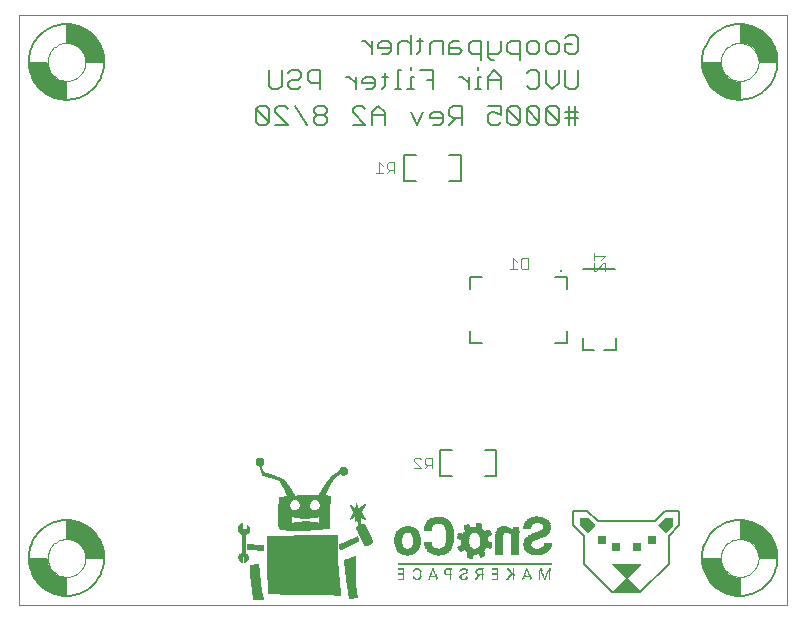
<source format=gbo>
G75*
G70*
%OFA0B0*%
%FSLAX24Y24*%
%IPPOS*%
%LPD*%
%AMOC8*
5,1,8,0,0,1.08239X$1,22.5*
%
%ADD10C,0.0000*%
%ADD11C,0.0060*%
%ADD12C,0.0050*%
%ADD13C,0.0030*%
%ADD14C,0.0118*%
%ADD15C,0.0002*%
%ADD16C,0.0001*%
%ADD17R,0.0020X0.0010*%
%ADD18R,0.0030X0.0010*%
%ADD19R,0.0220X0.0010*%
%ADD20R,0.0110X0.0010*%
%ADD21R,0.0100X0.0010*%
%ADD22R,0.0230X0.0010*%
%ADD23R,0.0040X0.0010*%
%ADD24R,0.0160X0.0010*%
%ADD25R,0.0140X0.0010*%
%ADD26R,0.0070X0.0010*%
%ADD27R,0.0080X0.0010*%
%ADD28R,0.0060X0.0010*%
%ADD29R,0.0050X0.0010*%
%ADD30R,0.0180X0.0010*%
%ADD31R,0.0190X0.0010*%
%ADD32R,0.0200X0.0010*%
%ADD33R,0.0210X0.0010*%
%ADD34R,0.0090X0.0010*%
%ADD35R,0.0170X0.0010*%
%ADD36R,0.5140X0.0010*%
%ADD37R,0.0120X0.0010*%
%ADD38R,0.0130X0.0010*%
%ADD39R,0.0150X0.0010*%
%ADD40R,0.0250X0.0010*%
%ADD41R,0.0330X0.0010*%
%ADD42R,0.0300X0.0010*%
%ADD43R,0.0390X0.0010*%
%ADD44R,0.0240X0.0010*%
%ADD45R,0.0350X0.0010*%
%ADD46R,0.0450X0.0010*%
%ADD47R,0.0590X0.0010*%
%ADD48R,0.0400X0.0010*%
%ADD49R,0.0500X0.0010*%
%ADD50R,0.0570X0.0010*%
%ADD51R,0.0490X0.0010*%
%ADD52R,0.0440X0.0010*%
%ADD53R,0.0550X0.0010*%
%ADD54R,0.0530X0.0010*%
%ADD55R,0.0470X0.0010*%
%ADD56R,0.0580X0.0010*%
%ADD57R,0.0560X0.0010*%
%ADD58R,0.0620X0.0010*%
%ADD59R,0.0650X0.0010*%
%ADD60R,0.0630X0.0010*%
%ADD61R,0.0680X0.0010*%
%ADD62R,0.0700X0.0010*%
%ADD63R,0.0670X0.0010*%
%ADD64R,0.0600X0.0010*%
%ADD65R,0.0730X0.0010*%
%ADD66R,0.0690X0.0010*%
%ADD67R,0.0750X0.0010*%
%ADD68R,0.0720X0.0010*%
%ADD69R,0.0640X0.0010*%
%ADD70R,0.0770X0.0010*%
%ADD71R,0.0660X0.0010*%
%ADD72R,0.0790X0.0010*%
%ADD73R,0.0800X0.0010*%
%ADD74R,0.0820X0.0010*%
%ADD75R,0.0860X0.0010*%
%ADD76R,0.0830X0.0010*%
%ADD77R,0.0870X0.0010*%
%ADD78R,0.0810X0.0010*%
%ADD79R,0.0840X0.0010*%
%ADD80R,0.0890X0.0010*%
%ADD81R,0.0340X0.0010*%
%ADD82R,0.0520X0.0010*%
%ADD83R,0.0360X0.0010*%
%ADD84R,0.0380X0.0010*%
%ADD85R,0.0310X0.0010*%
%ADD86R,0.0290X0.0010*%
%ADD87R,0.0320X0.0010*%
%ADD88R,0.0280X0.0010*%
%ADD89R,0.0270X0.0010*%
%ADD90R,0.0430X0.0010*%
%ADD91R,0.0260X0.0010*%
%ADD92R,0.0420X0.0010*%
%ADD93R,0.0410X0.0010*%
%ADD94R,0.0370X0.0010*%
%ADD95R,0.0510X0.0010*%
%ADD96R,0.0540X0.0010*%
%ADD97R,0.0480X0.0010*%
%ADD98R,0.0460X0.0010*%
%ADD99R,0.0900X0.0010*%
%ADD100R,0.0740X0.0010*%
%ADD101R,0.0880X0.0010*%
%ADD102R,0.0710X0.0010*%
%ADD103R,0.0760X0.0010*%
%ADD104R,0.0850X0.0010*%
%ADD105R,0.0610X0.0010*%
%ADD106R,0.0780X0.0010*%
D10*
X022547Y022547D02*
X022547Y042232D01*
X048138Y042232D01*
X048138Y022547D01*
X022547Y022547D01*
X023170Y023297D02*
X023297Y023170D01*
X023441Y023062D01*
X023599Y022976D01*
X023767Y022913D01*
X023943Y022875D01*
X024122Y022862D01*
X024122Y023453D01*
X024017Y023461D01*
X023915Y023486D01*
X023818Y023526D01*
X023729Y023581D01*
X023649Y023649D01*
X023581Y023729D01*
X023526Y023818D01*
X023486Y023915D01*
X023461Y024017D01*
X023453Y024122D01*
X022862Y024122D01*
X022875Y023943D01*
X022913Y023767D01*
X022976Y023599D01*
X023062Y023441D01*
X023170Y023297D01*
X023492Y024122D02*
X023494Y024172D01*
X023500Y024222D01*
X023510Y024271D01*
X023524Y024319D01*
X023541Y024366D01*
X023562Y024411D01*
X023587Y024455D01*
X023615Y024496D01*
X023647Y024535D01*
X023681Y024572D01*
X023718Y024606D01*
X023758Y024636D01*
X023800Y024663D01*
X023844Y024687D01*
X023890Y024708D01*
X023937Y024724D01*
X023985Y024737D01*
X024035Y024746D01*
X024084Y024751D01*
X024135Y024752D01*
X024185Y024749D01*
X024234Y024742D01*
X024283Y024731D01*
X024331Y024716D01*
X024377Y024698D01*
X024422Y024676D01*
X024465Y024650D01*
X024506Y024621D01*
X024545Y024589D01*
X024581Y024554D01*
X024613Y024516D01*
X024643Y024476D01*
X024670Y024433D01*
X024693Y024389D01*
X024712Y024343D01*
X024728Y024295D01*
X024740Y024246D01*
X024748Y024197D01*
X024752Y024147D01*
X024752Y024097D01*
X024748Y024047D01*
X024740Y023998D01*
X024728Y023949D01*
X024712Y023901D01*
X024693Y023855D01*
X024670Y023811D01*
X024643Y023768D01*
X024613Y023728D01*
X024581Y023690D01*
X024545Y023655D01*
X024506Y023623D01*
X024465Y023594D01*
X024422Y023568D01*
X024377Y023546D01*
X024331Y023528D01*
X024283Y023513D01*
X024234Y023502D01*
X024185Y023495D01*
X024135Y023492D01*
X024084Y023493D01*
X024035Y023498D01*
X023985Y023507D01*
X023937Y023520D01*
X023890Y023536D01*
X023844Y023557D01*
X023800Y023581D01*
X023758Y023608D01*
X023718Y023638D01*
X023681Y023672D01*
X023647Y023709D01*
X023615Y023748D01*
X023587Y023789D01*
X023562Y023833D01*
X023541Y023878D01*
X023524Y023925D01*
X023510Y023973D01*
X023500Y024022D01*
X023494Y024072D01*
X023492Y024122D01*
X024122Y024791D02*
X024238Y024781D01*
X024351Y024751D01*
X024457Y024702D01*
X024552Y024635D01*
X024635Y024552D01*
X024702Y024457D01*
X024751Y024351D01*
X024781Y024238D01*
X024791Y024122D01*
X025382Y024122D01*
X025369Y024301D01*
X025331Y024477D01*
X025268Y024645D01*
X025182Y024803D01*
X025074Y024947D01*
X024947Y025074D01*
X024803Y025182D01*
X024645Y025268D01*
X024477Y025331D01*
X024301Y025369D01*
X024122Y025382D01*
X024122Y024791D01*
X029839Y025110D02*
X029846Y025169D01*
X029874Y025220D01*
X029913Y025260D01*
X029965Y025287D01*
X029972Y025280D01*
X029972Y025083D01*
X030126Y025083D01*
X030130Y025205D01*
X030177Y025169D01*
X030209Y025126D01*
X030220Y025075D01*
X030205Y025016D01*
X030169Y024969D01*
X030083Y024917D01*
X030059Y024291D01*
X030138Y024236D01*
X030161Y024193D01*
X030169Y024146D01*
X030161Y024094D01*
X030134Y024051D01*
X030094Y024016D01*
X030043Y023996D01*
X030043Y024181D01*
X029961Y024181D01*
X029961Y024000D01*
X029886Y024055D01*
X029862Y024098D01*
X029854Y024146D01*
X029882Y024236D01*
X029957Y024291D01*
X029980Y024921D01*
X029925Y024949D01*
X029882Y024992D01*
X029850Y025047D01*
X029839Y025110D01*
X030154Y024591D02*
X030154Y024587D01*
X030154Y024425D01*
X030429Y024406D01*
X030673Y024398D01*
X030677Y024563D01*
X030413Y024567D01*
X030154Y024591D01*
X030799Y024843D02*
X031528Y024870D01*
X032256Y024878D01*
X032984Y024882D01*
X032980Y024882D01*
X033146Y024882D01*
X033134Y024374D01*
X033154Y023882D01*
X033244Y022886D01*
X032909Y022917D01*
X032445Y022933D01*
X031646Y022937D01*
X030846Y022945D01*
X030823Y023894D01*
X030799Y024843D01*
X031193Y025114D02*
X031185Y025378D01*
X031622Y025378D01*
X031622Y025283D01*
X031827Y025327D01*
X031866Y025331D01*
X032051Y025343D01*
X032091Y025343D01*
X032319Y025331D01*
X032358Y025327D01*
X032547Y025287D01*
X032547Y025379D01*
X032870Y025378D01*
X032890Y025130D01*
X032039Y025071D01*
X031551Y025071D01*
X031350Y025087D01*
X031193Y025114D01*
X031185Y025378D02*
X031177Y025646D01*
X031191Y025937D01*
X031545Y025937D01*
X031536Y025887D01*
X031543Y025827D01*
X031582Y025764D01*
X031642Y025721D01*
X031716Y025705D01*
X031791Y025721D01*
X031854Y025764D01*
X031897Y025827D01*
X031913Y025902D01*
X031911Y025937D01*
X032206Y025937D01*
X032196Y025894D01*
X032205Y025827D01*
X032248Y025764D01*
X032311Y025721D01*
X032386Y025705D01*
X032460Y025721D01*
X032519Y025764D01*
X032559Y025827D01*
X032575Y025902D01*
X032573Y025937D01*
X032890Y025937D01*
X032870Y025376D01*
X032547Y025378D01*
X032547Y025520D01*
X032539Y025520D01*
X032358Y025481D01*
X032319Y025477D01*
X032090Y025465D01*
X032051Y025465D01*
X031866Y025473D01*
X031827Y025477D01*
X031622Y025520D01*
X031622Y025378D01*
X031185Y025378D01*
X031193Y025933D02*
X031209Y026146D01*
X031492Y026181D01*
X031374Y026445D01*
X031220Y026717D01*
X030933Y026815D01*
X030650Y026894D01*
X030559Y027197D01*
X030508Y027209D01*
X030465Y027236D01*
X030437Y027280D01*
X030425Y027331D01*
X030437Y027382D01*
X030465Y027425D01*
X030508Y027453D01*
X030559Y027465D01*
X030547Y027469D01*
X030598Y027457D01*
X030642Y027429D01*
X030669Y027386D01*
X030681Y027335D01*
X030654Y027252D01*
X030583Y027205D01*
X030665Y026988D01*
X031012Y026886D01*
X031358Y026736D01*
X031583Y026429D01*
X031717Y026201D01*
X032118Y026220D01*
X032524Y026220D01*
X032657Y026453D01*
X032807Y026681D01*
X032980Y026866D01*
X033217Y027035D01*
X033228Y027079D01*
X033256Y027114D01*
X033295Y027138D01*
X033343Y027146D01*
X033390Y027138D01*
X033429Y027110D01*
X033457Y027071D01*
X033465Y027024D01*
X033457Y026976D01*
X033429Y026937D01*
X033390Y026909D01*
X033343Y026902D01*
X033280Y026917D01*
X033236Y026961D01*
X033051Y026815D01*
X032909Y026634D01*
X032795Y026429D01*
X032701Y026209D01*
X032902Y026197D01*
X032890Y025933D01*
X032575Y025933D01*
X032551Y025996D01*
X032512Y026047D01*
X032457Y026083D01*
X032390Y026094D01*
X032323Y026083D01*
X032268Y026047D01*
X032228Y025996D01*
X032205Y025933D01*
X031913Y025933D01*
X031890Y025996D01*
X031850Y026047D01*
X031795Y026083D01*
X031728Y026094D01*
X031661Y026083D01*
X031606Y026047D01*
X031567Y025996D01*
X031543Y025933D01*
X031193Y025933D01*
X033583Y025886D02*
X033701Y025646D01*
X033559Y025421D01*
X033744Y025539D01*
X033724Y025346D01*
X033811Y025476D01*
X033850Y025220D01*
X033780Y025130D01*
X034059Y024547D01*
X034181Y024567D01*
X034244Y024606D01*
X034311Y024693D01*
X034043Y025264D01*
X033917Y025268D01*
X033882Y025512D01*
X034067Y025437D01*
X033917Y025669D01*
X034087Y025929D01*
X033839Y025768D01*
X033764Y025945D01*
X033776Y025949D01*
X033744Y025728D01*
X033583Y025886D01*
X033795Y024839D02*
X033799Y024835D01*
X033209Y024571D01*
X033228Y024409D01*
X033331Y024445D01*
X033488Y024528D01*
X033843Y024713D01*
X033795Y024839D01*
X033744Y024177D02*
X033740Y024173D01*
X033370Y024055D01*
X033441Y023425D01*
X033539Y022799D01*
X033799Y022827D01*
X033752Y023142D01*
X033736Y023500D01*
X033744Y024177D01*
X030512Y023906D02*
X030508Y023909D01*
X030492Y023909D01*
X030248Y023882D01*
X030256Y023598D01*
X030280Y023311D01*
X030350Y022744D01*
X030657Y022760D01*
X030602Y023039D01*
X030563Y023331D01*
X030512Y023906D01*
X030661Y022760D02*
X030657Y022760D01*
X030665Y022760D01*
X030661Y022756D01*
X030661Y022760D01*
X042311Y022980D02*
X042783Y023453D01*
X043256Y023925D01*
X042311Y023925D01*
X042783Y023453D01*
X043256Y022980D01*
X042311Y022980D01*
X045354Y023767D02*
X045417Y023599D01*
X045503Y023441D01*
X045611Y023297D01*
X045738Y023170D01*
X045882Y023062D01*
X046040Y022976D01*
X046208Y022913D01*
X046384Y022875D01*
X046563Y022862D01*
X046563Y023453D01*
X046458Y023461D01*
X046356Y023486D01*
X046259Y023526D01*
X046170Y023581D01*
X046090Y023649D01*
X046022Y023729D01*
X045967Y023818D01*
X045926Y023915D01*
X045902Y024017D01*
X045894Y024122D01*
X045303Y024122D01*
X045316Y023943D01*
X045354Y023767D01*
X045933Y024122D02*
X045935Y024172D01*
X045941Y024222D01*
X045951Y024271D01*
X045965Y024319D01*
X045982Y024366D01*
X046003Y024411D01*
X046028Y024455D01*
X046056Y024496D01*
X046088Y024535D01*
X046122Y024572D01*
X046159Y024606D01*
X046199Y024636D01*
X046241Y024663D01*
X046285Y024687D01*
X046331Y024708D01*
X046378Y024724D01*
X046426Y024737D01*
X046476Y024746D01*
X046525Y024751D01*
X046576Y024752D01*
X046626Y024749D01*
X046675Y024742D01*
X046724Y024731D01*
X046772Y024716D01*
X046818Y024698D01*
X046863Y024676D01*
X046906Y024650D01*
X046947Y024621D01*
X046986Y024589D01*
X047022Y024554D01*
X047054Y024516D01*
X047084Y024476D01*
X047111Y024433D01*
X047134Y024389D01*
X047153Y024343D01*
X047169Y024295D01*
X047181Y024246D01*
X047189Y024197D01*
X047193Y024147D01*
X047193Y024097D01*
X047189Y024047D01*
X047181Y023998D01*
X047169Y023949D01*
X047153Y023901D01*
X047134Y023855D01*
X047111Y023811D01*
X047084Y023768D01*
X047054Y023728D01*
X047022Y023690D01*
X046986Y023655D01*
X046947Y023623D01*
X046906Y023594D01*
X046863Y023568D01*
X046818Y023546D01*
X046772Y023528D01*
X046724Y023513D01*
X046675Y023502D01*
X046626Y023495D01*
X046576Y023492D01*
X046525Y023493D01*
X046476Y023498D01*
X046426Y023507D01*
X046378Y023520D01*
X046331Y023536D01*
X046285Y023557D01*
X046241Y023581D01*
X046199Y023608D01*
X046159Y023638D01*
X046122Y023672D01*
X046088Y023709D01*
X046056Y023748D01*
X046028Y023789D01*
X046003Y023833D01*
X045982Y023878D01*
X045965Y023925D01*
X045951Y023973D01*
X045941Y024022D01*
X045935Y024072D01*
X045933Y024122D01*
X046563Y024791D02*
X046563Y025382D01*
X046742Y025369D01*
X046918Y025331D01*
X047086Y025268D01*
X047244Y025182D01*
X047388Y025074D01*
X047515Y024947D01*
X047623Y024803D01*
X047709Y024645D01*
X047772Y024477D01*
X047810Y024301D01*
X047823Y024122D01*
X047232Y024122D01*
X047222Y024238D01*
X047192Y024351D01*
X047143Y024457D01*
X047076Y024552D01*
X046993Y024635D01*
X046898Y024702D01*
X046792Y024751D01*
X046679Y024781D01*
X046563Y024791D01*
X046563Y039398D02*
X046384Y039410D01*
X046208Y039449D01*
X046040Y039511D01*
X045882Y039598D01*
X045738Y039705D01*
X045611Y039832D01*
X045503Y039976D01*
X045417Y040134D01*
X045354Y040303D01*
X045316Y040478D01*
X045303Y040657D01*
X045894Y040657D01*
X045902Y040553D01*
X045926Y040451D01*
X045967Y040354D01*
X046022Y040264D01*
X046090Y040184D01*
X046170Y040116D01*
X046259Y040061D01*
X046356Y040021D01*
X046458Y039996D01*
X046563Y039988D01*
X046563Y039398D01*
X045933Y040657D02*
X045935Y040707D01*
X045941Y040757D01*
X045951Y040806D01*
X045965Y040854D01*
X045982Y040901D01*
X046003Y040946D01*
X046028Y040990D01*
X046056Y041031D01*
X046088Y041070D01*
X046122Y041107D01*
X046159Y041141D01*
X046199Y041171D01*
X046241Y041198D01*
X046285Y041222D01*
X046331Y041243D01*
X046378Y041259D01*
X046426Y041272D01*
X046476Y041281D01*
X046525Y041286D01*
X046576Y041287D01*
X046626Y041284D01*
X046675Y041277D01*
X046724Y041266D01*
X046772Y041251D01*
X046818Y041233D01*
X046863Y041211D01*
X046906Y041185D01*
X046947Y041156D01*
X046986Y041124D01*
X047022Y041089D01*
X047054Y041051D01*
X047084Y041011D01*
X047111Y040968D01*
X047134Y040924D01*
X047153Y040878D01*
X047169Y040830D01*
X047181Y040781D01*
X047189Y040732D01*
X047193Y040682D01*
X047193Y040632D01*
X047189Y040582D01*
X047181Y040533D01*
X047169Y040484D01*
X047153Y040436D01*
X047134Y040390D01*
X047111Y040346D01*
X047084Y040303D01*
X047054Y040263D01*
X047022Y040225D01*
X046986Y040190D01*
X046947Y040158D01*
X046906Y040129D01*
X046863Y040103D01*
X046818Y040081D01*
X046772Y040063D01*
X046724Y040048D01*
X046675Y040037D01*
X046626Y040030D01*
X046576Y040027D01*
X046525Y040028D01*
X046476Y040033D01*
X046426Y040042D01*
X046378Y040055D01*
X046331Y040071D01*
X046285Y040092D01*
X046241Y040116D01*
X046199Y040143D01*
X046159Y040173D01*
X046122Y040207D01*
X046088Y040244D01*
X046056Y040283D01*
X046028Y040324D01*
X046003Y040368D01*
X045982Y040413D01*
X045965Y040460D01*
X045951Y040508D01*
X045941Y040557D01*
X045935Y040607D01*
X045933Y040657D01*
X046563Y041327D02*
X046679Y041317D01*
X046792Y041286D01*
X046898Y041237D01*
X046993Y041170D01*
X047076Y041088D01*
X047143Y040992D01*
X047192Y040886D01*
X047222Y040774D01*
X047232Y040657D01*
X047823Y040657D01*
X047810Y040837D01*
X047772Y041012D01*
X047709Y041181D01*
X047623Y041339D01*
X047515Y041483D01*
X047388Y041610D01*
X047244Y041717D01*
X047086Y041803D01*
X046918Y041866D01*
X046742Y041904D01*
X046563Y041917D01*
X046563Y041327D01*
X025382Y040657D02*
X025369Y040837D01*
X025331Y041012D01*
X025268Y041181D01*
X025182Y041339D01*
X025074Y041483D01*
X024947Y041610D01*
X024803Y041717D01*
X024645Y041803D01*
X024477Y041866D01*
X024301Y041904D01*
X024122Y041917D01*
X024122Y041327D01*
X024238Y041317D01*
X024351Y041286D01*
X024457Y041237D01*
X024552Y041170D01*
X024635Y041088D01*
X024702Y040992D01*
X024751Y040886D01*
X024781Y040774D01*
X024791Y040657D01*
X025382Y040657D01*
X023492Y040657D02*
X023494Y040707D01*
X023500Y040757D01*
X023510Y040806D01*
X023524Y040854D01*
X023541Y040901D01*
X023562Y040946D01*
X023587Y040990D01*
X023615Y041031D01*
X023647Y041070D01*
X023681Y041107D01*
X023718Y041141D01*
X023758Y041171D01*
X023800Y041198D01*
X023844Y041222D01*
X023890Y041243D01*
X023937Y041259D01*
X023985Y041272D01*
X024035Y041281D01*
X024084Y041286D01*
X024135Y041287D01*
X024185Y041284D01*
X024234Y041277D01*
X024283Y041266D01*
X024331Y041251D01*
X024377Y041233D01*
X024422Y041211D01*
X024465Y041185D01*
X024506Y041156D01*
X024545Y041124D01*
X024581Y041089D01*
X024613Y041051D01*
X024643Y041011D01*
X024670Y040968D01*
X024693Y040924D01*
X024712Y040878D01*
X024728Y040830D01*
X024740Y040781D01*
X024748Y040732D01*
X024752Y040682D01*
X024752Y040632D01*
X024748Y040582D01*
X024740Y040533D01*
X024728Y040484D01*
X024712Y040436D01*
X024693Y040390D01*
X024670Y040346D01*
X024643Y040303D01*
X024613Y040263D01*
X024581Y040225D01*
X024545Y040190D01*
X024506Y040158D01*
X024465Y040129D01*
X024422Y040103D01*
X024377Y040081D01*
X024331Y040063D01*
X024283Y040048D01*
X024234Y040037D01*
X024185Y040030D01*
X024135Y040027D01*
X024084Y040028D01*
X024035Y040033D01*
X023985Y040042D01*
X023937Y040055D01*
X023890Y040071D01*
X023844Y040092D01*
X023800Y040116D01*
X023758Y040143D01*
X023718Y040173D01*
X023681Y040207D01*
X023647Y040244D01*
X023615Y040283D01*
X023587Y040324D01*
X023562Y040368D01*
X023541Y040413D01*
X023524Y040460D01*
X023510Y040508D01*
X023500Y040557D01*
X023494Y040607D01*
X023492Y040657D01*
X023453Y040657D02*
X022862Y040657D01*
X022875Y040478D01*
X022913Y040303D01*
X022976Y040134D01*
X023062Y039976D01*
X023170Y039832D01*
X023297Y039705D01*
X023441Y039598D01*
X023599Y039511D01*
X023767Y039449D01*
X023943Y039410D01*
X024122Y039398D01*
X024122Y039988D01*
X024017Y039996D01*
X023915Y040021D01*
X023818Y040061D01*
X023729Y040116D01*
X023649Y040184D01*
X023581Y040264D01*
X023526Y040354D01*
X023486Y040451D01*
X023461Y040553D01*
X023453Y040657D01*
D11*
X030439Y039095D02*
X030866Y038668D01*
X030759Y038561D01*
X030546Y038561D01*
X030439Y038668D01*
X030439Y039095D01*
X030546Y039202D01*
X030759Y039202D01*
X030866Y039095D01*
X030866Y038668D01*
X031083Y038561D02*
X031510Y038561D01*
X031083Y038989D01*
X031083Y039095D01*
X031190Y039202D01*
X031404Y039202D01*
X031510Y039095D01*
X031728Y039202D02*
X032155Y038561D01*
X032372Y038668D02*
X032479Y038561D01*
X032693Y038561D01*
X032800Y038668D01*
X032800Y038775D01*
X032693Y038882D01*
X032479Y038882D01*
X032372Y038775D01*
X032372Y038668D01*
X032479Y038882D02*
X032372Y038989D01*
X032372Y039095D01*
X032479Y039202D01*
X032693Y039202D01*
X032800Y039095D01*
X032800Y038989D01*
X032693Y038882D01*
X032585Y039743D02*
X032585Y040383D01*
X032264Y040383D01*
X032158Y040276D01*
X032158Y040063D01*
X032264Y039956D01*
X032585Y039956D01*
X031940Y039849D02*
X031833Y039743D01*
X031620Y039743D01*
X031513Y039849D01*
X031513Y039956D01*
X031620Y040063D01*
X031833Y040063D01*
X031940Y040170D01*
X031940Y040276D01*
X031833Y040383D01*
X031620Y040383D01*
X031513Y040276D01*
X031296Y040383D02*
X031296Y039849D01*
X031189Y039743D01*
X030975Y039743D01*
X030869Y039849D01*
X030869Y040383D01*
X033446Y040170D02*
X033553Y040170D01*
X033766Y039956D01*
X033766Y039743D02*
X033766Y040170D01*
X033984Y040063D02*
X033984Y039956D01*
X034411Y039956D01*
X034411Y039849D02*
X034411Y040063D01*
X034304Y040170D01*
X034091Y040170D01*
X033984Y040063D01*
X034091Y039743D02*
X034304Y039743D01*
X034411Y039849D01*
X034627Y039743D02*
X034734Y039849D01*
X034734Y040276D01*
X034841Y040170D02*
X034627Y040170D01*
X035164Y040383D02*
X035164Y039743D01*
X035270Y039743D02*
X035057Y039743D01*
X035486Y039743D02*
X035700Y039743D01*
X035593Y039743D02*
X035593Y040170D01*
X035700Y040170D01*
X035593Y040383D02*
X035593Y040490D01*
X035270Y040383D02*
X035164Y040383D01*
X035166Y040924D02*
X035166Y041244D01*
X035272Y041351D01*
X035486Y041351D01*
X035593Y041244D01*
X035809Y041351D02*
X036022Y041351D01*
X035916Y041457D02*
X035916Y041030D01*
X035809Y040924D01*
X035593Y040924D02*
X035593Y041564D01*
X034948Y041244D02*
X034948Y041030D01*
X034841Y040924D01*
X034628Y040924D01*
X034521Y041137D02*
X034948Y041137D01*
X034948Y041244D02*
X034841Y041351D01*
X034628Y041351D01*
X034521Y041244D01*
X034521Y041137D01*
X034303Y041137D02*
X034090Y041351D01*
X033983Y041351D01*
X034303Y041351D02*
X034303Y040924D01*
X035918Y040383D02*
X036345Y040383D01*
X036345Y039743D01*
X036345Y040063D02*
X036131Y040063D01*
X036240Y040924D02*
X036240Y041244D01*
X036347Y041351D01*
X036667Y041351D01*
X036667Y040924D01*
X036884Y040924D02*
X037205Y040924D01*
X037311Y041030D01*
X037205Y041137D01*
X036884Y041137D01*
X036884Y041244D02*
X036884Y040924D01*
X036884Y041244D02*
X036991Y041351D01*
X037205Y041351D01*
X037529Y041244D02*
X037529Y041030D01*
X037636Y040924D01*
X037956Y040924D01*
X037956Y040710D02*
X037956Y041351D01*
X037636Y041351D01*
X037529Y041244D01*
X038173Y041351D02*
X038173Y040817D01*
X038280Y040710D01*
X038387Y040710D01*
X038494Y040924D02*
X038173Y040924D01*
X038494Y040924D02*
X038600Y041030D01*
X038600Y041351D01*
X038818Y041244D02*
X038818Y041030D01*
X038925Y040924D01*
X039245Y040924D01*
X039245Y040710D02*
X039245Y041351D01*
X038925Y041351D01*
X038818Y041244D01*
X039463Y041244D02*
X039569Y041351D01*
X039783Y041351D01*
X039890Y041244D01*
X039890Y041030D01*
X039783Y040924D01*
X039569Y040924D01*
X039463Y041030D01*
X039463Y041244D01*
X040107Y041244D02*
X040107Y041030D01*
X040214Y040924D01*
X040427Y040924D01*
X040534Y041030D01*
X040534Y041244D01*
X040427Y041351D01*
X040214Y041351D01*
X040107Y041244D01*
X040752Y041244D02*
X040965Y041244D01*
X040752Y041244D02*
X040752Y041030D01*
X040858Y040924D01*
X041072Y040924D01*
X041179Y041030D01*
X041179Y041457D01*
X041072Y041564D01*
X040858Y041564D01*
X040752Y041457D01*
X040752Y040383D02*
X040752Y039849D01*
X040858Y039743D01*
X041072Y039743D01*
X041179Y039849D01*
X041179Y040383D01*
X040534Y040383D02*
X040534Y039956D01*
X040321Y039743D01*
X040107Y039956D01*
X040107Y040383D01*
X039890Y040276D02*
X039890Y039849D01*
X039783Y039743D01*
X039569Y039743D01*
X039463Y039849D01*
X039463Y040276D02*
X039569Y040383D01*
X039783Y040383D01*
X039890Y040276D01*
X038600Y040170D02*
X038387Y040383D01*
X038173Y040170D01*
X038173Y039743D01*
X037956Y039743D02*
X037742Y039743D01*
X037849Y039743D02*
X037849Y040170D01*
X037956Y040170D01*
X037849Y040383D02*
X037849Y040490D01*
X037526Y040170D02*
X037526Y039743D01*
X037526Y039956D02*
X037313Y040170D01*
X037206Y040170D01*
X038173Y040063D02*
X038600Y040063D01*
X038600Y040170D02*
X038600Y039743D01*
X038600Y039202D02*
X038600Y038882D01*
X038387Y038989D01*
X038280Y038989D01*
X038173Y038882D01*
X038173Y038668D01*
X038280Y038561D01*
X038494Y038561D01*
X038600Y038668D01*
X038818Y038668D02*
X038925Y038561D01*
X039138Y038561D01*
X039245Y038668D01*
X038818Y039095D01*
X038818Y038668D01*
X039245Y038668D02*
X039245Y039095D01*
X039138Y039202D01*
X038925Y039202D01*
X038818Y039095D01*
X038600Y039202D02*
X038173Y039202D01*
X037311Y039202D02*
X036991Y039202D01*
X036884Y039095D01*
X036884Y038882D01*
X036991Y038775D01*
X037311Y038775D01*
X037098Y038775D02*
X036884Y038561D01*
X036667Y038668D02*
X036667Y038882D01*
X036560Y038989D01*
X036347Y038989D01*
X036240Y038882D01*
X036240Y038775D01*
X036667Y038775D01*
X036667Y038668D02*
X036560Y038561D01*
X036347Y038561D01*
X036022Y038989D02*
X035809Y038561D01*
X035595Y038989D01*
X034733Y038989D02*
X034520Y039202D01*
X034306Y038989D01*
X034306Y038561D01*
X034089Y038561D02*
X033662Y038989D01*
X033662Y039095D01*
X033768Y039202D01*
X033982Y039202D01*
X034089Y039095D01*
X034306Y038882D02*
X034733Y038882D01*
X034733Y038989D02*
X034733Y038561D01*
X034089Y038561D02*
X033662Y038561D01*
X037311Y038561D02*
X037311Y039202D01*
X039463Y039095D02*
X039890Y038668D01*
X039783Y038561D01*
X039569Y038561D01*
X039463Y038668D01*
X039463Y039095D01*
X039569Y039202D01*
X039783Y039202D01*
X039890Y039095D01*
X039890Y038668D01*
X040107Y038668D02*
X040214Y038561D01*
X040427Y038561D01*
X040534Y038668D01*
X040107Y039095D01*
X040107Y038668D01*
X040534Y038668D02*
X040534Y039095D01*
X040427Y039202D01*
X040214Y039202D01*
X040107Y039095D01*
X040752Y038989D02*
X040858Y038989D01*
X041179Y038989D01*
X041179Y038775D02*
X040752Y038775D01*
X040858Y038561D02*
X040858Y039202D01*
X041072Y039202D02*
X041072Y038561D01*
D12*
X037272Y037547D02*
X037272Y036681D01*
X036878Y036681D01*
X036878Y037547D02*
X037272Y037547D01*
X035776Y037547D02*
X035382Y037547D01*
X035382Y036681D01*
X035776Y036681D01*
X037587Y033492D02*
X037980Y033492D01*
X037587Y033492D02*
X037587Y033098D01*
X037587Y031681D02*
X037587Y031287D01*
X037980Y031287D01*
X040421Y031287D02*
X040815Y031287D01*
X040815Y031681D01*
X041327Y031445D02*
X041327Y031051D01*
X041720Y031051D01*
X042035Y031051D02*
X042429Y031051D01*
X042429Y031445D01*
X040815Y033098D02*
X040815Y033492D01*
X040421Y033492D01*
X041346Y033748D02*
X042409Y033748D01*
X038453Y027705D02*
X038059Y027705D01*
X038453Y027705D02*
X038453Y026839D01*
X038059Y026839D01*
X036957Y026839D02*
X036563Y026839D01*
X036563Y027705D01*
X036957Y027705D01*
X041012Y025697D02*
X041484Y025697D01*
X041839Y025343D01*
X043728Y025343D01*
X044083Y025697D01*
X044555Y025697D01*
X044555Y025224D01*
X044201Y024870D01*
X044201Y023925D01*
X043256Y022980D01*
X042311Y022980D01*
X041366Y023925D01*
X041366Y024870D01*
X041012Y025224D01*
X041012Y025697D01*
X045303Y024122D02*
X045305Y024193D01*
X045311Y024263D01*
X045321Y024333D01*
X045335Y024402D01*
X045352Y024471D01*
X045374Y024538D01*
X045399Y024604D01*
X045428Y024669D01*
X045460Y024731D01*
X045496Y024792D01*
X045535Y024851D01*
X045578Y024908D01*
X045623Y024962D01*
X045672Y025013D01*
X045723Y025062D01*
X045777Y025107D01*
X045834Y025150D01*
X045893Y025189D01*
X045954Y025225D01*
X046016Y025257D01*
X046081Y025286D01*
X046147Y025311D01*
X046214Y025333D01*
X046283Y025350D01*
X046352Y025364D01*
X046422Y025374D01*
X046492Y025380D01*
X046563Y025382D01*
X046634Y025380D01*
X046704Y025374D01*
X046774Y025364D01*
X046843Y025350D01*
X046912Y025333D01*
X046979Y025311D01*
X047045Y025286D01*
X047110Y025257D01*
X047172Y025225D01*
X047233Y025189D01*
X047292Y025150D01*
X047349Y025107D01*
X047403Y025062D01*
X047454Y025013D01*
X047503Y024962D01*
X047548Y024908D01*
X047591Y024851D01*
X047630Y024792D01*
X047666Y024731D01*
X047698Y024669D01*
X047727Y024604D01*
X047752Y024538D01*
X047774Y024471D01*
X047791Y024402D01*
X047805Y024333D01*
X047815Y024263D01*
X047821Y024193D01*
X047823Y024122D01*
X047821Y024051D01*
X047815Y023981D01*
X047805Y023911D01*
X047791Y023842D01*
X047774Y023773D01*
X047752Y023706D01*
X047727Y023640D01*
X047698Y023575D01*
X047666Y023513D01*
X047630Y023452D01*
X047591Y023393D01*
X047548Y023336D01*
X047503Y023282D01*
X047454Y023231D01*
X047403Y023182D01*
X047349Y023137D01*
X047292Y023094D01*
X047233Y023055D01*
X047172Y023019D01*
X047110Y022987D01*
X047045Y022958D01*
X046979Y022933D01*
X046912Y022911D01*
X046843Y022894D01*
X046774Y022880D01*
X046704Y022870D01*
X046634Y022864D01*
X046563Y022862D01*
X046492Y022864D01*
X046422Y022870D01*
X046352Y022880D01*
X046283Y022894D01*
X046214Y022911D01*
X046147Y022933D01*
X046081Y022958D01*
X046016Y022987D01*
X045954Y023019D01*
X045893Y023055D01*
X045834Y023094D01*
X045777Y023137D01*
X045723Y023182D01*
X045672Y023231D01*
X045623Y023282D01*
X045578Y023336D01*
X045535Y023393D01*
X045496Y023452D01*
X045460Y023513D01*
X045428Y023575D01*
X045399Y023640D01*
X045374Y023706D01*
X045352Y023773D01*
X045335Y023842D01*
X045321Y023911D01*
X045311Y023981D01*
X045305Y024051D01*
X045303Y024122D01*
X045303Y040657D02*
X045305Y040728D01*
X045311Y040798D01*
X045321Y040868D01*
X045335Y040937D01*
X045352Y041006D01*
X045374Y041073D01*
X045399Y041139D01*
X045428Y041204D01*
X045460Y041266D01*
X045496Y041327D01*
X045535Y041386D01*
X045578Y041443D01*
X045623Y041497D01*
X045672Y041548D01*
X045723Y041597D01*
X045777Y041642D01*
X045834Y041685D01*
X045893Y041724D01*
X045954Y041760D01*
X046016Y041792D01*
X046081Y041821D01*
X046147Y041846D01*
X046214Y041868D01*
X046283Y041885D01*
X046352Y041899D01*
X046422Y041909D01*
X046492Y041915D01*
X046563Y041917D01*
X046634Y041915D01*
X046704Y041909D01*
X046774Y041899D01*
X046843Y041885D01*
X046912Y041868D01*
X046979Y041846D01*
X047045Y041821D01*
X047110Y041792D01*
X047172Y041760D01*
X047233Y041724D01*
X047292Y041685D01*
X047349Y041642D01*
X047403Y041597D01*
X047454Y041548D01*
X047503Y041497D01*
X047548Y041443D01*
X047591Y041386D01*
X047630Y041327D01*
X047666Y041266D01*
X047698Y041204D01*
X047727Y041139D01*
X047752Y041073D01*
X047774Y041006D01*
X047791Y040937D01*
X047805Y040868D01*
X047815Y040798D01*
X047821Y040728D01*
X047823Y040657D01*
X047821Y040586D01*
X047815Y040516D01*
X047805Y040446D01*
X047791Y040377D01*
X047774Y040308D01*
X047752Y040241D01*
X047727Y040175D01*
X047698Y040110D01*
X047666Y040048D01*
X047630Y039987D01*
X047591Y039928D01*
X047548Y039871D01*
X047503Y039817D01*
X047454Y039766D01*
X047403Y039717D01*
X047349Y039672D01*
X047292Y039629D01*
X047233Y039590D01*
X047172Y039554D01*
X047110Y039522D01*
X047045Y039493D01*
X046979Y039468D01*
X046912Y039446D01*
X046843Y039429D01*
X046774Y039415D01*
X046704Y039405D01*
X046634Y039399D01*
X046563Y039397D01*
X046492Y039399D01*
X046422Y039405D01*
X046352Y039415D01*
X046283Y039429D01*
X046214Y039446D01*
X046147Y039468D01*
X046081Y039493D01*
X046016Y039522D01*
X045954Y039554D01*
X045893Y039590D01*
X045834Y039629D01*
X045777Y039672D01*
X045723Y039717D01*
X045672Y039766D01*
X045623Y039817D01*
X045578Y039871D01*
X045535Y039928D01*
X045496Y039987D01*
X045460Y040048D01*
X045428Y040110D01*
X045399Y040175D01*
X045374Y040241D01*
X045352Y040308D01*
X045335Y040377D01*
X045321Y040446D01*
X045311Y040516D01*
X045305Y040586D01*
X045303Y040657D01*
X022862Y040657D02*
X022864Y040728D01*
X022870Y040798D01*
X022880Y040868D01*
X022894Y040937D01*
X022911Y041006D01*
X022933Y041073D01*
X022958Y041139D01*
X022987Y041204D01*
X023019Y041266D01*
X023055Y041327D01*
X023094Y041386D01*
X023137Y041443D01*
X023182Y041497D01*
X023231Y041548D01*
X023282Y041597D01*
X023336Y041642D01*
X023393Y041685D01*
X023452Y041724D01*
X023513Y041760D01*
X023575Y041792D01*
X023640Y041821D01*
X023706Y041846D01*
X023773Y041868D01*
X023842Y041885D01*
X023911Y041899D01*
X023981Y041909D01*
X024051Y041915D01*
X024122Y041917D01*
X024193Y041915D01*
X024263Y041909D01*
X024333Y041899D01*
X024402Y041885D01*
X024471Y041868D01*
X024538Y041846D01*
X024604Y041821D01*
X024669Y041792D01*
X024731Y041760D01*
X024792Y041724D01*
X024851Y041685D01*
X024908Y041642D01*
X024962Y041597D01*
X025013Y041548D01*
X025062Y041497D01*
X025107Y041443D01*
X025150Y041386D01*
X025189Y041327D01*
X025225Y041266D01*
X025257Y041204D01*
X025286Y041139D01*
X025311Y041073D01*
X025333Y041006D01*
X025350Y040937D01*
X025364Y040868D01*
X025374Y040798D01*
X025380Y040728D01*
X025382Y040657D01*
X025380Y040586D01*
X025374Y040516D01*
X025364Y040446D01*
X025350Y040377D01*
X025333Y040308D01*
X025311Y040241D01*
X025286Y040175D01*
X025257Y040110D01*
X025225Y040048D01*
X025189Y039987D01*
X025150Y039928D01*
X025107Y039871D01*
X025062Y039817D01*
X025013Y039766D01*
X024962Y039717D01*
X024908Y039672D01*
X024851Y039629D01*
X024792Y039590D01*
X024731Y039554D01*
X024669Y039522D01*
X024604Y039493D01*
X024538Y039468D01*
X024471Y039446D01*
X024402Y039429D01*
X024333Y039415D01*
X024263Y039405D01*
X024193Y039399D01*
X024122Y039397D01*
X024051Y039399D01*
X023981Y039405D01*
X023911Y039415D01*
X023842Y039429D01*
X023773Y039446D01*
X023706Y039468D01*
X023640Y039493D01*
X023575Y039522D01*
X023513Y039554D01*
X023452Y039590D01*
X023393Y039629D01*
X023336Y039672D01*
X023282Y039717D01*
X023231Y039766D01*
X023182Y039817D01*
X023137Y039871D01*
X023094Y039928D01*
X023055Y039987D01*
X023019Y040048D01*
X022987Y040110D01*
X022958Y040175D01*
X022933Y040241D01*
X022911Y040308D01*
X022894Y040377D01*
X022880Y040446D01*
X022870Y040516D01*
X022864Y040586D01*
X022862Y040657D01*
X022862Y024122D02*
X022864Y024193D01*
X022870Y024263D01*
X022880Y024333D01*
X022894Y024402D01*
X022911Y024471D01*
X022933Y024538D01*
X022958Y024604D01*
X022987Y024669D01*
X023019Y024731D01*
X023055Y024792D01*
X023094Y024851D01*
X023137Y024908D01*
X023182Y024962D01*
X023231Y025013D01*
X023282Y025062D01*
X023336Y025107D01*
X023393Y025150D01*
X023452Y025189D01*
X023513Y025225D01*
X023575Y025257D01*
X023640Y025286D01*
X023706Y025311D01*
X023773Y025333D01*
X023842Y025350D01*
X023911Y025364D01*
X023981Y025374D01*
X024051Y025380D01*
X024122Y025382D01*
X024193Y025380D01*
X024263Y025374D01*
X024333Y025364D01*
X024402Y025350D01*
X024471Y025333D01*
X024538Y025311D01*
X024604Y025286D01*
X024669Y025257D01*
X024731Y025225D01*
X024792Y025189D01*
X024851Y025150D01*
X024908Y025107D01*
X024962Y025062D01*
X025013Y025013D01*
X025062Y024962D01*
X025107Y024908D01*
X025150Y024851D01*
X025189Y024792D01*
X025225Y024731D01*
X025257Y024669D01*
X025286Y024604D01*
X025311Y024538D01*
X025333Y024471D01*
X025350Y024402D01*
X025364Y024333D01*
X025374Y024263D01*
X025380Y024193D01*
X025382Y024122D01*
X025380Y024051D01*
X025374Y023981D01*
X025364Y023911D01*
X025350Y023842D01*
X025333Y023773D01*
X025311Y023706D01*
X025286Y023640D01*
X025257Y023575D01*
X025225Y023513D01*
X025189Y023452D01*
X025150Y023393D01*
X025107Y023336D01*
X025062Y023282D01*
X025013Y023231D01*
X024962Y023182D01*
X024908Y023137D01*
X024851Y023094D01*
X024792Y023055D01*
X024731Y023019D01*
X024669Y022987D01*
X024604Y022958D01*
X024538Y022933D01*
X024471Y022911D01*
X024402Y022894D01*
X024333Y022880D01*
X024263Y022870D01*
X024193Y022864D01*
X024122Y022862D01*
X024051Y022864D01*
X023981Y022870D01*
X023911Y022880D01*
X023842Y022894D01*
X023773Y022911D01*
X023706Y022933D01*
X023640Y022958D01*
X023575Y022987D01*
X023513Y023019D01*
X023452Y023055D01*
X023393Y023094D01*
X023336Y023137D01*
X023282Y023182D01*
X023231Y023231D01*
X023182Y023282D01*
X023137Y023336D01*
X023094Y023393D01*
X023055Y023452D01*
X023019Y023513D01*
X022987Y023575D01*
X022958Y023640D01*
X022933Y023706D01*
X022911Y023773D01*
X022894Y023842D01*
X022880Y023911D01*
X022870Y023981D01*
X022864Y024051D01*
X022862Y024122D01*
D13*
X035695Y027107D02*
X035937Y027107D01*
X035695Y027349D01*
X035695Y027410D01*
X035755Y027471D01*
X035877Y027471D01*
X035937Y027410D01*
X036057Y027410D02*
X036057Y027289D01*
X036118Y027228D01*
X036300Y027228D01*
X036300Y027107D02*
X036300Y027471D01*
X036118Y027471D01*
X036057Y027410D01*
X036179Y027228D02*
X036057Y027107D01*
X038896Y033743D02*
X039138Y033743D01*
X039017Y033743D02*
X039017Y034107D01*
X039138Y033986D01*
X039258Y034047D02*
X039319Y034107D01*
X039501Y034107D01*
X039501Y033743D01*
X039319Y033743D01*
X039258Y033804D01*
X039258Y034047D01*
X041713Y034059D02*
X041713Y034301D01*
X041713Y034180D02*
X042077Y034180D01*
X041956Y034059D01*
X042016Y033939D02*
X041774Y033696D01*
X041713Y033696D01*
X041713Y033939D01*
X042016Y033939D02*
X042077Y033939D01*
X042077Y033696D01*
X035040Y036949D02*
X035040Y037313D01*
X034858Y037313D01*
X034797Y037253D01*
X034797Y037131D01*
X034858Y037071D01*
X035040Y037071D01*
X034919Y037071D02*
X034797Y036949D01*
X034678Y036949D02*
X034435Y036949D01*
X034556Y036949D02*
X034556Y037313D01*
X034678Y037192D01*
D14*
X040618Y033689D03*
D15*
X041248Y025461D02*
X041484Y025461D01*
X041720Y025224D01*
X041249Y025224D01*
X041248Y025224D02*
X041484Y024988D01*
X041484Y024988D01*
X041720Y025224D01*
X041720Y025225D02*
X041248Y025225D01*
X041248Y025224D02*
X041248Y025461D01*
X041248Y025460D02*
X041485Y025460D01*
X041486Y025459D02*
X041248Y025459D01*
X041248Y025458D02*
X041487Y025458D01*
X041488Y025457D02*
X041248Y025457D01*
X041248Y025456D02*
X041489Y025456D01*
X041490Y025455D02*
X041248Y025455D01*
X041248Y025454D02*
X041490Y025454D01*
X041491Y025453D02*
X041248Y025453D01*
X041248Y025452D02*
X041492Y025452D01*
X041493Y025451D02*
X041248Y025451D01*
X041248Y025450D02*
X041494Y025450D01*
X041495Y025449D02*
X041248Y025449D01*
X041248Y025448D02*
X041496Y025448D01*
X041497Y025447D02*
X041248Y025447D01*
X041248Y025446D02*
X041498Y025446D01*
X041499Y025446D02*
X041248Y025446D01*
X041248Y025445D02*
X041500Y025445D01*
X041501Y025444D02*
X041248Y025444D01*
X041248Y025443D02*
X041502Y025443D01*
X041503Y025442D02*
X041248Y025442D01*
X041248Y025441D02*
X041504Y025441D01*
X041505Y025440D02*
X041248Y025440D01*
X041248Y025439D02*
X041506Y025439D01*
X041507Y025438D02*
X041248Y025438D01*
X041248Y025437D02*
X041508Y025437D01*
X041509Y025436D02*
X041248Y025436D01*
X041248Y025435D02*
X041510Y025435D01*
X041511Y025434D02*
X041248Y025434D01*
X041248Y025433D02*
X041512Y025433D01*
X041513Y025432D02*
X041248Y025432D01*
X041248Y025431D02*
X041514Y025431D01*
X041515Y025430D02*
X041248Y025430D01*
X041248Y025429D02*
X041516Y025429D01*
X041517Y025428D02*
X041248Y025428D01*
X041248Y025427D02*
X041518Y025427D01*
X041519Y025426D02*
X041248Y025426D01*
X041248Y025425D02*
X041520Y025425D01*
X041521Y025424D02*
X041248Y025424D01*
X041248Y025423D02*
X041522Y025423D01*
X041523Y025422D02*
X041248Y025422D01*
X041248Y025421D02*
X041524Y025421D01*
X041525Y025420D02*
X041248Y025420D01*
X041248Y025419D02*
X041526Y025419D01*
X041527Y025418D02*
X041248Y025418D01*
X041248Y025417D02*
X041528Y025417D01*
X041529Y025416D02*
X041248Y025416D01*
X041248Y025415D02*
X041530Y025415D01*
X041531Y025414D02*
X041248Y025414D01*
X041248Y025413D02*
X041532Y025413D01*
X041533Y025412D02*
X041248Y025412D01*
X041248Y025411D02*
X041534Y025411D01*
X041535Y025410D02*
X041248Y025410D01*
X041248Y025409D02*
X041536Y025409D01*
X041537Y025408D02*
X041248Y025408D01*
X041248Y025407D02*
X041538Y025407D01*
X041539Y025406D02*
X041248Y025406D01*
X041248Y025405D02*
X041540Y025405D01*
X041541Y025404D02*
X041248Y025404D01*
X041248Y025403D02*
X041542Y025403D01*
X041543Y025402D02*
X041248Y025402D01*
X041248Y025401D02*
X041544Y025401D01*
X041545Y025400D02*
X041248Y025400D01*
X041248Y025399D02*
X041546Y025399D01*
X041547Y025398D02*
X041248Y025398D01*
X041248Y025397D02*
X041548Y025397D01*
X041549Y025396D02*
X041248Y025396D01*
X041248Y025395D02*
X041550Y025395D01*
X041551Y025394D02*
X041248Y025394D01*
X041248Y025393D02*
X041552Y025393D01*
X041553Y025392D02*
X041248Y025392D01*
X041248Y025391D02*
X041554Y025391D01*
X041555Y025390D02*
X041248Y025390D01*
X041248Y025389D02*
X041556Y025389D01*
X041557Y025388D02*
X041248Y025388D01*
X041248Y025387D02*
X041558Y025387D01*
X041558Y025386D02*
X041248Y025386D01*
X041248Y025385D02*
X041559Y025385D01*
X041560Y025384D02*
X041248Y025384D01*
X041248Y025383D02*
X041561Y025383D01*
X041562Y025382D02*
X041248Y025382D01*
X041248Y025381D02*
X041563Y025381D01*
X041564Y025380D02*
X041248Y025380D01*
X041248Y025379D02*
X041565Y025379D01*
X041566Y025379D02*
X041248Y025379D01*
X041248Y025378D02*
X041567Y025378D01*
X041568Y025377D02*
X041248Y025377D01*
X041248Y025376D02*
X041569Y025376D01*
X041570Y025375D02*
X041248Y025375D01*
X041248Y025374D02*
X041571Y025374D01*
X041572Y025373D02*
X041248Y025373D01*
X041248Y025372D02*
X041573Y025372D01*
X041574Y025371D02*
X041248Y025371D01*
X041248Y025370D02*
X041575Y025370D01*
X041576Y025369D02*
X041248Y025369D01*
X041248Y025368D02*
X041577Y025368D01*
X041578Y025367D02*
X041248Y025367D01*
X041248Y025366D02*
X041579Y025366D01*
X041580Y025365D02*
X041248Y025365D01*
X041248Y025364D02*
X041581Y025364D01*
X041582Y025363D02*
X041248Y025363D01*
X041248Y025362D02*
X041583Y025362D01*
X041584Y025361D02*
X041248Y025361D01*
X041248Y025360D02*
X041585Y025360D01*
X041586Y025359D02*
X041248Y025359D01*
X041248Y025358D02*
X041587Y025358D01*
X041588Y025357D02*
X041248Y025357D01*
X041248Y025356D02*
X041589Y025356D01*
X041590Y025355D02*
X041248Y025355D01*
X041248Y025354D02*
X041591Y025354D01*
X041592Y025353D02*
X041248Y025353D01*
X041248Y025352D02*
X041593Y025352D01*
X041594Y025351D02*
X041248Y025351D01*
X041248Y025350D02*
X041595Y025350D01*
X041596Y025349D02*
X041248Y025349D01*
X041248Y025348D02*
X041597Y025348D01*
X041598Y025347D02*
X041248Y025347D01*
X041248Y025346D02*
X041599Y025346D01*
X041600Y025345D02*
X041248Y025345D01*
X041248Y025344D02*
X041601Y025344D01*
X041602Y025343D02*
X041248Y025343D01*
X041248Y025342D02*
X041603Y025342D01*
X041604Y025341D02*
X041248Y025341D01*
X041248Y025340D02*
X041605Y025340D01*
X041606Y025339D02*
X041248Y025339D01*
X041248Y025338D02*
X041607Y025338D01*
X041608Y025337D02*
X041248Y025337D01*
X041248Y025336D02*
X041609Y025336D01*
X041610Y025335D02*
X041248Y025335D01*
X041248Y025334D02*
X041611Y025334D01*
X041612Y025333D02*
X041248Y025333D01*
X041248Y025332D02*
X041613Y025332D01*
X041614Y025331D02*
X041248Y025331D01*
X041248Y025330D02*
X041615Y025330D01*
X041616Y025329D02*
X041248Y025329D01*
X041248Y025328D02*
X041617Y025328D01*
X041618Y025327D02*
X041248Y025327D01*
X041248Y025326D02*
X041619Y025326D01*
X041620Y025325D02*
X041248Y025325D01*
X041248Y025324D02*
X041621Y025324D01*
X041622Y025323D02*
X041248Y025323D01*
X041248Y025322D02*
X041623Y025322D01*
X041624Y025321D02*
X041248Y025321D01*
X041248Y025320D02*
X041625Y025320D01*
X041626Y025319D02*
X041248Y025319D01*
X041248Y025318D02*
X041626Y025318D01*
X041627Y025317D02*
X041248Y025317D01*
X041248Y025316D02*
X041628Y025316D01*
X041629Y025315D02*
X041248Y025315D01*
X041248Y025314D02*
X041630Y025314D01*
X041631Y025313D02*
X041248Y025313D01*
X041248Y025312D02*
X041632Y025312D01*
X041633Y025311D02*
X041248Y025311D01*
X041634Y025311D01*
X041635Y025310D02*
X041248Y025310D01*
X041248Y025309D02*
X041636Y025309D01*
X041637Y025308D02*
X041248Y025308D01*
X041248Y025307D02*
X041638Y025307D01*
X041639Y025306D02*
X041248Y025306D01*
X041248Y025305D02*
X041640Y025305D01*
X041641Y025304D02*
X041248Y025304D01*
X041248Y025303D02*
X041642Y025303D01*
X041643Y025302D02*
X041248Y025302D01*
X041248Y025301D02*
X041644Y025301D01*
X041645Y025300D02*
X041248Y025300D01*
X041248Y025299D02*
X041646Y025299D01*
X041647Y025298D02*
X041248Y025298D01*
X041248Y025297D02*
X041648Y025297D01*
X041649Y025296D02*
X041248Y025296D01*
X041248Y025295D02*
X041650Y025295D01*
X041651Y025294D02*
X041248Y025294D01*
X041248Y025293D02*
X041652Y025293D01*
X041653Y025292D02*
X041248Y025292D01*
X041248Y025291D02*
X041654Y025291D01*
X041655Y025290D02*
X041248Y025290D01*
X041248Y025289D02*
X041656Y025289D01*
X041657Y025288D02*
X041248Y025288D01*
X041248Y025287D02*
X041658Y025287D01*
X041659Y025286D02*
X041248Y025286D01*
X041248Y025285D02*
X041660Y025285D01*
X041661Y025284D02*
X041248Y025284D01*
X041248Y025283D02*
X041662Y025283D01*
X041663Y025282D02*
X041248Y025282D01*
X041248Y025281D02*
X041664Y025281D01*
X041665Y025280D02*
X041248Y025280D01*
X041248Y025279D02*
X041666Y025279D01*
X041667Y025278D02*
X041248Y025278D01*
X041248Y025277D02*
X041668Y025277D01*
X041669Y025276D02*
X041248Y025276D01*
X041248Y025275D02*
X041670Y025275D01*
X041671Y025274D02*
X041248Y025274D01*
X041248Y025273D02*
X041672Y025273D01*
X041673Y025272D02*
X041248Y025272D01*
X041248Y025271D02*
X041674Y025271D01*
X041675Y025270D02*
X041248Y025270D01*
X041248Y025269D02*
X041676Y025269D01*
X041677Y025268D02*
X041248Y025268D01*
X041248Y025267D02*
X041678Y025267D01*
X041679Y025266D02*
X041248Y025266D01*
X041248Y025265D02*
X041680Y025265D01*
X041681Y025264D02*
X041248Y025264D01*
X041248Y025263D02*
X041682Y025263D01*
X041683Y025262D02*
X041248Y025262D01*
X041248Y025261D02*
X041684Y025261D01*
X041685Y025260D02*
X041248Y025260D01*
X041248Y025259D02*
X041686Y025259D01*
X041687Y025258D02*
X041248Y025258D01*
X041248Y025257D02*
X041688Y025257D01*
X041689Y025256D02*
X041248Y025256D01*
X041248Y025255D02*
X041690Y025255D01*
X041691Y025254D02*
X041248Y025254D01*
X041248Y025253D02*
X041692Y025253D01*
X041693Y025252D02*
X041248Y025252D01*
X041248Y025251D02*
X041694Y025251D01*
X041694Y025250D02*
X041248Y025250D01*
X041248Y025249D02*
X041695Y025249D01*
X041696Y025248D02*
X041248Y025248D01*
X041248Y025247D02*
X041697Y025247D01*
X041698Y025246D02*
X041248Y025246D01*
X041248Y025245D02*
X041699Y025245D01*
X041700Y025244D02*
X041248Y025244D01*
X041248Y025243D02*
X041701Y025243D01*
X041702Y025243D02*
X041248Y025243D01*
X041248Y025242D02*
X041703Y025242D01*
X041704Y025241D02*
X041248Y025241D01*
X041248Y025240D02*
X041705Y025240D01*
X041706Y025239D02*
X041248Y025239D01*
X041248Y025238D02*
X041707Y025238D01*
X041708Y025237D02*
X041248Y025237D01*
X041248Y025236D02*
X041709Y025236D01*
X041710Y025235D02*
X041248Y025235D01*
X041248Y025234D02*
X041711Y025234D01*
X041712Y025233D02*
X041248Y025233D01*
X041248Y025232D02*
X041713Y025232D01*
X041714Y025231D02*
X041248Y025231D01*
X041248Y025230D02*
X041715Y025230D01*
X041716Y025229D02*
X041248Y025229D01*
X041248Y025228D02*
X041717Y025228D01*
X041718Y025227D02*
X041248Y025227D01*
X041248Y025226D02*
X041719Y025226D01*
X041719Y025223D02*
X041250Y025223D01*
X041251Y025222D02*
X041718Y025222D01*
X041717Y025221D02*
X041252Y025221D01*
X041253Y025220D02*
X041716Y025220D01*
X041715Y025219D02*
X041254Y025219D01*
X041255Y025218D02*
X041714Y025218D01*
X041713Y025217D02*
X041256Y025217D01*
X041257Y025216D02*
X041712Y025216D01*
X041711Y025215D02*
X041258Y025215D01*
X041259Y025214D02*
X041710Y025214D01*
X041709Y025213D02*
X041260Y025213D01*
X041260Y025212D02*
X041708Y025212D01*
X041707Y025211D02*
X041261Y025211D01*
X041262Y025210D02*
X041706Y025210D01*
X041705Y025209D02*
X041263Y025209D01*
X041264Y025208D02*
X041704Y025208D01*
X041703Y025207D02*
X041265Y025207D01*
X041266Y025206D02*
X041702Y025206D01*
X041701Y025205D02*
X041267Y025205D01*
X041268Y025204D02*
X041700Y025204D01*
X041699Y025203D02*
X041269Y025203D01*
X041270Y025202D02*
X041698Y025202D01*
X041697Y025201D02*
X041271Y025201D01*
X041272Y025200D02*
X041696Y025200D01*
X041695Y025199D02*
X041273Y025199D01*
X041274Y025198D02*
X041694Y025198D01*
X041693Y025197D02*
X041275Y025197D01*
X041276Y025196D02*
X041692Y025196D01*
X041691Y025195D02*
X041277Y025195D01*
X041278Y025194D02*
X041690Y025194D01*
X041689Y025193D02*
X041279Y025193D01*
X041280Y025192D02*
X041688Y025192D01*
X041687Y025191D02*
X041281Y025191D01*
X041282Y025190D02*
X041686Y025190D01*
X041685Y025189D02*
X041283Y025189D01*
X041284Y025188D02*
X041684Y025188D01*
X041683Y025187D02*
X041285Y025187D01*
X041286Y025186D02*
X041682Y025186D01*
X041681Y025185D02*
X041287Y025185D01*
X041288Y025184D02*
X041680Y025184D01*
X041679Y025183D02*
X041289Y025183D01*
X041290Y025182D02*
X041678Y025182D01*
X041677Y025181D02*
X041291Y025181D01*
X041292Y025180D02*
X041676Y025180D01*
X041675Y025179D02*
X041293Y025179D01*
X041294Y025178D02*
X041675Y025178D01*
X041674Y025177D02*
X041295Y025177D01*
X041296Y025176D02*
X041673Y025176D01*
X041672Y025175D02*
X041297Y025175D01*
X041298Y025175D02*
X041671Y025175D01*
X041670Y025174D02*
X041299Y025174D01*
X041300Y025173D02*
X041669Y025173D01*
X041668Y025172D02*
X041301Y025172D01*
X041302Y025171D02*
X041667Y025171D01*
X041666Y025170D02*
X041303Y025170D01*
X041304Y025169D02*
X041665Y025169D01*
X041664Y025168D02*
X041305Y025168D01*
X041306Y025167D02*
X041663Y025167D01*
X041662Y025166D02*
X041307Y025166D01*
X041308Y025165D02*
X041661Y025165D01*
X041660Y025164D02*
X041309Y025164D01*
X041310Y025163D02*
X041659Y025163D01*
X041658Y025162D02*
X041311Y025162D01*
X041312Y025161D02*
X041657Y025161D01*
X041656Y025160D02*
X041313Y025160D01*
X041314Y025159D02*
X041655Y025159D01*
X041654Y025158D02*
X041315Y025158D01*
X041316Y025157D02*
X041653Y025157D01*
X041652Y025156D02*
X041317Y025156D01*
X041318Y025155D02*
X041651Y025155D01*
X041650Y025154D02*
X041319Y025154D01*
X041320Y025153D02*
X041649Y025153D01*
X041648Y025152D02*
X041321Y025152D01*
X041322Y025151D02*
X041647Y025151D01*
X041646Y025150D02*
X041323Y025150D01*
X041324Y025149D02*
X041645Y025149D01*
X041644Y025148D02*
X041325Y025148D01*
X041326Y025147D02*
X041643Y025147D01*
X041642Y025146D02*
X041327Y025146D01*
X041328Y025145D02*
X041641Y025145D01*
X041640Y025144D02*
X041328Y025144D01*
X041329Y025143D02*
X041639Y025143D01*
X041638Y025142D02*
X041330Y025142D01*
X041331Y025141D02*
X041637Y025141D01*
X041636Y025140D02*
X041332Y025140D01*
X041333Y025139D02*
X041635Y025139D01*
X041634Y025138D02*
X041334Y025138D01*
X041335Y025137D02*
X041633Y025137D01*
X041632Y025136D02*
X041336Y025136D01*
X041337Y025135D02*
X041631Y025135D01*
X041630Y025134D02*
X041338Y025134D01*
X041339Y025133D02*
X041629Y025133D01*
X041628Y025132D02*
X041340Y025132D01*
X041341Y025131D02*
X041627Y025131D01*
X041626Y025130D02*
X041342Y025130D01*
X041343Y025129D02*
X041625Y025129D01*
X041624Y025128D02*
X041344Y025128D01*
X041345Y025127D02*
X041623Y025127D01*
X041622Y025126D02*
X041346Y025126D01*
X041347Y025125D02*
X041621Y025125D01*
X041620Y025124D02*
X041348Y025124D01*
X041349Y025123D02*
X041619Y025123D01*
X041618Y025122D02*
X041350Y025122D01*
X041351Y025121D02*
X041617Y025121D01*
X041616Y025120D02*
X041352Y025120D01*
X041353Y025119D02*
X041615Y025119D01*
X041614Y025118D02*
X041354Y025118D01*
X041355Y025117D02*
X041613Y025117D01*
X041612Y025116D02*
X041356Y025116D01*
X041357Y025115D02*
X041611Y025115D01*
X041610Y025114D02*
X041358Y025114D01*
X041359Y025113D02*
X041609Y025113D01*
X041608Y025112D02*
X041360Y025112D01*
X041361Y025111D02*
X041607Y025111D01*
X041607Y025110D02*
X041362Y025110D01*
X041363Y025109D02*
X041606Y025109D01*
X041605Y025108D02*
X041364Y025108D01*
X041365Y025107D02*
X041604Y025107D01*
X041603Y025107D02*
X041366Y025107D01*
X041367Y025106D02*
X041602Y025106D01*
X041601Y025105D02*
X041368Y025105D01*
X041369Y025104D02*
X041600Y025104D01*
X041599Y025103D02*
X041370Y025103D01*
X041371Y025102D02*
X041598Y025102D01*
X041597Y025101D02*
X041372Y025101D01*
X041373Y025100D02*
X041596Y025100D01*
X041595Y025099D02*
X041374Y025099D01*
X041375Y025098D02*
X041594Y025098D01*
X041593Y025097D02*
X041376Y025097D01*
X041377Y025096D02*
X041592Y025096D01*
X041591Y025095D02*
X041378Y025095D01*
X041379Y025094D02*
X041590Y025094D01*
X041589Y025093D02*
X041380Y025093D01*
X041381Y025092D02*
X041588Y025092D01*
X041587Y025091D02*
X041382Y025091D01*
X041383Y025090D02*
X041586Y025090D01*
X041585Y025089D02*
X041384Y025089D01*
X041385Y025088D02*
X041584Y025088D01*
X041583Y025087D02*
X041386Y025087D01*
X041387Y025086D02*
X041582Y025086D01*
X041581Y025085D02*
X041388Y025085D01*
X041389Y025084D02*
X041580Y025084D01*
X041579Y025083D02*
X041390Y025083D01*
X041391Y025082D02*
X041578Y025082D01*
X041577Y025081D02*
X041392Y025081D01*
X041393Y025080D02*
X041576Y025080D01*
X041575Y025079D02*
X041394Y025079D01*
X041395Y025078D02*
X041574Y025078D01*
X041573Y025077D02*
X041395Y025077D01*
X041396Y025076D02*
X041572Y025076D01*
X041571Y025075D02*
X041397Y025075D01*
X041398Y025074D02*
X041570Y025074D01*
X041569Y025073D02*
X041399Y025073D01*
X041400Y025072D02*
X041568Y025072D01*
X041567Y025071D02*
X041401Y025071D01*
X041402Y025070D02*
X041566Y025070D01*
X041565Y025069D02*
X041403Y025069D01*
X041404Y025068D02*
X041564Y025068D01*
X041563Y025067D02*
X041405Y025067D01*
X041406Y025066D02*
X041562Y025066D01*
X041561Y025065D02*
X041407Y025065D01*
X041408Y025064D02*
X041560Y025064D01*
X041559Y025063D02*
X041409Y025063D01*
X041410Y025062D02*
X041558Y025062D01*
X041557Y025061D02*
X041411Y025061D01*
X041412Y025060D02*
X041556Y025060D01*
X041555Y025059D02*
X041413Y025059D01*
X041414Y025058D02*
X041554Y025058D01*
X041553Y025057D02*
X041415Y025057D01*
X041416Y025056D02*
X041552Y025056D01*
X041551Y025055D02*
X041417Y025055D01*
X041418Y025054D02*
X041550Y025054D01*
X041549Y025053D02*
X041419Y025053D01*
X041420Y025052D02*
X041548Y025052D01*
X041547Y025051D02*
X041421Y025051D01*
X041422Y025050D02*
X041546Y025050D01*
X041545Y025049D02*
X041423Y025049D01*
X041424Y025048D02*
X041544Y025048D01*
X041543Y025047D02*
X041425Y025047D01*
X041426Y025046D02*
X041542Y025046D01*
X041541Y025045D02*
X041427Y025045D01*
X041428Y025044D02*
X041540Y025044D01*
X041539Y025043D02*
X041429Y025043D01*
X041430Y025042D02*
X041539Y025042D01*
X041538Y025041D02*
X041431Y025041D01*
X041432Y025040D02*
X041537Y025040D01*
X041536Y025039D02*
X041433Y025039D01*
X041434Y025039D02*
X041535Y025039D01*
X041534Y025038D02*
X041435Y025038D01*
X041436Y025037D02*
X041533Y025037D01*
X041532Y025036D02*
X041437Y025036D01*
X041438Y025035D02*
X041531Y025035D01*
X041530Y025034D02*
X041439Y025034D01*
X041440Y025033D02*
X041529Y025033D01*
X041528Y025032D02*
X041441Y025032D01*
X041442Y025031D02*
X041527Y025031D01*
X041526Y025030D02*
X041443Y025030D01*
X041444Y025029D02*
X041525Y025029D01*
X041524Y025028D02*
X041445Y025028D01*
X041446Y025027D02*
X041523Y025027D01*
X041522Y025026D02*
X041447Y025026D01*
X041448Y025025D02*
X041521Y025025D01*
X041520Y025024D02*
X041449Y025024D01*
X041450Y025023D02*
X041519Y025023D01*
X041518Y025022D02*
X041451Y025022D01*
X041452Y025021D02*
X041517Y025021D01*
X041516Y025020D02*
X041453Y025020D01*
X041454Y025019D02*
X041515Y025019D01*
X041514Y025018D02*
X041455Y025018D01*
X041456Y025017D02*
X041513Y025017D01*
X041512Y025016D02*
X041457Y025016D01*
X041458Y025015D02*
X041511Y025015D01*
X041510Y025014D02*
X041459Y025014D01*
X041460Y025013D02*
X041509Y025013D01*
X041508Y025012D02*
X041461Y025012D01*
X041462Y025011D02*
X041507Y025011D01*
X041506Y025010D02*
X041463Y025010D01*
X041463Y025009D02*
X041505Y025009D01*
X041504Y025008D02*
X041464Y025008D01*
X041465Y025007D02*
X041503Y025007D01*
X041502Y025006D02*
X041466Y025006D01*
X041467Y025005D02*
X041501Y025005D01*
X041500Y025004D02*
X041468Y025004D01*
X041469Y025003D02*
X041499Y025003D01*
X041498Y025002D02*
X041470Y025002D01*
X041471Y025001D02*
X041497Y025001D01*
X041496Y025000D02*
X041472Y025000D01*
X041473Y024999D02*
X041495Y024999D01*
X041494Y024998D02*
X041474Y024998D01*
X041475Y024997D02*
X041493Y024997D01*
X041492Y024996D02*
X041476Y024996D01*
X041477Y024995D02*
X041491Y024995D01*
X041490Y024994D02*
X041478Y024994D01*
X041479Y024993D02*
X041489Y024993D01*
X041488Y024992D02*
X041480Y024992D01*
X041481Y024991D02*
X041487Y024991D01*
X041486Y024990D02*
X041482Y024990D01*
X041483Y024989D02*
X041485Y024989D01*
X041839Y024870D02*
X042075Y024870D01*
X041839Y024870D01*
X041839Y024634D01*
X042075Y024634D01*
X042075Y024870D01*
X042075Y024869D02*
X041839Y024869D01*
X041839Y024868D02*
X042075Y024868D01*
X042075Y024867D02*
X041839Y024867D01*
X041839Y024866D02*
X042075Y024866D01*
X042075Y024865D02*
X041839Y024865D01*
X041839Y024864D02*
X042075Y024864D01*
X042075Y024863D02*
X041839Y024863D01*
X041839Y024862D02*
X042075Y024862D01*
X042075Y024861D02*
X041839Y024861D01*
X041839Y024860D02*
X042075Y024860D01*
X042075Y024859D02*
X041839Y024859D01*
X041839Y024858D02*
X042075Y024858D01*
X042075Y024857D02*
X041839Y024857D01*
X041839Y024856D02*
X042075Y024856D01*
X042075Y024855D02*
X041839Y024855D01*
X041839Y024854D02*
X042075Y024854D01*
X042075Y024853D02*
X041839Y024853D01*
X041839Y024852D02*
X042075Y024852D01*
X042075Y024851D02*
X041839Y024851D01*
X041839Y024850D02*
X042075Y024850D01*
X042075Y024849D02*
X041839Y024849D01*
X041839Y024848D02*
X042075Y024848D01*
X042075Y024847D02*
X041839Y024847D01*
X041839Y024846D02*
X042075Y024846D01*
X042075Y024845D02*
X041839Y024845D01*
X041839Y024844D02*
X042075Y024844D01*
X042075Y024843D02*
X041839Y024843D01*
X041839Y024842D02*
X042075Y024842D01*
X042075Y024841D02*
X041839Y024841D01*
X041839Y024840D02*
X042075Y024840D01*
X042075Y024839D02*
X041839Y024839D01*
X041839Y024838D02*
X042075Y024838D01*
X042075Y024837D02*
X041839Y024837D01*
X041839Y024836D02*
X042075Y024836D01*
X042075Y024835D02*
X041839Y024835D01*
X042075Y024835D01*
X042075Y024834D02*
X041839Y024834D01*
X041839Y024833D02*
X042075Y024833D01*
X042075Y024832D02*
X041839Y024832D01*
X041839Y024831D02*
X042075Y024831D01*
X042075Y024830D02*
X041839Y024830D01*
X041839Y024829D02*
X042075Y024829D01*
X042075Y024828D02*
X041839Y024828D01*
X041839Y024827D02*
X042075Y024827D01*
X042075Y024826D02*
X041839Y024826D01*
X041839Y024825D02*
X042075Y024825D01*
X042075Y024824D02*
X041839Y024824D01*
X041839Y024823D02*
X042075Y024823D01*
X042075Y024822D02*
X041839Y024822D01*
X041839Y024821D02*
X042075Y024821D01*
X042075Y024820D02*
X041839Y024820D01*
X041839Y024819D02*
X042075Y024819D01*
X042075Y024818D02*
X041839Y024818D01*
X041839Y024817D02*
X042075Y024817D01*
X042075Y024816D02*
X041839Y024816D01*
X041839Y024815D02*
X042075Y024815D01*
X042075Y024814D02*
X041839Y024814D01*
X041839Y024813D02*
X042075Y024813D01*
X042075Y024812D02*
X041839Y024812D01*
X041839Y024811D02*
X042075Y024811D01*
X042075Y024810D02*
X041839Y024810D01*
X041839Y024809D02*
X042075Y024809D01*
X042075Y024808D02*
X041839Y024808D01*
X041839Y024807D02*
X042075Y024807D01*
X042075Y024806D02*
X041839Y024806D01*
X041839Y024805D02*
X042075Y024805D01*
X042075Y024804D02*
X041839Y024804D01*
X041839Y024803D02*
X042075Y024803D01*
X042075Y024802D02*
X041839Y024802D01*
X041839Y024801D02*
X042075Y024801D01*
X042075Y024800D02*
X041839Y024800D01*
X041839Y024799D02*
X042075Y024799D01*
X042075Y024798D02*
X041839Y024798D01*
X041839Y024797D02*
X042075Y024797D01*
X042075Y024796D02*
X041839Y024796D01*
X041839Y024795D02*
X042075Y024795D01*
X042075Y024794D02*
X041839Y024794D01*
X041839Y024793D02*
X042075Y024793D01*
X042075Y024792D02*
X041839Y024792D01*
X041839Y024791D02*
X042075Y024791D01*
X042075Y024790D02*
X041839Y024790D01*
X041839Y024789D02*
X042075Y024789D01*
X042075Y024788D02*
X041839Y024788D01*
X041839Y024787D02*
X042075Y024787D01*
X042075Y024786D02*
X041839Y024786D01*
X041839Y024785D02*
X042075Y024785D01*
X042075Y024784D02*
X041839Y024784D01*
X041839Y024783D02*
X042075Y024783D01*
X042075Y024782D02*
X041839Y024782D01*
X041839Y024781D02*
X042075Y024781D01*
X042075Y024780D02*
X041839Y024780D01*
X041839Y024779D02*
X042075Y024779D01*
X042075Y024778D02*
X041839Y024778D01*
X041839Y024777D02*
X042075Y024777D01*
X042075Y024776D02*
X041839Y024776D01*
X041839Y024775D02*
X042075Y024775D01*
X042075Y024774D02*
X041839Y024774D01*
X041839Y024773D02*
X042075Y024773D01*
X042075Y024772D02*
X041839Y024772D01*
X041839Y024771D02*
X042075Y024771D01*
X042075Y024770D02*
X041839Y024770D01*
X041839Y024769D02*
X042075Y024769D01*
X042075Y024768D02*
X041839Y024768D01*
X042075Y024768D01*
X042075Y024767D02*
X041839Y024767D01*
X041839Y024766D02*
X042075Y024766D01*
X042075Y024765D02*
X041839Y024765D01*
X041839Y024764D02*
X042075Y024764D01*
X042075Y024763D02*
X041839Y024763D01*
X041839Y024762D02*
X042075Y024762D01*
X042075Y024761D02*
X041839Y024761D01*
X041839Y024760D02*
X042075Y024760D01*
X042075Y024759D02*
X041839Y024759D01*
X041839Y024758D02*
X042075Y024758D01*
X042075Y024757D02*
X041839Y024757D01*
X041839Y024756D02*
X042075Y024756D01*
X042075Y024755D02*
X041839Y024755D01*
X041839Y024754D02*
X042075Y024754D01*
X042075Y024753D02*
X041839Y024753D01*
X041839Y024752D02*
X042075Y024752D01*
X042075Y024751D02*
X041839Y024751D01*
X041839Y024750D02*
X042075Y024750D01*
X042075Y024749D02*
X041839Y024749D01*
X041839Y024748D02*
X042075Y024748D01*
X042075Y024747D02*
X041839Y024747D01*
X041839Y024746D02*
X042075Y024746D01*
X042075Y024745D02*
X041839Y024745D01*
X041839Y024744D02*
X042075Y024744D01*
X042075Y024743D02*
X041839Y024743D01*
X041839Y024742D02*
X042075Y024742D01*
X042075Y024741D02*
X041839Y024741D01*
X041839Y024740D02*
X042075Y024740D01*
X042075Y024739D02*
X041839Y024739D01*
X041839Y024738D02*
X042075Y024738D01*
X042075Y024737D02*
X041839Y024737D01*
X041839Y024736D02*
X042075Y024736D01*
X042075Y024735D02*
X041839Y024735D01*
X041839Y024734D02*
X042075Y024734D01*
X042075Y024733D02*
X041839Y024733D01*
X041839Y024732D02*
X042075Y024732D01*
X042075Y024731D02*
X041839Y024731D01*
X041839Y024730D02*
X042075Y024730D01*
X042075Y024729D02*
X041839Y024729D01*
X041839Y024728D02*
X042075Y024728D01*
X042075Y024727D02*
X041839Y024727D01*
X041839Y024726D02*
X042075Y024726D01*
X042075Y024725D02*
X041839Y024725D01*
X041839Y024724D02*
X042075Y024724D01*
X042075Y024723D02*
X041839Y024723D01*
X041839Y024722D02*
X042075Y024722D01*
X042075Y024721D02*
X041839Y024721D01*
X041839Y024720D02*
X042075Y024720D01*
X042075Y024719D02*
X041839Y024719D01*
X041839Y024718D02*
X042075Y024718D01*
X042075Y024717D02*
X041839Y024717D01*
X041839Y024716D02*
X042075Y024716D01*
X042075Y024715D02*
X041839Y024715D01*
X041839Y024714D02*
X042075Y024714D01*
X042075Y024713D02*
X041839Y024713D01*
X041839Y024712D02*
X042075Y024712D01*
X042075Y024711D02*
X041839Y024711D01*
X041839Y024710D02*
X042075Y024710D01*
X042075Y024709D02*
X041839Y024709D01*
X041839Y024708D02*
X042075Y024708D01*
X042075Y024707D02*
X041839Y024707D01*
X041839Y024706D02*
X042075Y024706D01*
X042075Y024705D02*
X041839Y024705D01*
X041839Y024704D02*
X042075Y024704D01*
X042075Y024703D02*
X041839Y024703D01*
X041839Y024702D02*
X042075Y024702D01*
X042075Y024701D02*
X041839Y024701D01*
X041839Y024700D02*
X042075Y024700D01*
X041839Y024700D01*
X041839Y024699D02*
X042075Y024699D01*
X042075Y024698D02*
X041839Y024698D01*
X041839Y024697D02*
X042075Y024697D01*
X042075Y024696D02*
X041839Y024696D01*
X041839Y024695D02*
X042075Y024695D01*
X042075Y024694D02*
X041839Y024694D01*
X041839Y024693D02*
X042075Y024693D01*
X042075Y024692D02*
X041839Y024692D01*
X041839Y024691D02*
X042075Y024691D01*
X042075Y024690D02*
X041839Y024690D01*
X041839Y024689D02*
X042075Y024689D01*
X042075Y024688D02*
X041839Y024688D01*
X041839Y024687D02*
X042075Y024687D01*
X042075Y024686D02*
X041839Y024686D01*
X041839Y024685D02*
X042075Y024685D01*
X042075Y024684D02*
X041839Y024684D01*
X041839Y024683D02*
X042075Y024683D01*
X042075Y024682D02*
X041839Y024682D01*
X041839Y024681D02*
X042075Y024681D01*
X042075Y024680D02*
X041839Y024680D01*
X041839Y024679D02*
X042075Y024679D01*
X042075Y024678D02*
X041839Y024678D01*
X041839Y024677D02*
X042075Y024677D01*
X042075Y024676D02*
X041839Y024676D01*
X041839Y024675D02*
X042075Y024675D01*
X042075Y024674D02*
X041839Y024674D01*
X041839Y024673D02*
X042075Y024673D01*
X042075Y024672D02*
X041839Y024672D01*
X041839Y024671D02*
X042075Y024671D01*
X042075Y024670D02*
X041839Y024670D01*
X041839Y024669D02*
X042075Y024669D01*
X042075Y024668D02*
X041839Y024668D01*
X041839Y024667D02*
X042075Y024667D01*
X042075Y024666D02*
X041839Y024666D01*
X041839Y024665D02*
X042075Y024665D01*
X042075Y024664D02*
X041839Y024664D01*
X041839Y024663D02*
X042075Y024663D01*
X042075Y024662D02*
X041839Y024662D01*
X041839Y024661D02*
X042075Y024661D01*
X042075Y024660D02*
X041839Y024660D01*
X041839Y024659D02*
X042075Y024659D01*
X042075Y024658D02*
X041839Y024658D01*
X041839Y024657D02*
X042075Y024657D01*
X042075Y024656D02*
X041839Y024656D01*
X041839Y024655D02*
X042075Y024655D01*
X042075Y024654D02*
X041839Y024654D01*
X041839Y024653D02*
X042075Y024653D01*
X042075Y024652D02*
X041839Y024652D01*
X041839Y024651D02*
X042075Y024651D01*
X042075Y024650D02*
X041839Y024650D01*
X041839Y024649D02*
X042075Y024649D01*
X042075Y024648D02*
X041839Y024648D01*
X041839Y024647D02*
X042075Y024647D01*
X042075Y024646D02*
X041839Y024646D01*
X041839Y024645D02*
X042075Y024645D01*
X042075Y024644D02*
X041839Y024644D01*
X041839Y024643D02*
X042075Y024643D01*
X042075Y024642D02*
X041839Y024642D01*
X041839Y024641D02*
X042075Y024641D01*
X042075Y024640D02*
X041839Y024640D01*
X041839Y024639D02*
X042075Y024639D01*
X042075Y024638D02*
X041839Y024638D01*
X041839Y024637D02*
X042075Y024637D01*
X042075Y024636D02*
X041839Y024636D01*
X041839Y024635D02*
X042075Y024635D01*
X042075Y024634D02*
X041839Y024634D01*
X042311Y024633D02*
X042547Y024633D01*
X042547Y024632D02*
X042311Y024632D01*
X042547Y024632D01*
X042547Y024631D02*
X042311Y024631D01*
X042311Y024630D02*
X042547Y024630D01*
X042547Y024629D02*
X042311Y024629D01*
X042311Y024628D02*
X042547Y024628D01*
X042547Y024627D02*
X042311Y024627D01*
X042311Y024626D02*
X042547Y024626D01*
X042547Y024625D02*
X042311Y024625D01*
X042311Y024624D02*
X042547Y024624D01*
X042547Y024623D02*
X042311Y024623D01*
X042311Y024622D02*
X042547Y024622D01*
X042547Y024621D02*
X042311Y024621D01*
X042311Y024620D02*
X042547Y024620D01*
X042547Y024619D02*
X042311Y024619D01*
X042311Y024618D02*
X042547Y024618D01*
X042547Y024617D02*
X042311Y024617D01*
X042311Y024616D02*
X042547Y024616D01*
X042547Y024615D02*
X042311Y024615D01*
X042311Y024614D02*
X042547Y024614D01*
X042547Y024613D02*
X042311Y024613D01*
X042311Y024612D02*
X042547Y024612D01*
X042547Y024611D02*
X042311Y024611D01*
X042311Y024610D02*
X042547Y024610D01*
X042547Y024609D02*
X042311Y024609D01*
X042311Y024608D02*
X042547Y024608D01*
X042547Y024607D02*
X042311Y024607D01*
X042311Y024606D02*
X042547Y024606D01*
X042547Y024605D02*
X042311Y024605D01*
X042311Y024604D02*
X042547Y024604D01*
X042547Y024603D02*
X042311Y024603D01*
X042311Y024602D02*
X042547Y024602D01*
X042547Y024601D02*
X042311Y024601D01*
X042311Y024600D02*
X042547Y024600D01*
X042547Y024599D02*
X042311Y024599D01*
X042311Y024598D02*
X042547Y024598D01*
X042547Y024597D02*
X042311Y024597D01*
X042311Y024596D02*
X042547Y024596D01*
X042547Y024595D02*
X042311Y024595D01*
X042311Y024594D02*
X042547Y024594D01*
X042547Y024593D02*
X042311Y024593D01*
X042311Y024592D02*
X042547Y024592D01*
X042547Y024591D02*
X042311Y024591D01*
X042311Y024590D02*
X042547Y024590D01*
X042547Y024589D02*
X042311Y024589D01*
X042311Y024588D02*
X042547Y024588D01*
X042547Y024587D02*
X042311Y024587D01*
X042311Y024586D02*
X042547Y024586D01*
X042547Y024585D02*
X042311Y024585D01*
X042311Y024584D02*
X042547Y024584D01*
X042547Y024583D02*
X042311Y024583D01*
X042311Y024582D02*
X042547Y024582D01*
X042547Y024581D02*
X042311Y024581D01*
X042311Y024580D02*
X042547Y024580D01*
X042547Y024579D02*
X042311Y024579D01*
X042311Y024578D02*
X042547Y024578D01*
X042547Y024577D02*
X042311Y024577D01*
X042311Y024576D02*
X042547Y024576D01*
X042547Y024575D02*
X042311Y024575D01*
X042311Y024574D02*
X042547Y024574D01*
X042547Y024573D02*
X042311Y024573D01*
X042311Y024572D02*
X042547Y024572D01*
X042547Y024571D02*
X042311Y024571D01*
X042311Y024570D02*
X042547Y024570D01*
X042547Y024569D02*
X042311Y024569D01*
X042311Y024568D02*
X042547Y024568D01*
X042547Y024567D02*
X042311Y024567D01*
X042311Y024566D02*
X042547Y024566D01*
X042547Y024565D02*
X042311Y024565D01*
X042311Y024564D02*
X042547Y024564D01*
X042311Y024564D01*
X042311Y024563D02*
X042547Y024563D01*
X042547Y024562D02*
X042311Y024562D01*
X042311Y024561D02*
X042547Y024561D01*
X042547Y024560D02*
X042311Y024560D01*
X042311Y024559D02*
X042547Y024559D01*
X042547Y024558D02*
X042311Y024558D01*
X042311Y024557D02*
X042547Y024557D01*
X042547Y024556D02*
X042311Y024556D01*
X042311Y024555D02*
X042547Y024555D01*
X042547Y024554D02*
X042311Y024554D01*
X042311Y024553D02*
X042547Y024553D01*
X042547Y024552D02*
X042311Y024552D01*
X042311Y024551D02*
X042547Y024551D01*
X042547Y024550D02*
X042311Y024550D01*
X042311Y024549D02*
X042547Y024549D01*
X042547Y024548D02*
X042311Y024548D01*
X042311Y024547D02*
X042547Y024547D01*
X042547Y024546D02*
X042311Y024546D01*
X042311Y024545D02*
X042547Y024545D01*
X042547Y024544D02*
X042311Y024544D01*
X042311Y024543D02*
X042547Y024543D01*
X042547Y024542D02*
X042311Y024542D01*
X042311Y024541D02*
X042547Y024541D01*
X042547Y024540D02*
X042311Y024540D01*
X042311Y024539D02*
X042547Y024539D01*
X042547Y024538D02*
X042311Y024538D01*
X042311Y024537D02*
X042547Y024537D01*
X042547Y024536D02*
X042311Y024536D01*
X042311Y024535D02*
X042547Y024535D01*
X042547Y024534D02*
X042311Y024534D01*
X042311Y024533D02*
X042547Y024533D01*
X042547Y024532D02*
X042311Y024532D01*
X042311Y024531D02*
X042547Y024531D01*
X042547Y024530D02*
X042311Y024530D01*
X042311Y024529D02*
X042547Y024529D01*
X042547Y024528D02*
X042311Y024528D01*
X042311Y024527D02*
X042547Y024527D01*
X042547Y024526D02*
X042311Y024526D01*
X042311Y024525D02*
X042547Y024525D01*
X042547Y024524D02*
X042311Y024524D01*
X042311Y024523D02*
X042547Y024523D01*
X042547Y024522D02*
X042311Y024522D01*
X042311Y024521D02*
X042547Y024521D01*
X042547Y024520D02*
X042311Y024520D01*
X042311Y024519D02*
X042547Y024519D01*
X042547Y024518D02*
X042311Y024518D01*
X042311Y024517D02*
X042547Y024517D01*
X042547Y024516D02*
X042311Y024516D01*
X042311Y024515D02*
X042547Y024515D01*
X042547Y024514D02*
X042311Y024514D01*
X042311Y024513D02*
X042547Y024513D01*
X042547Y024512D02*
X042311Y024512D01*
X042311Y024511D02*
X042547Y024511D01*
X042547Y024510D02*
X042311Y024510D01*
X042311Y024509D02*
X042547Y024509D01*
X042547Y024508D02*
X042311Y024508D01*
X042311Y024507D02*
X042547Y024507D01*
X042547Y024506D02*
X042311Y024506D01*
X042311Y024505D02*
X042547Y024505D01*
X042547Y024504D02*
X042311Y024504D01*
X042311Y024503D02*
X042547Y024503D01*
X042547Y024502D02*
X042311Y024502D01*
X042311Y024501D02*
X042547Y024501D01*
X042547Y024500D02*
X042311Y024500D01*
X042311Y024499D02*
X042547Y024499D01*
X042547Y024498D02*
X042311Y024498D01*
X042311Y024497D02*
X042547Y024497D01*
X042547Y024496D02*
X042311Y024496D01*
X042547Y024496D01*
X042547Y024495D02*
X042311Y024495D01*
X042311Y024494D02*
X042547Y024494D01*
X042547Y024493D02*
X042311Y024493D01*
X042311Y024492D02*
X042547Y024492D01*
X042547Y024491D02*
X042311Y024491D01*
X042311Y024490D02*
X042547Y024490D01*
X042547Y024489D02*
X042311Y024489D01*
X042311Y024488D02*
X042547Y024488D01*
X042547Y024487D02*
X042311Y024487D01*
X042311Y024486D02*
X042547Y024486D01*
X042547Y024485D02*
X042311Y024485D01*
X042311Y024484D02*
X042547Y024484D01*
X042547Y024483D02*
X042311Y024483D01*
X042311Y024482D02*
X042547Y024482D01*
X042547Y024481D02*
X042311Y024481D01*
X042311Y024480D02*
X042547Y024480D01*
X042547Y024479D02*
X042311Y024479D01*
X042311Y024478D02*
X042547Y024478D01*
X042547Y024477D02*
X042311Y024477D01*
X042311Y024476D02*
X042547Y024476D01*
X042547Y024475D02*
X042311Y024475D01*
X042311Y024474D02*
X042547Y024474D01*
X042547Y024473D02*
X042311Y024473D01*
X042311Y024472D02*
X042547Y024472D01*
X042547Y024471D02*
X042311Y024471D01*
X042311Y024470D02*
X042547Y024470D01*
X042547Y024469D02*
X042311Y024469D01*
X042311Y024468D02*
X042547Y024468D01*
X042547Y024467D02*
X042311Y024467D01*
X042311Y024466D02*
X042547Y024466D01*
X042547Y024465D02*
X042311Y024465D01*
X042311Y024464D02*
X042547Y024464D01*
X042547Y024463D02*
X042311Y024463D01*
X042311Y024462D02*
X042547Y024462D01*
X042547Y024461D02*
X042311Y024461D01*
X042311Y024460D02*
X042547Y024460D01*
X042547Y024459D02*
X042311Y024459D01*
X042311Y024458D02*
X042547Y024458D01*
X042547Y024457D02*
X042311Y024457D01*
X042311Y024456D02*
X042547Y024456D01*
X042547Y024455D02*
X042311Y024455D01*
X042311Y024454D02*
X042547Y024454D01*
X042547Y024453D02*
X042311Y024453D01*
X042311Y024452D02*
X042547Y024452D01*
X042547Y024451D02*
X042311Y024451D01*
X042311Y024450D02*
X042547Y024450D01*
X042547Y024449D02*
X042311Y024449D01*
X042311Y024448D02*
X042547Y024448D01*
X042547Y024447D02*
X042311Y024447D01*
X042311Y024446D02*
X042547Y024446D01*
X042547Y024445D02*
X042311Y024445D01*
X042311Y024444D02*
X042547Y024444D01*
X042547Y024443D02*
X042311Y024443D01*
X042311Y024442D02*
X042547Y024442D01*
X042547Y024441D02*
X042311Y024441D01*
X042311Y024440D02*
X042547Y024440D01*
X042547Y024439D02*
X042311Y024439D01*
X042311Y024438D02*
X042547Y024438D01*
X042547Y024437D02*
X042311Y024437D01*
X042311Y024436D02*
X042547Y024436D01*
X042547Y024435D02*
X042311Y024435D01*
X042311Y024434D02*
X042547Y024434D01*
X042547Y024433D02*
X042311Y024433D01*
X042311Y024432D02*
X042547Y024432D01*
X042547Y024431D02*
X042311Y024431D01*
X042311Y024430D02*
X042547Y024430D01*
X042547Y024429D02*
X042311Y024429D01*
X042311Y024428D02*
X042547Y024428D01*
X042311Y024428D01*
X042311Y024427D02*
X042547Y024427D01*
X042547Y024426D02*
X042311Y024426D01*
X042311Y024425D02*
X042547Y024425D01*
X042547Y024424D02*
X042311Y024424D01*
X042311Y024423D02*
X042547Y024423D01*
X042547Y024422D02*
X042311Y024422D01*
X042311Y024421D02*
X042547Y024421D01*
X042547Y024420D02*
X042311Y024420D01*
X042311Y024419D02*
X042547Y024419D01*
X042547Y024418D02*
X042311Y024418D01*
X042311Y024417D02*
X042547Y024417D01*
X042547Y024416D02*
X042311Y024416D01*
X042311Y024415D02*
X042547Y024415D01*
X042547Y024414D02*
X042311Y024414D01*
X042311Y024413D02*
X042547Y024413D01*
X042547Y024412D02*
X042311Y024412D01*
X042311Y024411D02*
X042547Y024411D01*
X042547Y024410D02*
X042311Y024410D01*
X042311Y024409D02*
X042547Y024409D01*
X042547Y024408D02*
X042311Y024408D01*
X042311Y024407D02*
X042547Y024407D01*
X042547Y024406D02*
X042311Y024406D01*
X042311Y024405D02*
X042547Y024405D01*
X042547Y024404D02*
X042311Y024404D01*
X042311Y024403D02*
X042547Y024403D01*
X042547Y024402D02*
X042311Y024402D01*
X042311Y024401D02*
X042547Y024401D01*
X042547Y024400D02*
X042311Y024400D01*
X042311Y024399D02*
X042547Y024399D01*
X042547Y024398D02*
X042311Y024398D01*
X042547Y024398D01*
X042547Y024634D01*
X042311Y024634D01*
X042311Y024398D01*
X043020Y024399D02*
X043256Y024399D01*
X043256Y024400D02*
X043020Y024400D01*
X043020Y024401D02*
X043256Y024401D01*
X043256Y024402D02*
X043020Y024402D01*
X043020Y024403D02*
X043256Y024403D01*
X043256Y024404D02*
X043020Y024404D01*
X043020Y024405D02*
X043256Y024405D01*
X043256Y024406D02*
X043020Y024406D01*
X043020Y024407D02*
X043256Y024407D01*
X043256Y024408D02*
X043020Y024408D01*
X043020Y024409D02*
X043256Y024409D01*
X043256Y024410D02*
X043020Y024410D01*
X043020Y024411D02*
X043256Y024411D01*
X043256Y024412D02*
X043020Y024412D01*
X043020Y024413D02*
X043256Y024413D01*
X043256Y024414D02*
X043020Y024414D01*
X043020Y024415D02*
X043256Y024415D01*
X043256Y024416D02*
X043020Y024416D01*
X043020Y024417D02*
X043256Y024417D01*
X043256Y024418D02*
X043020Y024418D01*
X043020Y024419D02*
X043256Y024419D01*
X043256Y024420D02*
X043020Y024420D01*
X043020Y024421D02*
X043256Y024421D01*
X043256Y024422D02*
X043020Y024422D01*
X043020Y024423D02*
X043256Y024423D01*
X043256Y024424D02*
X043020Y024424D01*
X043020Y024425D02*
X043256Y024425D01*
X043256Y024426D02*
X043020Y024426D01*
X043020Y024427D02*
X043256Y024427D01*
X043256Y024428D02*
X043020Y024428D01*
X043256Y024428D01*
X043256Y024429D02*
X043020Y024429D01*
X043020Y024430D02*
X043256Y024430D01*
X043256Y024431D02*
X043020Y024431D01*
X043020Y024432D02*
X043256Y024432D01*
X043256Y024433D02*
X043020Y024433D01*
X043020Y024434D02*
X043256Y024434D01*
X043256Y024435D02*
X043020Y024435D01*
X043020Y024436D02*
X043256Y024436D01*
X043256Y024437D02*
X043020Y024437D01*
X043020Y024438D02*
X043256Y024438D01*
X043256Y024439D02*
X043020Y024439D01*
X043020Y024440D02*
X043256Y024440D01*
X043256Y024441D02*
X043020Y024441D01*
X043020Y024442D02*
X043256Y024442D01*
X043256Y024443D02*
X043020Y024443D01*
X043020Y024444D02*
X043256Y024444D01*
X043256Y024445D02*
X043020Y024445D01*
X043020Y024446D02*
X043256Y024446D01*
X043256Y024447D02*
X043020Y024447D01*
X043020Y024448D02*
X043256Y024448D01*
X043256Y024449D02*
X043020Y024449D01*
X043020Y024450D02*
X043256Y024450D01*
X043256Y024451D02*
X043020Y024451D01*
X043020Y024452D02*
X043256Y024452D01*
X043256Y024453D02*
X043020Y024453D01*
X043020Y024454D02*
X043256Y024454D01*
X043256Y024455D02*
X043020Y024455D01*
X043020Y024456D02*
X043256Y024456D01*
X043256Y024457D02*
X043020Y024457D01*
X043020Y024458D02*
X043256Y024458D01*
X043256Y024459D02*
X043020Y024459D01*
X043020Y024460D02*
X043256Y024460D01*
X043256Y024461D02*
X043020Y024461D01*
X043020Y024462D02*
X043256Y024462D01*
X043256Y024463D02*
X043020Y024463D01*
X043020Y024464D02*
X043256Y024464D01*
X043256Y024465D02*
X043020Y024465D01*
X043020Y024466D02*
X043256Y024466D01*
X043256Y024467D02*
X043020Y024467D01*
X043020Y024468D02*
X043256Y024468D01*
X043256Y024469D02*
X043020Y024469D01*
X043020Y024470D02*
X043256Y024470D01*
X043256Y024471D02*
X043020Y024471D01*
X043020Y024472D02*
X043256Y024472D01*
X043256Y024473D02*
X043020Y024473D01*
X043020Y024474D02*
X043256Y024474D01*
X043256Y024475D02*
X043020Y024475D01*
X043020Y024476D02*
X043256Y024476D01*
X043256Y024477D02*
X043020Y024477D01*
X043020Y024478D02*
X043256Y024478D01*
X043256Y024479D02*
X043020Y024479D01*
X043020Y024480D02*
X043256Y024480D01*
X043256Y024481D02*
X043020Y024481D01*
X043020Y024482D02*
X043256Y024482D01*
X043256Y024483D02*
X043020Y024483D01*
X043020Y024484D02*
X043256Y024484D01*
X043256Y024485D02*
X043020Y024485D01*
X043020Y024486D02*
X043256Y024486D01*
X043256Y024487D02*
X043020Y024487D01*
X043020Y024488D02*
X043256Y024488D01*
X043256Y024489D02*
X043020Y024489D01*
X043020Y024490D02*
X043256Y024490D01*
X043256Y024491D02*
X043020Y024491D01*
X043020Y024492D02*
X043256Y024492D01*
X043256Y024493D02*
X043020Y024493D01*
X043020Y024494D02*
X043256Y024494D01*
X043256Y024495D02*
X043020Y024495D01*
X043020Y024496D02*
X043256Y024496D01*
X043020Y024496D01*
X043020Y024497D02*
X043256Y024497D01*
X043256Y024498D02*
X043020Y024498D01*
X043020Y024499D02*
X043256Y024499D01*
X043256Y024500D02*
X043020Y024500D01*
X043020Y024501D02*
X043256Y024501D01*
X043256Y024502D02*
X043020Y024502D01*
X043020Y024503D02*
X043256Y024503D01*
X043256Y024504D02*
X043020Y024504D01*
X043020Y024505D02*
X043256Y024505D01*
X043256Y024506D02*
X043020Y024506D01*
X043020Y024507D02*
X043256Y024507D01*
X043256Y024508D02*
X043020Y024508D01*
X043020Y024509D02*
X043256Y024509D01*
X043256Y024510D02*
X043020Y024510D01*
X043020Y024511D02*
X043256Y024511D01*
X043256Y024512D02*
X043020Y024512D01*
X043020Y024513D02*
X043256Y024513D01*
X043256Y024514D02*
X043020Y024514D01*
X043020Y024515D02*
X043256Y024515D01*
X043256Y024516D02*
X043020Y024516D01*
X043020Y024517D02*
X043256Y024517D01*
X043256Y024518D02*
X043020Y024518D01*
X043020Y024519D02*
X043256Y024519D01*
X043256Y024520D02*
X043020Y024520D01*
X043020Y024521D02*
X043256Y024521D01*
X043256Y024522D02*
X043020Y024522D01*
X043020Y024523D02*
X043256Y024523D01*
X043256Y024524D02*
X043020Y024524D01*
X043020Y024525D02*
X043256Y024525D01*
X043256Y024526D02*
X043020Y024526D01*
X043020Y024527D02*
X043256Y024527D01*
X043256Y024528D02*
X043020Y024528D01*
X043020Y024529D02*
X043256Y024529D01*
X043256Y024530D02*
X043020Y024530D01*
X043020Y024531D02*
X043256Y024531D01*
X043256Y024532D02*
X043020Y024532D01*
X043020Y024533D02*
X043256Y024533D01*
X043256Y024534D02*
X043020Y024534D01*
X043020Y024535D02*
X043256Y024535D01*
X043256Y024536D02*
X043020Y024536D01*
X043020Y024537D02*
X043256Y024537D01*
X043256Y024538D02*
X043020Y024538D01*
X043020Y024539D02*
X043256Y024539D01*
X043256Y024540D02*
X043020Y024540D01*
X043020Y024541D02*
X043256Y024541D01*
X043256Y024542D02*
X043020Y024542D01*
X043020Y024543D02*
X043256Y024543D01*
X043256Y024544D02*
X043020Y024544D01*
X043020Y024545D02*
X043256Y024545D01*
X043256Y024546D02*
X043020Y024546D01*
X043020Y024547D02*
X043256Y024547D01*
X043256Y024548D02*
X043020Y024548D01*
X043020Y024549D02*
X043256Y024549D01*
X043256Y024550D02*
X043020Y024550D01*
X043020Y024551D02*
X043256Y024551D01*
X043256Y024552D02*
X043020Y024552D01*
X043020Y024553D02*
X043256Y024553D01*
X043256Y024554D02*
X043020Y024554D01*
X043020Y024555D02*
X043256Y024555D01*
X043256Y024556D02*
X043020Y024556D01*
X043020Y024557D02*
X043256Y024557D01*
X043256Y024558D02*
X043020Y024558D01*
X043020Y024559D02*
X043256Y024559D01*
X043256Y024560D02*
X043020Y024560D01*
X043020Y024561D02*
X043256Y024561D01*
X043256Y024562D02*
X043020Y024562D01*
X043020Y024563D02*
X043256Y024563D01*
X043256Y024564D02*
X043020Y024564D01*
X043256Y024564D01*
X043256Y024565D02*
X043020Y024565D01*
X043020Y024566D02*
X043256Y024566D01*
X043256Y024567D02*
X043020Y024567D01*
X043020Y024568D02*
X043256Y024568D01*
X043256Y024569D02*
X043020Y024569D01*
X043020Y024570D02*
X043256Y024570D01*
X043256Y024571D02*
X043020Y024571D01*
X043020Y024572D02*
X043256Y024572D01*
X043256Y024573D02*
X043020Y024573D01*
X043020Y024574D02*
X043256Y024574D01*
X043256Y024575D02*
X043020Y024575D01*
X043020Y024576D02*
X043256Y024576D01*
X043256Y024577D02*
X043020Y024577D01*
X043020Y024578D02*
X043256Y024578D01*
X043256Y024579D02*
X043020Y024579D01*
X043020Y024580D02*
X043256Y024580D01*
X043256Y024581D02*
X043020Y024581D01*
X043020Y024582D02*
X043256Y024582D01*
X043256Y024583D02*
X043020Y024583D01*
X043020Y024584D02*
X043256Y024584D01*
X043256Y024585D02*
X043020Y024585D01*
X043020Y024586D02*
X043256Y024586D01*
X043256Y024587D02*
X043020Y024587D01*
X043020Y024588D02*
X043256Y024588D01*
X043256Y024589D02*
X043020Y024589D01*
X043020Y024590D02*
X043256Y024590D01*
X043256Y024591D02*
X043020Y024591D01*
X043020Y024592D02*
X043256Y024592D01*
X043256Y024593D02*
X043020Y024593D01*
X043020Y024594D02*
X043256Y024594D01*
X043256Y024595D02*
X043020Y024595D01*
X043020Y024596D02*
X043256Y024596D01*
X043256Y024597D02*
X043020Y024597D01*
X043020Y024598D02*
X043256Y024598D01*
X043256Y024599D02*
X043020Y024599D01*
X043020Y024600D02*
X043256Y024600D01*
X043256Y024601D02*
X043020Y024601D01*
X043020Y024602D02*
X043256Y024602D01*
X043256Y024603D02*
X043020Y024603D01*
X043020Y024604D02*
X043256Y024604D01*
X043256Y024605D02*
X043020Y024605D01*
X043020Y024606D02*
X043256Y024606D01*
X043256Y024607D02*
X043020Y024607D01*
X043020Y024608D02*
X043256Y024608D01*
X043256Y024609D02*
X043020Y024609D01*
X043020Y024610D02*
X043256Y024610D01*
X043256Y024611D02*
X043020Y024611D01*
X043020Y024612D02*
X043256Y024612D01*
X043256Y024613D02*
X043020Y024613D01*
X043020Y024614D02*
X043256Y024614D01*
X043256Y024615D02*
X043020Y024615D01*
X043020Y024616D02*
X043256Y024616D01*
X043256Y024617D02*
X043020Y024617D01*
X043020Y024618D02*
X043256Y024618D01*
X043256Y024619D02*
X043020Y024619D01*
X043020Y024620D02*
X043256Y024620D01*
X043256Y024621D02*
X043020Y024621D01*
X043020Y024622D02*
X043256Y024622D01*
X043256Y024623D02*
X043020Y024623D01*
X043020Y024624D02*
X043256Y024624D01*
X043256Y024625D02*
X043020Y024625D01*
X043020Y024626D02*
X043256Y024626D01*
X043256Y024627D02*
X043020Y024627D01*
X043020Y024628D02*
X043256Y024628D01*
X043256Y024629D02*
X043020Y024629D01*
X043020Y024630D02*
X043256Y024630D01*
X043256Y024631D02*
X043020Y024631D01*
X043020Y024632D02*
X043256Y024632D01*
X043020Y024632D01*
X043020Y024633D02*
X043256Y024633D01*
X043256Y024634D02*
X043020Y024634D01*
X043020Y024398D01*
X043256Y024398D01*
X043256Y024634D01*
X043492Y024634D02*
X043728Y024634D01*
X043728Y024870D01*
X043492Y024870D01*
X043492Y024634D01*
X043728Y024634D01*
X043728Y024635D02*
X043492Y024635D01*
X043492Y024636D02*
X043728Y024636D01*
X043728Y024637D02*
X043492Y024637D01*
X043492Y024638D02*
X043728Y024638D01*
X043728Y024639D02*
X043492Y024639D01*
X043492Y024640D02*
X043728Y024640D01*
X043728Y024641D02*
X043492Y024641D01*
X043492Y024642D02*
X043728Y024642D01*
X043728Y024643D02*
X043492Y024643D01*
X043492Y024644D02*
X043728Y024644D01*
X043728Y024645D02*
X043492Y024645D01*
X043492Y024646D02*
X043728Y024646D01*
X043728Y024647D02*
X043492Y024647D01*
X043492Y024648D02*
X043728Y024648D01*
X043728Y024649D02*
X043492Y024649D01*
X043492Y024650D02*
X043728Y024650D01*
X043728Y024651D02*
X043492Y024651D01*
X043492Y024652D02*
X043728Y024652D01*
X043728Y024653D02*
X043492Y024653D01*
X043492Y024654D02*
X043728Y024654D01*
X043728Y024655D02*
X043492Y024655D01*
X043492Y024656D02*
X043728Y024656D01*
X043728Y024657D02*
X043492Y024657D01*
X043492Y024658D02*
X043728Y024658D01*
X043728Y024659D02*
X043492Y024659D01*
X043492Y024660D02*
X043728Y024660D01*
X043728Y024661D02*
X043492Y024661D01*
X043492Y024662D02*
X043728Y024662D01*
X043728Y024663D02*
X043492Y024663D01*
X043492Y024664D02*
X043728Y024664D01*
X043728Y024665D02*
X043492Y024665D01*
X043492Y024666D02*
X043728Y024666D01*
X043728Y024667D02*
X043492Y024667D01*
X043492Y024668D02*
X043728Y024668D01*
X043728Y024669D02*
X043492Y024669D01*
X043492Y024670D02*
X043728Y024670D01*
X043728Y024671D02*
X043492Y024671D01*
X043492Y024672D02*
X043728Y024672D01*
X043728Y024673D02*
X043492Y024673D01*
X043492Y024674D02*
X043728Y024674D01*
X043728Y024675D02*
X043492Y024675D01*
X043492Y024676D02*
X043728Y024676D01*
X043728Y024677D02*
X043492Y024677D01*
X043492Y024678D02*
X043728Y024678D01*
X043728Y024679D02*
X043492Y024679D01*
X043492Y024680D02*
X043728Y024680D01*
X043728Y024681D02*
X043492Y024681D01*
X043492Y024682D02*
X043728Y024682D01*
X043728Y024683D02*
X043492Y024683D01*
X043492Y024684D02*
X043728Y024684D01*
X043728Y024685D02*
X043492Y024685D01*
X043492Y024686D02*
X043728Y024686D01*
X043728Y024687D02*
X043492Y024687D01*
X043492Y024688D02*
X043728Y024688D01*
X043728Y024689D02*
X043492Y024689D01*
X043492Y024690D02*
X043728Y024690D01*
X043728Y024691D02*
X043492Y024691D01*
X043492Y024692D02*
X043728Y024692D01*
X043728Y024693D02*
X043492Y024693D01*
X043492Y024694D02*
X043728Y024694D01*
X043728Y024695D02*
X043492Y024695D01*
X043492Y024696D02*
X043728Y024696D01*
X043728Y024697D02*
X043492Y024697D01*
X043492Y024698D02*
X043728Y024698D01*
X043728Y024699D02*
X043492Y024699D01*
X043492Y024700D02*
X043728Y024700D01*
X043492Y024700D01*
X043492Y024701D02*
X043728Y024701D01*
X043728Y024702D02*
X043492Y024702D01*
X043492Y024703D02*
X043728Y024703D01*
X043728Y024704D02*
X043492Y024704D01*
X043492Y024705D02*
X043728Y024705D01*
X043728Y024706D02*
X043492Y024706D01*
X043492Y024707D02*
X043728Y024707D01*
X043728Y024708D02*
X043492Y024708D01*
X043492Y024709D02*
X043728Y024709D01*
X043728Y024710D02*
X043492Y024710D01*
X043492Y024711D02*
X043728Y024711D01*
X043728Y024712D02*
X043492Y024712D01*
X043492Y024713D02*
X043728Y024713D01*
X043728Y024714D02*
X043492Y024714D01*
X043492Y024715D02*
X043728Y024715D01*
X043728Y024716D02*
X043492Y024716D01*
X043492Y024717D02*
X043728Y024717D01*
X043728Y024718D02*
X043492Y024718D01*
X043492Y024719D02*
X043728Y024719D01*
X043728Y024720D02*
X043492Y024720D01*
X043492Y024721D02*
X043728Y024721D01*
X043728Y024722D02*
X043492Y024722D01*
X043492Y024723D02*
X043728Y024723D01*
X043728Y024724D02*
X043492Y024724D01*
X043492Y024725D02*
X043728Y024725D01*
X043728Y024726D02*
X043492Y024726D01*
X043492Y024727D02*
X043728Y024727D01*
X043728Y024728D02*
X043492Y024728D01*
X043492Y024729D02*
X043728Y024729D01*
X043728Y024730D02*
X043492Y024730D01*
X043492Y024731D02*
X043728Y024731D01*
X043728Y024732D02*
X043492Y024732D01*
X043492Y024733D02*
X043728Y024733D01*
X043728Y024734D02*
X043492Y024734D01*
X043492Y024735D02*
X043728Y024735D01*
X043728Y024736D02*
X043492Y024736D01*
X043492Y024737D02*
X043728Y024737D01*
X043728Y024738D02*
X043492Y024738D01*
X043492Y024739D02*
X043728Y024739D01*
X043728Y024740D02*
X043492Y024740D01*
X043492Y024741D02*
X043728Y024741D01*
X043728Y024742D02*
X043492Y024742D01*
X043492Y024743D02*
X043728Y024743D01*
X043728Y024744D02*
X043492Y024744D01*
X043492Y024745D02*
X043728Y024745D01*
X043728Y024746D02*
X043492Y024746D01*
X043492Y024747D02*
X043728Y024747D01*
X043728Y024748D02*
X043492Y024748D01*
X043492Y024749D02*
X043728Y024749D01*
X043728Y024750D02*
X043492Y024750D01*
X043492Y024751D02*
X043728Y024751D01*
X043728Y024752D02*
X043492Y024752D01*
X043492Y024753D02*
X043728Y024753D01*
X043728Y024754D02*
X043492Y024754D01*
X043492Y024755D02*
X043728Y024755D01*
X043728Y024756D02*
X043492Y024756D01*
X043492Y024757D02*
X043728Y024757D01*
X043728Y024758D02*
X043492Y024758D01*
X043492Y024759D02*
X043728Y024759D01*
X043728Y024760D02*
X043492Y024760D01*
X043492Y024761D02*
X043728Y024761D01*
X043728Y024762D02*
X043492Y024762D01*
X043492Y024763D02*
X043728Y024763D01*
X043728Y024764D02*
X043492Y024764D01*
X043492Y024765D02*
X043728Y024765D01*
X043728Y024766D02*
X043492Y024766D01*
X043492Y024767D02*
X043728Y024767D01*
X043728Y024768D02*
X043492Y024768D01*
X043728Y024768D01*
X043728Y024769D02*
X043492Y024769D01*
X043492Y024770D02*
X043728Y024770D01*
X043728Y024771D02*
X043492Y024771D01*
X043492Y024772D02*
X043728Y024772D01*
X043728Y024773D02*
X043492Y024773D01*
X043492Y024774D02*
X043728Y024774D01*
X043728Y024775D02*
X043492Y024775D01*
X043492Y024776D02*
X043728Y024776D01*
X043728Y024777D02*
X043492Y024777D01*
X043492Y024778D02*
X043728Y024778D01*
X043728Y024779D02*
X043492Y024779D01*
X043492Y024780D02*
X043728Y024780D01*
X043728Y024781D02*
X043492Y024781D01*
X043492Y024782D02*
X043728Y024782D01*
X043728Y024783D02*
X043492Y024783D01*
X043492Y024784D02*
X043728Y024784D01*
X043728Y024785D02*
X043492Y024785D01*
X043492Y024786D02*
X043728Y024786D01*
X043728Y024787D02*
X043492Y024787D01*
X043492Y024788D02*
X043728Y024788D01*
X043728Y024789D02*
X043492Y024789D01*
X043492Y024790D02*
X043728Y024790D01*
X043728Y024791D02*
X043492Y024791D01*
X043492Y024792D02*
X043728Y024792D01*
X043728Y024793D02*
X043492Y024793D01*
X043492Y024794D02*
X043728Y024794D01*
X043728Y024795D02*
X043492Y024795D01*
X043492Y024796D02*
X043728Y024796D01*
X043728Y024797D02*
X043492Y024797D01*
X043492Y024798D02*
X043728Y024798D01*
X043728Y024799D02*
X043492Y024799D01*
X043492Y024800D02*
X043728Y024800D01*
X043728Y024801D02*
X043492Y024801D01*
X043492Y024802D02*
X043728Y024802D01*
X043728Y024803D02*
X043492Y024803D01*
X043492Y024804D02*
X043728Y024804D01*
X043728Y024805D02*
X043492Y024805D01*
X043492Y024806D02*
X043728Y024806D01*
X043728Y024807D02*
X043492Y024807D01*
X043492Y024808D02*
X043728Y024808D01*
X043728Y024809D02*
X043492Y024809D01*
X043492Y024810D02*
X043728Y024810D01*
X043728Y024811D02*
X043492Y024811D01*
X043492Y024812D02*
X043728Y024812D01*
X043728Y024813D02*
X043492Y024813D01*
X043492Y024814D02*
X043728Y024814D01*
X043728Y024815D02*
X043492Y024815D01*
X043492Y024816D02*
X043728Y024816D01*
X043728Y024817D02*
X043492Y024817D01*
X043492Y024818D02*
X043728Y024818D01*
X043728Y024819D02*
X043492Y024819D01*
X043492Y024820D02*
X043728Y024820D01*
X043728Y024821D02*
X043492Y024821D01*
X043492Y024822D02*
X043728Y024822D01*
X043728Y024823D02*
X043492Y024823D01*
X043492Y024824D02*
X043728Y024824D01*
X043728Y024825D02*
X043492Y024825D01*
X043492Y024826D02*
X043728Y024826D01*
X043728Y024827D02*
X043492Y024827D01*
X043492Y024828D02*
X043728Y024828D01*
X043728Y024829D02*
X043492Y024829D01*
X043492Y024830D02*
X043728Y024830D01*
X043728Y024831D02*
X043492Y024831D01*
X043492Y024832D02*
X043728Y024832D01*
X043728Y024833D02*
X043492Y024833D01*
X043492Y024834D02*
X043728Y024834D01*
X043728Y024835D02*
X043492Y024835D01*
X043728Y024835D01*
X043728Y024836D02*
X043492Y024836D01*
X043492Y024837D02*
X043728Y024837D01*
X043728Y024838D02*
X043492Y024838D01*
X043492Y024839D02*
X043728Y024839D01*
X043728Y024840D02*
X043492Y024840D01*
X043492Y024841D02*
X043728Y024841D01*
X043728Y024842D02*
X043492Y024842D01*
X043492Y024843D02*
X043728Y024843D01*
X043728Y024844D02*
X043492Y024844D01*
X043492Y024845D02*
X043728Y024845D01*
X043728Y024846D02*
X043492Y024846D01*
X043492Y024847D02*
X043728Y024847D01*
X043728Y024848D02*
X043492Y024848D01*
X043492Y024849D02*
X043728Y024849D01*
X043728Y024850D02*
X043492Y024850D01*
X043492Y024851D02*
X043728Y024851D01*
X043728Y024852D02*
X043492Y024852D01*
X043492Y024853D02*
X043728Y024853D01*
X043728Y024854D02*
X043492Y024854D01*
X043492Y024855D02*
X043728Y024855D01*
X043728Y024856D02*
X043492Y024856D01*
X043492Y024857D02*
X043728Y024857D01*
X043728Y024858D02*
X043492Y024858D01*
X043492Y024859D02*
X043728Y024859D01*
X043728Y024860D02*
X043492Y024860D01*
X043492Y024861D02*
X043728Y024861D01*
X043728Y024862D02*
X043492Y024862D01*
X043492Y024863D02*
X043728Y024863D01*
X043728Y024864D02*
X043492Y024864D01*
X043492Y024865D02*
X043728Y024865D01*
X043728Y024866D02*
X043492Y024866D01*
X043492Y024867D02*
X043728Y024867D01*
X043728Y024868D02*
X043492Y024868D01*
X043492Y024869D02*
X043728Y024869D01*
X043728Y024870D02*
X043492Y024870D01*
X043846Y025224D02*
X044083Y025461D01*
X044319Y025461D01*
X044319Y025224D01*
X044083Y024988D01*
X044083Y024988D01*
X043846Y025224D01*
X043847Y025224D02*
X044318Y025224D01*
X044319Y025225D02*
X043847Y025225D01*
X043848Y025226D02*
X044319Y025226D01*
X044319Y025227D02*
X043849Y025227D01*
X043850Y025228D02*
X044319Y025228D01*
X044319Y025229D02*
X043851Y025229D01*
X043852Y025230D02*
X044319Y025230D01*
X044319Y025231D02*
X043853Y025231D01*
X043854Y025232D02*
X044319Y025232D01*
X044319Y025233D02*
X043855Y025233D01*
X043856Y025234D02*
X044319Y025234D01*
X044319Y025235D02*
X043857Y025235D01*
X043858Y025236D02*
X044319Y025236D01*
X044319Y025237D02*
X043859Y025237D01*
X043860Y025238D02*
X044319Y025238D01*
X044319Y025239D02*
X043861Y025239D01*
X043862Y025240D02*
X044319Y025240D01*
X044319Y025241D02*
X043863Y025241D01*
X043864Y025242D02*
X044319Y025242D01*
X044319Y025243D02*
X043865Y025243D01*
X043866Y025243D02*
X044319Y025243D01*
X044319Y025244D02*
X043867Y025244D01*
X043868Y025245D02*
X044319Y025245D01*
X044319Y025246D02*
X043868Y025246D01*
X043869Y025247D02*
X044319Y025247D01*
X044319Y025248D02*
X043870Y025248D01*
X043871Y025249D02*
X044319Y025249D01*
X044319Y025250D02*
X043872Y025250D01*
X043873Y025251D02*
X044319Y025251D01*
X044319Y025252D02*
X043874Y025252D01*
X043875Y025253D02*
X044319Y025253D01*
X044319Y025254D02*
X043876Y025254D01*
X043877Y025255D02*
X044319Y025255D01*
X044319Y025256D02*
X043878Y025256D01*
X043879Y025257D02*
X044319Y025257D01*
X044319Y025258D02*
X043880Y025258D01*
X043881Y025259D02*
X044319Y025259D01*
X044319Y025260D02*
X043882Y025260D01*
X043883Y025261D02*
X044319Y025261D01*
X044319Y025262D02*
X043884Y025262D01*
X043885Y025263D02*
X044319Y025263D01*
X044319Y025264D02*
X043886Y025264D01*
X043887Y025265D02*
X044319Y025265D01*
X044319Y025266D02*
X043888Y025266D01*
X043889Y025267D02*
X044319Y025267D01*
X044319Y025268D02*
X043890Y025268D01*
X043891Y025269D02*
X044319Y025269D01*
X044319Y025270D02*
X043892Y025270D01*
X043893Y025271D02*
X044319Y025271D01*
X044319Y025272D02*
X043894Y025272D01*
X043895Y025273D02*
X044319Y025273D01*
X044319Y025274D02*
X043896Y025274D01*
X043897Y025275D02*
X044319Y025275D01*
X044319Y025276D02*
X043898Y025276D01*
X043899Y025277D02*
X044319Y025277D01*
X044319Y025278D02*
X043900Y025278D01*
X043901Y025279D02*
X044319Y025279D01*
X044319Y025280D02*
X043902Y025280D01*
X043903Y025281D02*
X044319Y025281D01*
X044319Y025282D02*
X043904Y025282D01*
X043905Y025283D02*
X044319Y025283D01*
X044319Y025284D02*
X043906Y025284D01*
X043907Y025285D02*
X044319Y025285D01*
X044319Y025286D02*
X043908Y025286D01*
X043909Y025287D02*
X044319Y025287D01*
X044319Y025288D02*
X043910Y025288D01*
X043911Y025289D02*
X044319Y025289D01*
X044319Y025290D02*
X043912Y025290D01*
X043913Y025291D02*
X044319Y025291D01*
X044319Y025292D02*
X043914Y025292D01*
X043915Y025293D02*
X044319Y025293D01*
X044319Y025294D02*
X043916Y025294D01*
X043917Y025295D02*
X044319Y025295D01*
X044319Y025296D02*
X043918Y025296D01*
X043919Y025297D02*
X044319Y025297D01*
X044319Y025298D02*
X043920Y025298D01*
X043921Y025299D02*
X044319Y025299D01*
X044319Y025300D02*
X043922Y025300D01*
X043923Y025301D02*
X044319Y025301D01*
X044319Y025302D02*
X043924Y025302D01*
X043925Y025303D02*
X044319Y025303D01*
X044319Y025304D02*
X043926Y025304D01*
X043927Y025305D02*
X044319Y025305D01*
X044319Y025306D02*
X043928Y025306D01*
X043929Y025307D02*
X044319Y025307D01*
X044319Y025308D02*
X043930Y025308D01*
X043931Y025309D02*
X044319Y025309D01*
X044319Y025310D02*
X043932Y025310D01*
X043933Y025311D02*
X044319Y025311D01*
X043934Y025311D01*
X043935Y025312D02*
X044319Y025312D01*
X044319Y025313D02*
X043936Y025313D01*
X043936Y025314D02*
X044319Y025314D01*
X044319Y025315D02*
X043937Y025315D01*
X043938Y025316D02*
X044319Y025316D01*
X044319Y025317D02*
X043939Y025317D01*
X043940Y025318D02*
X044319Y025318D01*
X044319Y025319D02*
X043941Y025319D01*
X043942Y025320D02*
X044319Y025320D01*
X044319Y025321D02*
X043943Y025321D01*
X043944Y025322D02*
X044319Y025322D01*
X044319Y025323D02*
X043945Y025323D01*
X043946Y025324D02*
X044319Y025324D01*
X044319Y025325D02*
X043947Y025325D01*
X043948Y025326D02*
X044319Y025326D01*
X044319Y025327D02*
X043949Y025327D01*
X043950Y025328D02*
X044319Y025328D01*
X044319Y025329D02*
X043951Y025329D01*
X043952Y025330D02*
X044319Y025330D01*
X044319Y025331D02*
X043953Y025331D01*
X043954Y025332D02*
X044319Y025332D01*
X044319Y025333D02*
X043955Y025333D01*
X043956Y025334D02*
X044319Y025334D01*
X044319Y025335D02*
X043957Y025335D01*
X043958Y025336D02*
X044319Y025336D01*
X044319Y025337D02*
X043959Y025337D01*
X043960Y025338D02*
X044319Y025338D01*
X044319Y025339D02*
X043961Y025339D01*
X043962Y025340D02*
X044319Y025340D01*
X044319Y025341D02*
X043963Y025341D01*
X043964Y025342D02*
X044319Y025342D01*
X044319Y025343D02*
X043965Y025343D01*
X043966Y025344D02*
X044319Y025344D01*
X044319Y025345D02*
X043967Y025345D01*
X043968Y025346D02*
X044319Y025346D01*
X044319Y025347D02*
X043969Y025347D01*
X043970Y025348D02*
X044319Y025348D01*
X044319Y025349D02*
X043971Y025349D01*
X043972Y025350D02*
X044319Y025350D01*
X044319Y025351D02*
X043973Y025351D01*
X043974Y025352D02*
X044319Y025352D01*
X044319Y025353D02*
X043975Y025353D01*
X043976Y025354D02*
X044319Y025354D01*
X044319Y025355D02*
X043977Y025355D01*
X043978Y025356D02*
X044319Y025356D01*
X044319Y025357D02*
X043979Y025357D01*
X043980Y025358D02*
X044319Y025358D01*
X044319Y025359D02*
X043981Y025359D01*
X043982Y025360D02*
X044319Y025360D01*
X044319Y025361D02*
X043983Y025361D01*
X043984Y025362D02*
X044319Y025362D01*
X044319Y025363D02*
X043985Y025363D01*
X043986Y025364D02*
X044319Y025364D01*
X044319Y025365D02*
X043987Y025365D01*
X043988Y025366D02*
X044319Y025366D01*
X044319Y025367D02*
X043989Y025367D01*
X043990Y025368D02*
X044319Y025368D01*
X044319Y025369D02*
X043991Y025369D01*
X043992Y025370D02*
X044319Y025370D01*
X044319Y025371D02*
X043993Y025371D01*
X043994Y025372D02*
X044319Y025372D01*
X044319Y025373D02*
X043995Y025373D01*
X043996Y025374D02*
X044319Y025374D01*
X044319Y025375D02*
X043997Y025375D01*
X043998Y025376D02*
X044319Y025376D01*
X044319Y025377D02*
X043999Y025377D01*
X044000Y025378D02*
X044319Y025378D01*
X044319Y025379D02*
X044001Y025379D01*
X044002Y025379D02*
X044319Y025379D01*
X044319Y025380D02*
X044003Y025380D01*
X044004Y025381D02*
X044319Y025381D01*
X044319Y025382D02*
X044004Y025382D01*
X044005Y025383D02*
X044319Y025383D01*
X044319Y025384D02*
X044006Y025384D01*
X044007Y025385D02*
X044319Y025385D01*
X044319Y025386D02*
X044008Y025386D01*
X044009Y025387D02*
X044319Y025387D01*
X044319Y025388D02*
X044010Y025388D01*
X044011Y025389D02*
X044319Y025389D01*
X044319Y025390D02*
X044012Y025390D01*
X044013Y025391D02*
X044319Y025391D01*
X044319Y025392D02*
X044014Y025392D01*
X044015Y025393D02*
X044319Y025393D01*
X044319Y025394D02*
X044016Y025394D01*
X044017Y025395D02*
X044319Y025395D01*
X044319Y025396D02*
X044018Y025396D01*
X044019Y025397D02*
X044319Y025397D01*
X044319Y025398D02*
X044020Y025398D01*
X044021Y025399D02*
X044319Y025399D01*
X044319Y025400D02*
X044022Y025400D01*
X044023Y025401D02*
X044319Y025401D01*
X044319Y025402D02*
X044024Y025402D01*
X044025Y025403D02*
X044319Y025403D01*
X044319Y025404D02*
X044026Y025404D01*
X044027Y025405D02*
X044319Y025405D01*
X044319Y025406D02*
X044028Y025406D01*
X044029Y025407D02*
X044319Y025407D01*
X044319Y025408D02*
X044030Y025408D01*
X044031Y025409D02*
X044319Y025409D01*
X044319Y025410D02*
X044032Y025410D01*
X044033Y025411D02*
X044319Y025411D01*
X044319Y025412D02*
X044034Y025412D01*
X044035Y025413D02*
X044319Y025413D01*
X044319Y025414D02*
X044036Y025414D01*
X044037Y025415D02*
X044319Y025415D01*
X044319Y025416D02*
X044038Y025416D01*
X044039Y025417D02*
X044319Y025417D01*
X044319Y025418D02*
X044040Y025418D01*
X044041Y025419D02*
X044319Y025419D01*
X044319Y025420D02*
X044042Y025420D01*
X044043Y025421D02*
X044319Y025421D01*
X044319Y025422D02*
X044044Y025422D01*
X044045Y025423D02*
X044319Y025423D01*
X044319Y025424D02*
X044046Y025424D01*
X044047Y025425D02*
X044319Y025425D01*
X044319Y025426D02*
X044048Y025426D01*
X044049Y025427D02*
X044319Y025427D01*
X044319Y025428D02*
X044050Y025428D01*
X044051Y025429D02*
X044319Y025429D01*
X044319Y025430D02*
X044052Y025430D01*
X044053Y025431D02*
X044319Y025431D01*
X044319Y025432D02*
X044054Y025432D01*
X044055Y025433D02*
X044319Y025433D01*
X044319Y025434D02*
X044056Y025434D01*
X044057Y025435D02*
X044319Y025435D01*
X044319Y025436D02*
X044058Y025436D01*
X044059Y025437D02*
X044319Y025437D01*
X044319Y025438D02*
X044060Y025438D01*
X044061Y025439D02*
X044319Y025439D01*
X044319Y025440D02*
X044062Y025440D01*
X044063Y025441D02*
X044319Y025441D01*
X044319Y025442D02*
X044064Y025442D01*
X044065Y025443D02*
X044319Y025443D01*
X044319Y025444D02*
X044066Y025444D01*
X044067Y025445D02*
X044319Y025445D01*
X044319Y025446D02*
X044068Y025446D01*
X044069Y025446D02*
X044319Y025446D01*
X044319Y025447D02*
X044070Y025447D01*
X044071Y025448D02*
X044319Y025448D01*
X044319Y025449D02*
X044072Y025449D01*
X044072Y025450D02*
X044319Y025450D01*
X044319Y025451D02*
X044073Y025451D01*
X044074Y025452D02*
X044319Y025452D01*
X044319Y025453D02*
X044075Y025453D01*
X044076Y025454D02*
X044319Y025454D01*
X044319Y025455D02*
X044077Y025455D01*
X044078Y025456D02*
X044319Y025456D01*
X044319Y025457D02*
X044079Y025457D01*
X044080Y025458D02*
X044319Y025458D01*
X044319Y025459D02*
X044081Y025459D01*
X044082Y025460D02*
X044319Y025460D01*
X044317Y025223D02*
X043848Y025223D01*
X043849Y025222D02*
X044316Y025222D01*
X044315Y025221D02*
X043850Y025221D01*
X043851Y025220D02*
X044314Y025220D01*
X044313Y025219D02*
X043852Y025219D01*
X043853Y025218D02*
X044312Y025218D01*
X044311Y025217D02*
X043854Y025217D01*
X043855Y025216D02*
X044310Y025216D01*
X044309Y025215D02*
X043856Y025215D01*
X043857Y025214D02*
X044308Y025214D01*
X044307Y025213D02*
X043858Y025213D01*
X043859Y025212D02*
X044306Y025212D01*
X044305Y025211D02*
X043860Y025211D01*
X043861Y025210D02*
X044304Y025210D01*
X044303Y025209D02*
X043862Y025209D01*
X043863Y025208D02*
X044303Y025208D01*
X044302Y025207D02*
X043864Y025207D01*
X043865Y025206D02*
X044301Y025206D01*
X044300Y025205D02*
X043866Y025205D01*
X043867Y025204D02*
X044299Y025204D01*
X044298Y025203D02*
X043868Y025203D01*
X043869Y025202D02*
X044297Y025202D01*
X044296Y025201D02*
X043870Y025201D01*
X043871Y025200D02*
X044295Y025200D01*
X044294Y025199D02*
X043872Y025199D01*
X043873Y025198D02*
X044293Y025198D01*
X044292Y025197D02*
X043874Y025197D01*
X043875Y025196D02*
X044291Y025196D01*
X044290Y025195D02*
X043876Y025195D01*
X043877Y025194D02*
X044289Y025194D01*
X044288Y025193D02*
X043878Y025193D01*
X043879Y025192D02*
X044287Y025192D01*
X044286Y025191D02*
X043880Y025191D01*
X043881Y025190D02*
X044285Y025190D01*
X044284Y025189D02*
X043882Y025189D01*
X043883Y025188D02*
X044283Y025188D01*
X044282Y025187D02*
X043884Y025187D01*
X043885Y025186D02*
X044281Y025186D01*
X044280Y025185D02*
X043886Y025185D01*
X043887Y025184D02*
X044279Y025184D01*
X044278Y025183D02*
X043887Y025183D01*
X043888Y025182D02*
X044277Y025182D01*
X044276Y025181D02*
X043889Y025181D01*
X043890Y025180D02*
X044275Y025180D01*
X044274Y025179D02*
X043891Y025179D01*
X043892Y025178D02*
X044273Y025178D01*
X044272Y025177D02*
X043893Y025177D01*
X043894Y025176D02*
X044271Y025176D01*
X044270Y025175D02*
X043895Y025175D01*
X043896Y025175D02*
X044269Y025175D01*
X044268Y025174D02*
X043897Y025174D01*
X043898Y025173D02*
X044267Y025173D01*
X044266Y025172D02*
X043899Y025172D01*
X043900Y025171D02*
X044265Y025171D01*
X044264Y025170D02*
X043901Y025170D01*
X043902Y025169D02*
X044263Y025169D01*
X044262Y025168D02*
X043903Y025168D01*
X043904Y025167D02*
X044261Y025167D01*
X044260Y025166D02*
X043905Y025166D01*
X043906Y025165D02*
X044259Y025165D01*
X044258Y025164D02*
X043907Y025164D01*
X043908Y025163D02*
X044257Y025163D01*
X044256Y025162D02*
X043909Y025162D01*
X043910Y025161D02*
X044255Y025161D01*
X044254Y025160D02*
X043911Y025160D01*
X043912Y025159D02*
X044253Y025159D01*
X044252Y025158D02*
X043913Y025158D01*
X043914Y025157D02*
X044251Y025157D01*
X044250Y025156D02*
X043915Y025156D01*
X043916Y025155D02*
X044249Y025155D01*
X044248Y025154D02*
X043917Y025154D01*
X043918Y025153D02*
X044247Y025153D01*
X044246Y025152D02*
X043919Y025152D01*
X043920Y025151D02*
X044245Y025151D01*
X044244Y025150D02*
X043921Y025150D01*
X043922Y025149D02*
X044243Y025149D01*
X044242Y025148D02*
X043923Y025148D01*
X043924Y025147D02*
X044241Y025147D01*
X044240Y025146D02*
X043925Y025146D01*
X043926Y025145D02*
X044239Y025145D01*
X044238Y025144D02*
X043927Y025144D01*
X043928Y025143D02*
X044237Y025143D01*
X044236Y025142D02*
X043929Y025142D01*
X043930Y025141D02*
X044235Y025141D01*
X044235Y025140D02*
X043931Y025140D01*
X043932Y025139D02*
X044234Y025139D01*
X044233Y025138D02*
X043933Y025138D01*
X043934Y025137D02*
X044232Y025137D01*
X044231Y025136D02*
X043935Y025136D01*
X043936Y025135D02*
X044230Y025135D01*
X044229Y025134D02*
X043937Y025134D01*
X043938Y025133D02*
X044228Y025133D01*
X044227Y025132D02*
X043939Y025132D01*
X043940Y025131D02*
X044226Y025131D01*
X044225Y025130D02*
X043941Y025130D01*
X043942Y025129D02*
X044224Y025129D01*
X044223Y025128D02*
X043943Y025128D01*
X043944Y025127D02*
X044222Y025127D01*
X044221Y025126D02*
X043945Y025126D01*
X043946Y025125D02*
X044220Y025125D01*
X044219Y025124D02*
X043947Y025124D01*
X043948Y025123D02*
X044218Y025123D01*
X044217Y025122D02*
X043949Y025122D01*
X043950Y025121D02*
X044216Y025121D01*
X044215Y025120D02*
X043951Y025120D01*
X043952Y025119D02*
X044214Y025119D01*
X044213Y025118D02*
X043953Y025118D01*
X043954Y025117D02*
X044212Y025117D01*
X044211Y025116D02*
X043955Y025116D01*
X043955Y025115D02*
X044210Y025115D01*
X044209Y025114D02*
X043956Y025114D01*
X043957Y025113D02*
X044208Y025113D01*
X044207Y025112D02*
X043958Y025112D01*
X043959Y025111D02*
X044206Y025111D01*
X044205Y025110D02*
X043960Y025110D01*
X043961Y025109D02*
X044204Y025109D01*
X044203Y025108D02*
X043962Y025108D01*
X043963Y025107D02*
X044202Y025107D01*
X044201Y025107D02*
X043964Y025107D01*
X043965Y025106D02*
X044200Y025106D01*
X044199Y025105D02*
X043966Y025105D01*
X043967Y025104D02*
X044198Y025104D01*
X044197Y025103D02*
X043968Y025103D01*
X043969Y025102D02*
X044196Y025102D01*
X044195Y025101D02*
X043970Y025101D01*
X043971Y025100D02*
X044194Y025100D01*
X044193Y025099D02*
X043972Y025099D01*
X043973Y025098D02*
X044192Y025098D01*
X044191Y025097D02*
X043974Y025097D01*
X043975Y025096D02*
X044190Y025096D01*
X044189Y025095D02*
X043976Y025095D01*
X043977Y025094D02*
X044188Y025094D01*
X044187Y025093D02*
X043978Y025093D01*
X043979Y025092D02*
X044186Y025092D01*
X044185Y025091D02*
X043980Y025091D01*
X043981Y025090D02*
X044184Y025090D01*
X044183Y025089D02*
X043982Y025089D01*
X043983Y025088D02*
X044182Y025088D01*
X044181Y025087D02*
X043984Y025087D01*
X043985Y025086D02*
X044180Y025086D01*
X044179Y025085D02*
X043986Y025085D01*
X043987Y025084D02*
X044178Y025084D01*
X044177Y025083D02*
X043988Y025083D01*
X043989Y025082D02*
X044176Y025082D01*
X044175Y025081D02*
X043990Y025081D01*
X043991Y025080D02*
X044174Y025080D01*
X044173Y025079D02*
X043992Y025079D01*
X043993Y025078D02*
X044172Y025078D01*
X044171Y025077D02*
X043994Y025077D01*
X043995Y025076D02*
X044170Y025076D01*
X044169Y025075D02*
X043996Y025075D01*
X043997Y025074D02*
X044168Y025074D01*
X044167Y025073D02*
X043998Y025073D01*
X043999Y025072D02*
X044167Y025072D01*
X044166Y025071D02*
X044000Y025071D01*
X044001Y025070D02*
X044165Y025070D01*
X044164Y025069D02*
X044002Y025069D01*
X044003Y025068D02*
X044163Y025068D01*
X044162Y025067D02*
X044004Y025067D01*
X044005Y025066D02*
X044161Y025066D01*
X044160Y025065D02*
X044006Y025065D01*
X044007Y025064D02*
X044159Y025064D01*
X044158Y025063D02*
X044008Y025063D01*
X044009Y025062D02*
X044157Y025062D01*
X044156Y025061D02*
X044010Y025061D01*
X044011Y025060D02*
X044155Y025060D01*
X044154Y025059D02*
X044012Y025059D01*
X044013Y025058D02*
X044153Y025058D01*
X044152Y025057D02*
X044014Y025057D01*
X044015Y025056D02*
X044151Y025056D01*
X044150Y025055D02*
X044016Y025055D01*
X044017Y025054D02*
X044149Y025054D01*
X044148Y025053D02*
X044018Y025053D01*
X044019Y025052D02*
X044147Y025052D01*
X044146Y025051D02*
X044020Y025051D01*
X044021Y025050D02*
X044145Y025050D01*
X044144Y025049D02*
X044022Y025049D01*
X044023Y025048D02*
X044143Y025048D01*
X044142Y025047D02*
X044023Y025047D01*
X044024Y025046D02*
X044141Y025046D01*
X044140Y025045D02*
X044025Y025045D01*
X044026Y025044D02*
X044139Y025044D01*
X044138Y025043D02*
X044027Y025043D01*
X044028Y025042D02*
X044137Y025042D01*
X044136Y025041D02*
X044029Y025041D01*
X044030Y025040D02*
X044135Y025040D01*
X044134Y025039D02*
X044031Y025039D01*
X044032Y025039D02*
X044133Y025039D01*
X044132Y025038D02*
X044033Y025038D01*
X044034Y025037D02*
X044131Y025037D01*
X044130Y025036D02*
X044035Y025036D01*
X044036Y025035D02*
X044129Y025035D01*
X044128Y025034D02*
X044037Y025034D01*
X044038Y025033D02*
X044127Y025033D01*
X044126Y025032D02*
X044039Y025032D01*
X044040Y025031D02*
X044125Y025031D01*
X044124Y025030D02*
X044041Y025030D01*
X044042Y025029D02*
X044123Y025029D01*
X044122Y025028D02*
X044043Y025028D01*
X044044Y025027D02*
X044121Y025027D01*
X044120Y025026D02*
X044045Y025026D01*
X044046Y025025D02*
X044119Y025025D01*
X044118Y025024D02*
X044047Y025024D01*
X044048Y025023D02*
X044117Y025023D01*
X044116Y025022D02*
X044049Y025022D01*
X044050Y025021D02*
X044115Y025021D01*
X044114Y025020D02*
X044051Y025020D01*
X044052Y025019D02*
X044113Y025019D01*
X044112Y025018D02*
X044053Y025018D01*
X044054Y025017D02*
X044111Y025017D01*
X044110Y025016D02*
X044055Y025016D01*
X044056Y025015D02*
X044109Y025015D01*
X044108Y025014D02*
X044057Y025014D01*
X044058Y025013D02*
X044107Y025013D01*
X044106Y025012D02*
X044059Y025012D01*
X044060Y025011D02*
X044105Y025011D01*
X044104Y025010D02*
X044061Y025010D01*
X044062Y025009D02*
X044103Y025009D01*
X044102Y025008D02*
X044063Y025008D01*
X044064Y025007D02*
X044101Y025007D01*
X044100Y025006D02*
X044065Y025006D01*
X044066Y025005D02*
X044099Y025005D01*
X044099Y025004D02*
X044067Y025004D01*
X044068Y025003D02*
X044098Y025003D01*
X044097Y025002D02*
X044069Y025002D01*
X044070Y025001D02*
X044096Y025001D01*
X044095Y025000D02*
X044071Y025000D01*
X044072Y024999D02*
X044094Y024999D01*
X044093Y024998D02*
X044073Y024998D01*
X044074Y024997D02*
X044092Y024997D01*
X044091Y024996D02*
X044075Y024996D01*
X044076Y024995D02*
X044090Y024995D01*
X044089Y024994D02*
X044077Y024994D01*
X044078Y024993D02*
X044088Y024993D01*
X044087Y024992D02*
X044079Y024992D01*
X044080Y024991D02*
X044086Y024991D01*
X044085Y024990D02*
X044081Y024990D01*
X044082Y024989D02*
X044084Y024989D01*
X043256Y024398D02*
X043020Y024398D01*
D16*
X043256Y023925D02*
X042311Y023925D01*
X042312Y023924D02*
X043255Y023924D01*
X043254Y023923D02*
X042313Y023923D01*
X042314Y023922D02*
X043253Y023922D01*
X043252Y023921D02*
X042315Y023921D01*
X042316Y023920D02*
X043251Y023920D01*
X043250Y023919D02*
X042317Y023919D01*
X042318Y023918D02*
X043249Y023918D01*
X043248Y023917D02*
X042319Y023917D01*
X042320Y023916D02*
X043247Y023916D01*
X043246Y023915D02*
X042321Y023915D01*
X042322Y023914D02*
X043245Y023914D01*
X043244Y023913D02*
X042323Y023913D01*
X042324Y023912D02*
X043243Y023912D01*
X043242Y023911D02*
X042325Y023911D01*
X042326Y023910D02*
X043241Y023910D01*
X043240Y023909D02*
X042327Y023909D01*
X042328Y023908D02*
X043239Y023908D01*
X043238Y023907D02*
X042329Y023907D01*
X042330Y023906D02*
X043237Y023906D01*
X043236Y023905D02*
X042331Y023905D01*
X042332Y023904D02*
X043235Y023904D01*
X043234Y023903D02*
X042333Y023903D01*
X042334Y023902D02*
X043233Y023902D01*
X043232Y023901D02*
X042335Y023901D01*
X042336Y023900D02*
X043231Y023900D01*
X043230Y023899D02*
X042337Y023899D01*
X042338Y023898D02*
X043229Y023898D01*
X043228Y023897D02*
X042339Y023897D01*
X042340Y023896D02*
X043227Y023896D01*
X043226Y023895D02*
X042341Y023895D01*
X042342Y023894D02*
X043225Y023894D01*
X043224Y023893D02*
X042343Y023893D01*
X042344Y023892D02*
X043223Y023892D01*
X043222Y023891D02*
X042345Y023891D01*
X042346Y023890D02*
X043221Y023890D01*
X043220Y023889D02*
X042347Y023889D01*
X042348Y023888D02*
X043219Y023888D01*
X043218Y023887D02*
X042349Y023887D01*
X042350Y023886D02*
X043217Y023886D01*
X043216Y023885D02*
X042351Y023885D01*
X042352Y023884D02*
X043215Y023884D01*
X043214Y023883D02*
X042353Y023883D01*
X042354Y023882D02*
X043213Y023882D01*
X043212Y023881D02*
X042355Y023881D01*
X042356Y023880D02*
X043211Y023880D01*
X043210Y023879D02*
X042357Y023879D01*
X042358Y023878D02*
X043209Y023878D01*
X043208Y023877D02*
X042359Y023877D01*
X042360Y023876D02*
X043207Y023876D01*
X043206Y023875D02*
X042361Y023875D01*
X042362Y023874D02*
X043205Y023874D01*
X043204Y023873D02*
X042363Y023873D01*
X042364Y023872D02*
X043203Y023872D01*
X043202Y023871D02*
X042365Y023871D01*
X042366Y023870D02*
X043201Y023870D01*
X043200Y023869D02*
X042367Y023869D01*
X042368Y023868D02*
X043199Y023868D01*
X043198Y023867D02*
X042369Y023867D01*
X042370Y023866D02*
X043197Y023866D01*
X043196Y023865D02*
X042371Y023865D01*
X042372Y023864D02*
X043195Y023864D01*
X043194Y023863D02*
X042373Y023863D01*
X042374Y023862D02*
X043193Y023862D01*
X043192Y023861D02*
X042375Y023861D01*
X042376Y023860D02*
X043191Y023860D01*
X043190Y023859D02*
X042377Y023859D01*
X042378Y023858D02*
X043189Y023858D01*
X043188Y023857D02*
X042379Y023857D01*
X042380Y023856D02*
X043187Y023856D01*
X043186Y023855D02*
X042381Y023855D01*
X042382Y023854D02*
X043185Y023854D01*
X043184Y023853D02*
X042383Y023853D01*
X042384Y023852D02*
X043183Y023852D01*
X043182Y023851D02*
X042385Y023851D01*
X042386Y023850D02*
X043181Y023850D01*
X043180Y023849D02*
X042387Y023849D01*
X042388Y023848D02*
X043179Y023848D01*
X043178Y023847D02*
X042389Y023847D01*
X042390Y023846D02*
X043177Y023846D01*
X043176Y023845D02*
X042391Y023845D01*
X042392Y023844D02*
X043175Y023844D01*
X043174Y023843D02*
X042393Y023843D01*
X042394Y023842D02*
X043173Y023842D01*
X043172Y023841D02*
X042395Y023841D01*
X042396Y023840D02*
X043171Y023840D01*
X043170Y023839D02*
X042397Y023839D01*
X042398Y023838D02*
X043169Y023838D01*
X043168Y023837D02*
X042399Y023837D01*
X042400Y023836D02*
X043167Y023836D01*
X043166Y023835D02*
X042401Y023835D01*
X042402Y023834D02*
X043165Y023834D01*
X043164Y023833D02*
X042403Y023833D01*
X042404Y023832D02*
X043163Y023832D01*
X043162Y023831D02*
X042405Y023831D01*
X042406Y023830D02*
X043161Y023830D01*
X043160Y023829D02*
X042407Y023829D01*
X042408Y023828D02*
X043159Y023828D01*
X043158Y023827D02*
X042409Y023827D01*
X042410Y023826D02*
X043157Y023826D01*
X043156Y023825D02*
X042411Y023825D01*
X042412Y023824D02*
X043155Y023824D01*
X043154Y023823D02*
X042413Y023823D01*
X042414Y023822D02*
X043153Y023822D01*
X043152Y023821D02*
X042415Y023821D01*
X042416Y023820D02*
X043151Y023820D01*
X043150Y023819D02*
X042417Y023819D01*
X042418Y023818D02*
X043149Y023818D01*
X043148Y023817D02*
X042419Y023817D01*
X042420Y023816D02*
X043147Y023816D01*
X043146Y023815D02*
X042421Y023815D01*
X042422Y023814D02*
X043145Y023814D01*
X043144Y023813D02*
X042423Y023813D01*
X042424Y023812D02*
X043143Y023812D01*
X043142Y023811D02*
X042425Y023811D01*
X042426Y023810D02*
X043141Y023810D01*
X043140Y023809D02*
X042427Y023809D01*
X042428Y023808D02*
X043139Y023808D01*
X043138Y023807D02*
X042429Y023807D01*
X042430Y023806D02*
X043137Y023806D01*
X043136Y023805D02*
X042431Y023805D01*
X042432Y023804D02*
X043135Y023804D01*
X043134Y023803D02*
X042433Y023803D01*
X042434Y023802D02*
X043133Y023802D01*
X043132Y023801D02*
X042435Y023801D01*
X042436Y023800D02*
X043131Y023800D01*
X043130Y023799D02*
X042437Y023799D01*
X042438Y023798D02*
X043129Y023798D01*
X043128Y023797D02*
X042439Y023797D01*
X042440Y023796D02*
X043127Y023796D01*
X043126Y023795D02*
X042441Y023795D01*
X042442Y023794D02*
X043125Y023794D01*
X043124Y023793D02*
X042443Y023793D01*
X042444Y023792D02*
X043123Y023792D01*
X043122Y023791D02*
X042445Y023791D01*
X042446Y023790D02*
X043121Y023790D01*
X043120Y023789D02*
X042447Y023789D01*
X042448Y023788D02*
X043119Y023788D01*
X043118Y023787D02*
X042449Y023787D01*
X042450Y023786D02*
X043117Y023786D01*
X043116Y023785D02*
X042451Y023785D01*
X042452Y023784D02*
X043115Y023784D01*
X043114Y023783D02*
X042453Y023783D01*
X042454Y023782D02*
X043113Y023782D01*
X043112Y023781D02*
X042455Y023781D01*
X042456Y023780D02*
X043111Y023780D01*
X043110Y023779D02*
X042457Y023779D01*
X042458Y023778D02*
X043109Y023778D01*
X043108Y023777D02*
X042459Y023777D01*
X042460Y023776D02*
X043107Y023776D01*
X043106Y023775D02*
X042461Y023775D01*
X042462Y023774D02*
X043105Y023774D01*
X043104Y023773D02*
X042463Y023773D01*
X042464Y023772D02*
X043103Y023772D01*
X043102Y023771D02*
X042465Y023771D01*
X042466Y023770D02*
X043101Y023770D01*
X043100Y023769D02*
X042467Y023769D01*
X042468Y023768D02*
X043099Y023768D01*
X043098Y023767D02*
X042469Y023767D01*
X042470Y023766D02*
X043097Y023766D01*
X043096Y023765D02*
X042471Y023765D01*
X042472Y023764D02*
X043095Y023764D01*
X043094Y023763D02*
X042473Y023763D01*
X042474Y023762D02*
X043093Y023762D01*
X043092Y023761D02*
X042475Y023761D01*
X042476Y023760D02*
X043091Y023760D01*
X043090Y023759D02*
X042477Y023759D01*
X042478Y023758D02*
X043089Y023758D01*
X043088Y023757D02*
X042479Y023757D01*
X042480Y023756D02*
X043087Y023756D01*
X043086Y023755D02*
X042481Y023755D01*
X042482Y023754D02*
X043085Y023754D01*
X043084Y023753D02*
X042483Y023753D01*
X042484Y023752D02*
X043083Y023752D01*
X043082Y023751D02*
X042485Y023751D01*
X042486Y023750D02*
X043081Y023750D01*
X043080Y023749D02*
X042487Y023749D01*
X042488Y023748D02*
X043079Y023748D01*
X043078Y023747D02*
X042489Y023747D01*
X042490Y023746D02*
X043077Y023746D01*
X043076Y023745D02*
X042491Y023745D01*
X042492Y023744D02*
X043075Y023744D01*
X043074Y023743D02*
X042493Y023743D01*
X042494Y023742D02*
X043073Y023742D01*
X043072Y023741D02*
X042495Y023741D01*
X042496Y023740D02*
X043071Y023740D01*
X043070Y023739D02*
X042497Y023739D01*
X042498Y023738D02*
X043069Y023738D01*
X043068Y023737D02*
X042499Y023737D01*
X042500Y023736D02*
X043067Y023736D01*
X043066Y023735D02*
X042501Y023735D01*
X042502Y023734D02*
X043065Y023734D01*
X043064Y023733D02*
X042503Y023733D01*
X042504Y023732D02*
X043063Y023732D01*
X043062Y023731D02*
X042505Y023731D01*
X042506Y023730D02*
X043061Y023730D01*
X043060Y023729D02*
X042507Y023729D01*
X042508Y023728D02*
X043059Y023728D01*
X043058Y023727D02*
X042509Y023727D01*
X042510Y023726D02*
X043057Y023726D01*
X043056Y023725D02*
X042511Y023725D01*
X042512Y023724D02*
X043055Y023724D01*
X043054Y023723D02*
X042513Y023723D01*
X042514Y023722D02*
X043053Y023722D01*
X043052Y023721D02*
X042515Y023721D01*
X042516Y023720D02*
X043051Y023720D01*
X043050Y023719D02*
X042517Y023719D01*
X042518Y023718D02*
X043049Y023718D01*
X043048Y023717D02*
X042519Y023717D01*
X042520Y023716D02*
X043047Y023716D01*
X043046Y023715D02*
X042521Y023715D01*
X042522Y023714D02*
X043045Y023714D01*
X043044Y023713D02*
X042523Y023713D01*
X042524Y023712D02*
X043043Y023712D01*
X043042Y023711D02*
X042525Y023711D01*
X042526Y023710D02*
X043041Y023710D01*
X043040Y023709D02*
X042527Y023709D01*
X042528Y023708D02*
X043039Y023708D01*
X043038Y023707D02*
X042529Y023707D01*
X042530Y023706D02*
X043037Y023706D01*
X043036Y023705D02*
X042531Y023705D01*
X042532Y023704D02*
X043035Y023704D01*
X043034Y023703D02*
X042533Y023703D01*
X042534Y023702D02*
X043033Y023702D01*
X043032Y023701D02*
X042535Y023701D01*
X042536Y023700D02*
X043031Y023700D01*
X043030Y023699D02*
X042537Y023699D01*
X042538Y023698D02*
X043029Y023698D01*
X043028Y023697D02*
X042539Y023697D01*
X042540Y023696D02*
X043027Y023696D01*
X043026Y023695D02*
X042541Y023695D01*
X042542Y023694D02*
X043025Y023694D01*
X043024Y023693D02*
X042543Y023693D01*
X042544Y023692D02*
X043023Y023692D01*
X043022Y023691D02*
X042545Y023691D01*
X042546Y023690D02*
X043021Y023690D01*
X043020Y023689D02*
X042547Y023689D01*
X042548Y023688D02*
X043019Y023688D01*
X043018Y023687D02*
X042549Y023687D01*
X042550Y023686D02*
X043017Y023686D01*
X043016Y023685D02*
X042551Y023685D01*
X042552Y023684D02*
X043015Y023684D01*
X043014Y023683D02*
X042553Y023683D01*
X042554Y023682D02*
X043013Y023682D01*
X043012Y023681D02*
X042555Y023681D01*
X042556Y023680D02*
X043011Y023680D01*
X043010Y023679D02*
X042557Y023679D01*
X042558Y023678D02*
X043009Y023678D01*
X043008Y023677D02*
X042559Y023677D01*
X042560Y023676D02*
X043007Y023676D01*
X043006Y023675D02*
X042561Y023675D01*
X042562Y023674D02*
X043005Y023674D01*
X043004Y023673D02*
X042563Y023673D01*
X042564Y023672D02*
X043003Y023672D01*
X043002Y023671D02*
X042565Y023671D01*
X042566Y023670D02*
X043001Y023670D01*
X043000Y023669D02*
X042567Y023669D01*
X042568Y023668D02*
X042999Y023668D01*
X042998Y023667D02*
X042569Y023667D01*
X042570Y023666D02*
X042997Y023666D01*
X042996Y023665D02*
X042571Y023665D01*
X042572Y023664D02*
X042995Y023664D01*
X042994Y023663D02*
X042573Y023663D01*
X042574Y023662D02*
X042993Y023662D01*
X042992Y023661D02*
X042575Y023661D01*
X042576Y023660D02*
X042991Y023660D01*
X042990Y023659D02*
X042577Y023659D01*
X042578Y023658D02*
X042989Y023658D01*
X042988Y023657D02*
X042579Y023657D01*
X042580Y023656D02*
X042987Y023656D01*
X042986Y023655D02*
X042581Y023655D01*
X042582Y023654D02*
X042985Y023654D01*
X042984Y023653D02*
X042583Y023653D01*
X042584Y023652D02*
X042983Y023652D01*
X042982Y023651D02*
X042585Y023651D01*
X042586Y023650D02*
X042981Y023650D01*
X042980Y023649D02*
X042587Y023649D01*
X042588Y023648D02*
X042979Y023648D01*
X042978Y023647D02*
X042589Y023647D01*
X042590Y023646D02*
X042977Y023646D01*
X042976Y023645D02*
X042591Y023645D01*
X042592Y023644D02*
X042975Y023644D01*
X042974Y023643D02*
X042593Y023643D01*
X042594Y023642D02*
X042973Y023642D01*
X042972Y023641D02*
X042595Y023641D01*
X042596Y023640D02*
X042971Y023640D01*
X042970Y023639D02*
X042597Y023639D01*
X042598Y023638D02*
X042969Y023638D01*
X042968Y023637D02*
X042599Y023637D01*
X042600Y023636D02*
X042967Y023636D01*
X042966Y023635D02*
X042601Y023635D01*
X042602Y023634D02*
X042965Y023634D01*
X042964Y023633D02*
X042603Y023633D01*
X042604Y023632D02*
X042963Y023632D01*
X042962Y023631D02*
X042605Y023631D01*
X042606Y023630D02*
X042961Y023630D01*
X042960Y023629D02*
X042607Y023629D01*
X042608Y023628D02*
X042959Y023628D01*
X042958Y023627D02*
X042609Y023627D01*
X042610Y023626D02*
X042957Y023626D01*
X042956Y023625D02*
X042611Y023625D01*
X042612Y023624D02*
X042955Y023624D01*
X042954Y023623D02*
X042613Y023623D01*
X042614Y023622D02*
X042953Y023622D01*
X042952Y023621D02*
X042615Y023621D01*
X042616Y023620D02*
X042951Y023620D01*
X042950Y023619D02*
X042617Y023619D01*
X042618Y023618D02*
X042949Y023618D01*
X042948Y023617D02*
X042619Y023617D01*
X042620Y023616D02*
X042947Y023616D01*
X042946Y023615D02*
X042621Y023615D01*
X042622Y023614D02*
X042945Y023614D01*
X042944Y023613D02*
X042623Y023613D01*
X042624Y023612D02*
X042943Y023612D01*
X042942Y023611D02*
X042625Y023611D01*
X042626Y023610D02*
X042941Y023610D01*
X042940Y023609D02*
X042627Y023609D01*
X042628Y023608D02*
X042939Y023608D01*
X042938Y023607D02*
X042629Y023607D01*
X042630Y023606D02*
X042937Y023606D01*
X042936Y023605D02*
X042631Y023605D01*
X042632Y023604D02*
X042935Y023604D01*
X042934Y023603D02*
X042633Y023603D01*
X042634Y023602D02*
X042933Y023602D01*
X042932Y023601D02*
X042635Y023601D01*
X042636Y023600D02*
X042931Y023600D01*
X042930Y023599D02*
X042637Y023599D01*
X042638Y023598D02*
X042929Y023598D01*
X042928Y023597D02*
X042639Y023597D01*
X042640Y023596D02*
X042927Y023596D01*
X042926Y023595D02*
X042641Y023595D01*
X042642Y023594D02*
X042925Y023594D01*
X042924Y023593D02*
X042643Y023593D01*
X042644Y023592D02*
X042923Y023592D01*
X042922Y023591D02*
X042645Y023591D01*
X042646Y023590D02*
X042921Y023590D01*
X042920Y023589D02*
X042647Y023589D01*
X042648Y023588D02*
X042919Y023588D01*
X042918Y023587D02*
X042649Y023587D01*
X042650Y023586D02*
X042917Y023586D01*
X042916Y023585D02*
X042651Y023585D01*
X042652Y023584D02*
X042915Y023584D01*
X042914Y023583D02*
X042653Y023583D01*
X042654Y023582D02*
X042913Y023582D01*
X042912Y023581D02*
X042655Y023581D01*
X042656Y023580D02*
X042911Y023580D01*
X042910Y023579D02*
X042657Y023579D01*
X042658Y023578D02*
X042909Y023578D01*
X042908Y023577D02*
X042659Y023577D01*
X042660Y023576D02*
X042907Y023576D01*
X042906Y023575D02*
X042661Y023575D01*
X042662Y023574D02*
X042905Y023574D01*
X042904Y023573D02*
X042663Y023573D01*
X042664Y023572D02*
X042903Y023572D01*
X042902Y023571D02*
X042665Y023571D01*
X042666Y023570D02*
X042901Y023570D01*
X042900Y023569D02*
X042667Y023569D01*
X042668Y023568D02*
X042899Y023568D01*
X042898Y023567D02*
X042669Y023567D01*
X042670Y023566D02*
X042897Y023566D01*
X042896Y023565D02*
X042671Y023565D01*
X042672Y023564D02*
X042895Y023564D01*
X042894Y023563D02*
X042673Y023563D01*
X042674Y023562D02*
X042893Y023562D01*
X042892Y023561D02*
X042675Y023561D01*
X042676Y023560D02*
X042891Y023560D01*
X042890Y023559D02*
X042677Y023559D01*
X042678Y023558D02*
X042889Y023558D01*
X042888Y023557D02*
X042679Y023557D01*
X042680Y023556D02*
X042887Y023556D01*
X042886Y023555D02*
X042681Y023555D01*
X042682Y023554D02*
X042885Y023554D01*
X042884Y023553D02*
X042683Y023553D01*
X042684Y023552D02*
X042883Y023552D01*
X042882Y023551D02*
X042685Y023551D01*
X042686Y023550D02*
X042881Y023550D01*
X042880Y023549D02*
X042687Y023549D01*
X042688Y023548D02*
X042879Y023548D01*
X042878Y023547D02*
X042689Y023547D01*
X042690Y023546D02*
X042877Y023546D01*
X042876Y023545D02*
X042691Y023545D01*
X042692Y023544D02*
X042875Y023544D01*
X042874Y023543D02*
X042693Y023543D01*
X042694Y023542D02*
X042873Y023542D01*
X042872Y023541D02*
X042695Y023541D01*
X042696Y023540D02*
X042871Y023540D01*
X042870Y023539D02*
X042697Y023539D01*
X042698Y023538D02*
X042869Y023538D01*
X042868Y023537D02*
X042699Y023537D01*
X042700Y023536D02*
X042867Y023536D01*
X042866Y023535D02*
X042701Y023535D01*
X042702Y023534D02*
X042865Y023534D01*
X042864Y023533D02*
X042703Y023533D01*
X042704Y023532D02*
X042863Y023532D01*
X042862Y023531D02*
X042705Y023531D01*
X042706Y023530D02*
X042861Y023530D01*
X042860Y023529D02*
X042707Y023529D01*
X042708Y023528D02*
X042859Y023528D01*
X042858Y023527D02*
X042709Y023527D01*
X042710Y023526D02*
X042857Y023526D01*
X042856Y023525D02*
X042711Y023525D01*
X042712Y023524D02*
X042855Y023524D01*
X042854Y023523D02*
X042713Y023523D01*
X042714Y023522D02*
X042853Y023522D01*
X042852Y023521D02*
X042715Y023521D01*
X042716Y023520D02*
X042851Y023520D01*
X042850Y023519D02*
X042717Y023519D01*
X042718Y023518D02*
X042849Y023518D01*
X042848Y023517D02*
X042719Y023517D01*
X042720Y023516D02*
X042847Y023516D01*
X042846Y023515D02*
X042721Y023515D01*
X042722Y023514D02*
X042845Y023514D01*
X042844Y023513D02*
X042723Y023513D01*
X042724Y023512D02*
X042843Y023512D01*
X042842Y023511D02*
X042725Y023511D01*
X042726Y023510D02*
X042841Y023510D01*
X042840Y023509D02*
X042727Y023509D01*
X042728Y023508D02*
X042839Y023508D01*
X042838Y023507D02*
X042729Y023507D01*
X042730Y023506D02*
X042837Y023506D01*
X042836Y023505D02*
X042731Y023505D01*
X042732Y023504D02*
X042835Y023504D01*
X042834Y023503D02*
X042733Y023503D01*
X042734Y023502D02*
X042833Y023502D01*
X042832Y023501D02*
X042735Y023501D01*
X042736Y023500D02*
X042831Y023500D01*
X042830Y023499D02*
X042737Y023499D01*
X042738Y023498D02*
X042829Y023498D01*
X042828Y023497D02*
X042739Y023497D01*
X042740Y023496D02*
X042827Y023496D01*
X042826Y023495D02*
X042741Y023495D01*
X042742Y023494D02*
X042825Y023494D01*
X042824Y023493D02*
X042743Y023493D01*
X042744Y023492D02*
X042823Y023492D01*
X042822Y023491D02*
X042745Y023491D01*
X042746Y023490D02*
X042821Y023490D01*
X042820Y023489D02*
X042747Y023489D01*
X042748Y023488D02*
X042819Y023488D01*
X042818Y023487D02*
X042749Y023487D01*
X042750Y023486D02*
X042817Y023486D01*
X042816Y023485D02*
X042751Y023485D01*
X042752Y023484D02*
X042815Y023484D01*
X042814Y023483D02*
X042753Y023483D01*
X042754Y023482D02*
X042813Y023482D01*
X042812Y023481D02*
X042755Y023481D01*
X042756Y023480D02*
X042811Y023480D01*
X042810Y023479D02*
X042757Y023479D01*
X042758Y023478D02*
X042809Y023478D01*
X042808Y023477D02*
X042759Y023477D01*
X042760Y023476D02*
X042807Y023476D01*
X042806Y023475D02*
X042761Y023475D01*
X042762Y023474D02*
X042805Y023474D01*
X042804Y023473D02*
X042763Y023473D01*
X042764Y023472D02*
X042803Y023472D01*
X042802Y023471D02*
X042765Y023471D01*
X042766Y023470D02*
X042801Y023470D01*
X042800Y023469D02*
X042767Y023469D01*
X042768Y023468D02*
X042799Y023468D01*
X042798Y023467D02*
X042769Y023467D01*
X042770Y023466D02*
X042797Y023466D01*
X042796Y023465D02*
X042771Y023465D01*
X042772Y023464D02*
X042795Y023464D01*
X042794Y023463D02*
X042773Y023463D01*
X042774Y023462D02*
X042793Y023462D01*
X042792Y023461D02*
X042775Y023461D01*
X042776Y023460D02*
X042791Y023460D01*
X042790Y023459D02*
X042777Y023459D01*
X042778Y023458D02*
X042789Y023458D01*
X042788Y023457D02*
X042779Y023457D01*
X042780Y023456D02*
X042787Y023456D01*
X042786Y023455D02*
X042781Y023455D01*
X042782Y023454D02*
X042785Y023454D01*
X042784Y023453D02*
X042783Y023453D01*
X042783Y023452D02*
X042784Y023452D01*
X042785Y023451D02*
X042782Y023451D01*
X042781Y023450D02*
X042786Y023450D01*
X042787Y023449D02*
X042780Y023449D01*
X042779Y023448D02*
X042788Y023448D01*
X042789Y023447D02*
X042778Y023447D01*
X042777Y023446D02*
X042790Y023446D01*
X042791Y023445D02*
X042776Y023445D01*
X042775Y023444D02*
X042792Y023444D01*
X042793Y023443D02*
X042774Y023443D01*
X042773Y023442D02*
X042794Y023442D01*
X042795Y023441D02*
X042772Y023441D01*
X042771Y023440D02*
X042796Y023440D01*
X042797Y023439D02*
X042770Y023439D01*
X042769Y023438D02*
X042798Y023438D01*
X042799Y023437D02*
X042768Y023437D01*
X042767Y023436D02*
X042800Y023436D01*
X042801Y023435D02*
X042766Y023435D01*
X042765Y023434D02*
X042802Y023434D01*
X042803Y023433D02*
X042764Y023433D01*
X042763Y023432D02*
X042804Y023432D01*
X042805Y023431D02*
X042762Y023431D01*
X042761Y023430D02*
X042806Y023430D01*
X042807Y023429D02*
X042760Y023429D01*
X042759Y023428D02*
X042808Y023428D01*
X042809Y023427D02*
X042758Y023427D01*
X042757Y023426D02*
X042810Y023426D01*
X042811Y023425D02*
X042756Y023425D01*
X042755Y023424D02*
X042812Y023424D01*
X042813Y023423D02*
X042754Y023423D01*
X042753Y023422D02*
X042814Y023422D01*
X042815Y023421D02*
X042752Y023421D01*
X042751Y023420D02*
X042816Y023420D01*
X042817Y023419D02*
X042750Y023419D01*
X042749Y023418D02*
X042818Y023418D01*
X042819Y023417D02*
X042748Y023417D01*
X042747Y023416D02*
X042820Y023416D01*
X042821Y023415D02*
X042746Y023415D01*
X042745Y023414D02*
X042822Y023414D01*
X042823Y023413D02*
X042744Y023413D01*
X042743Y023412D02*
X042824Y023412D01*
X042825Y023411D02*
X042742Y023411D01*
X042741Y023410D02*
X042826Y023410D01*
X042827Y023409D02*
X042740Y023409D01*
X042739Y023408D02*
X042828Y023408D01*
X042829Y023407D02*
X042738Y023407D01*
X042737Y023406D02*
X042830Y023406D01*
X042831Y023405D02*
X042736Y023405D01*
X042735Y023404D02*
X042832Y023404D01*
X042833Y023403D02*
X042734Y023403D01*
X042733Y023402D02*
X042834Y023402D01*
X042835Y023401D02*
X042732Y023401D01*
X042731Y023400D02*
X042836Y023400D01*
X042837Y023399D02*
X042730Y023399D01*
X042729Y023398D02*
X042838Y023398D01*
X042839Y023397D02*
X042728Y023397D01*
X042727Y023396D02*
X042840Y023396D01*
X042841Y023395D02*
X042726Y023395D01*
X042725Y023394D02*
X042842Y023394D01*
X042843Y023393D02*
X042724Y023393D01*
X042723Y023392D02*
X042844Y023392D01*
X042845Y023391D02*
X042722Y023391D01*
X042721Y023390D02*
X042846Y023390D01*
X042847Y023389D02*
X042720Y023389D01*
X042719Y023388D02*
X042848Y023388D01*
X042849Y023387D02*
X042718Y023387D01*
X042717Y023386D02*
X042850Y023386D01*
X042851Y023385D02*
X042716Y023385D01*
X042715Y023384D02*
X042852Y023384D01*
X042853Y023383D02*
X042714Y023383D01*
X042713Y023382D02*
X042854Y023382D01*
X042855Y023381D02*
X042712Y023381D01*
X042711Y023380D02*
X042856Y023380D01*
X042857Y023379D02*
X042710Y023379D01*
X042709Y023378D02*
X042858Y023378D01*
X042859Y023377D02*
X042708Y023377D01*
X042707Y023376D02*
X042860Y023376D01*
X042861Y023375D02*
X042706Y023375D01*
X042705Y023374D02*
X042862Y023374D01*
X042863Y023373D02*
X042704Y023373D01*
X042703Y023372D02*
X042864Y023372D01*
X042865Y023371D02*
X042702Y023371D01*
X042701Y023370D02*
X042866Y023370D01*
X042867Y023369D02*
X042700Y023369D01*
X042699Y023368D02*
X042868Y023368D01*
X042869Y023367D02*
X042698Y023367D01*
X042697Y023366D02*
X042870Y023366D01*
X042871Y023365D02*
X042696Y023365D01*
X042695Y023364D02*
X042872Y023364D01*
X042873Y023363D02*
X042694Y023363D01*
X042693Y023362D02*
X042874Y023362D01*
X042875Y023361D02*
X042692Y023361D01*
X042691Y023360D02*
X042876Y023360D01*
X042877Y023359D02*
X042690Y023359D01*
X042689Y023358D02*
X042878Y023358D01*
X042879Y023357D02*
X042688Y023357D01*
X042687Y023356D02*
X042880Y023356D01*
X042881Y023355D02*
X042686Y023355D01*
X042685Y023354D02*
X042882Y023354D01*
X042883Y023353D02*
X042684Y023353D01*
X042683Y023352D02*
X042884Y023352D01*
X042885Y023351D02*
X042682Y023351D01*
X042681Y023350D02*
X042886Y023350D01*
X042887Y023349D02*
X042680Y023349D01*
X042679Y023348D02*
X042888Y023348D01*
X042889Y023347D02*
X042678Y023347D01*
X042677Y023346D02*
X042890Y023346D01*
X042891Y023345D02*
X042676Y023345D01*
X042675Y023344D02*
X042892Y023344D01*
X042893Y023343D02*
X042674Y023343D01*
X042673Y023342D02*
X042894Y023342D01*
X042895Y023341D02*
X042672Y023341D01*
X042671Y023340D02*
X042896Y023340D01*
X042897Y023339D02*
X042670Y023339D01*
X042669Y023338D02*
X042898Y023338D01*
X042899Y023338D02*
X042668Y023338D01*
X042667Y023337D02*
X042900Y023337D01*
X042901Y023336D02*
X042666Y023336D01*
X042665Y023335D02*
X042902Y023335D01*
X042903Y023334D02*
X042664Y023334D01*
X042663Y023333D02*
X042904Y023333D01*
X042905Y023332D02*
X042662Y023332D01*
X042661Y023331D02*
X042906Y023331D01*
X042907Y023330D02*
X042660Y023330D01*
X042659Y023329D02*
X042908Y023329D01*
X042909Y023328D02*
X042658Y023328D01*
X042657Y023327D02*
X042910Y023327D01*
X042911Y023326D02*
X042656Y023326D01*
X042655Y023325D02*
X042912Y023325D01*
X042913Y023324D02*
X042654Y023324D01*
X042653Y023323D02*
X042914Y023323D01*
X042915Y023322D02*
X042652Y023322D01*
X042651Y023321D02*
X042916Y023321D01*
X042917Y023320D02*
X042650Y023320D01*
X042649Y023319D02*
X042918Y023319D01*
X042919Y023318D02*
X042648Y023318D01*
X042647Y023317D02*
X042920Y023317D01*
X042921Y023316D02*
X042646Y023316D01*
X042645Y023315D02*
X042922Y023315D01*
X042923Y023314D02*
X042644Y023314D01*
X042643Y023313D02*
X042924Y023313D01*
X042925Y023312D02*
X042642Y023312D01*
X042641Y023311D02*
X042926Y023311D01*
X042927Y023310D02*
X042640Y023310D01*
X042639Y023309D02*
X042928Y023309D01*
X042929Y023308D02*
X042638Y023308D01*
X042637Y023307D02*
X042930Y023307D01*
X042931Y023306D02*
X042636Y023306D01*
X042635Y023305D02*
X042932Y023305D01*
X042933Y023304D02*
X042634Y023304D01*
X042633Y023303D02*
X042934Y023303D01*
X042935Y023302D02*
X042632Y023302D01*
X042631Y023301D02*
X042936Y023301D01*
X042937Y023300D02*
X042630Y023300D01*
X042629Y023299D02*
X042938Y023299D01*
X042939Y023298D02*
X042628Y023298D01*
X042627Y023297D02*
X042940Y023297D01*
X042941Y023296D02*
X042626Y023296D01*
X042625Y023295D02*
X042942Y023295D01*
X042943Y023294D02*
X042624Y023294D01*
X042623Y023293D02*
X042944Y023293D01*
X042945Y023292D02*
X042622Y023292D01*
X042621Y023291D02*
X042946Y023291D01*
X042947Y023290D02*
X042620Y023290D01*
X042619Y023289D02*
X042948Y023289D01*
X042949Y023288D02*
X042618Y023288D01*
X042617Y023287D02*
X042950Y023287D01*
X042951Y023286D02*
X042616Y023286D01*
X042615Y023285D02*
X042952Y023285D01*
X042953Y023284D02*
X042614Y023284D01*
X042613Y023283D02*
X042954Y023283D01*
X042955Y023282D02*
X042612Y023282D01*
X042611Y023281D02*
X042956Y023281D01*
X042957Y023280D02*
X042610Y023280D01*
X042609Y023279D02*
X042958Y023279D01*
X042959Y023278D02*
X042608Y023278D01*
X042607Y023277D02*
X042960Y023277D01*
X042961Y023276D02*
X042606Y023276D01*
X042605Y023275D02*
X042962Y023275D01*
X042963Y023274D02*
X042604Y023274D01*
X042603Y023273D02*
X042964Y023273D01*
X042965Y023272D02*
X042602Y023272D01*
X042601Y023271D02*
X042966Y023271D01*
X042967Y023270D02*
X042600Y023270D01*
X042599Y023269D02*
X042968Y023269D01*
X042969Y023268D02*
X042598Y023268D01*
X042597Y023267D02*
X042970Y023267D01*
X042971Y023266D02*
X042596Y023266D01*
X042595Y023265D02*
X042972Y023265D01*
X042973Y023264D02*
X042594Y023264D01*
X042593Y023263D02*
X042974Y023263D01*
X042975Y023262D02*
X042592Y023262D01*
X042591Y023261D02*
X042976Y023261D01*
X042977Y023260D02*
X042590Y023260D01*
X042589Y023259D02*
X042978Y023259D01*
X042979Y023258D02*
X042588Y023258D01*
X042587Y023257D02*
X042980Y023257D01*
X042981Y023256D02*
X042586Y023256D01*
X042585Y023255D02*
X042982Y023255D01*
X042983Y023254D02*
X042584Y023254D01*
X042583Y023253D02*
X042984Y023253D01*
X042985Y023252D02*
X042582Y023252D01*
X042581Y023251D02*
X042986Y023251D01*
X042987Y023250D02*
X042580Y023250D01*
X042579Y023249D02*
X042988Y023249D01*
X042989Y023248D02*
X042578Y023248D01*
X042577Y023247D02*
X042990Y023247D01*
X042991Y023246D02*
X042576Y023246D01*
X042575Y023245D02*
X042992Y023245D01*
X042993Y023244D02*
X042574Y023244D01*
X042573Y023243D02*
X042994Y023243D01*
X042995Y023242D02*
X042572Y023242D01*
X042571Y023241D02*
X042996Y023241D01*
X042997Y023240D02*
X042570Y023240D01*
X042569Y023239D02*
X042998Y023239D01*
X042999Y023238D02*
X042568Y023238D01*
X042567Y023237D02*
X043000Y023237D01*
X043001Y023236D02*
X042566Y023236D01*
X042565Y023235D02*
X043002Y023235D01*
X043003Y023234D02*
X042564Y023234D01*
X042563Y023233D02*
X043004Y023233D01*
X043005Y023232D02*
X042562Y023232D01*
X042561Y023231D02*
X043006Y023231D01*
X043007Y023230D02*
X042560Y023230D01*
X042559Y023229D02*
X043008Y023229D01*
X043009Y023228D02*
X042558Y023228D01*
X042557Y023227D02*
X043010Y023227D01*
X043011Y023226D02*
X042556Y023226D01*
X042555Y023225D02*
X043012Y023225D01*
X043013Y023224D02*
X042554Y023224D01*
X042553Y023223D02*
X043014Y023223D01*
X043015Y023222D02*
X042552Y023222D01*
X042551Y023221D02*
X043016Y023221D01*
X043017Y023220D02*
X042550Y023220D01*
X042549Y023219D02*
X043018Y023219D01*
X043019Y023218D02*
X042548Y023218D01*
X042547Y023217D02*
X043020Y023217D01*
X043021Y023216D02*
X042546Y023216D01*
X042545Y023215D02*
X043022Y023215D01*
X043023Y023214D02*
X042544Y023214D01*
X042543Y023213D02*
X043024Y023213D01*
X043025Y023212D02*
X042542Y023212D01*
X042541Y023211D02*
X043026Y023211D01*
X043027Y023210D02*
X042540Y023210D01*
X042539Y023209D02*
X043028Y023209D01*
X043029Y023208D02*
X042538Y023208D01*
X042537Y023207D02*
X043030Y023207D01*
X043031Y023206D02*
X042536Y023206D01*
X042535Y023205D02*
X043032Y023205D01*
X043033Y023204D02*
X042534Y023204D01*
X042533Y023203D02*
X043034Y023203D01*
X043035Y023202D02*
X042532Y023202D01*
X042531Y023201D02*
X043036Y023201D01*
X043037Y023200D02*
X042530Y023200D01*
X042529Y023199D02*
X043038Y023199D01*
X043039Y023198D02*
X042528Y023198D01*
X042527Y023197D02*
X043040Y023197D01*
X043041Y023196D02*
X042526Y023196D01*
X042525Y023195D02*
X043042Y023195D01*
X043043Y023194D02*
X042524Y023194D01*
X042523Y023193D02*
X043044Y023193D01*
X043045Y023192D02*
X042522Y023192D01*
X042521Y023191D02*
X043046Y023191D01*
X043047Y023190D02*
X042520Y023190D01*
X042519Y023189D02*
X043048Y023189D01*
X043049Y023188D02*
X042518Y023188D01*
X042517Y023187D02*
X043050Y023187D01*
X043051Y023186D02*
X042516Y023186D01*
X042515Y023185D02*
X043052Y023185D01*
X043053Y023184D02*
X042514Y023184D01*
X042513Y023183D02*
X043054Y023183D01*
X043055Y023182D02*
X042512Y023182D01*
X042511Y023181D02*
X043056Y023181D01*
X043057Y023180D02*
X042510Y023180D01*
X042509Y023179D02*
X043058Y023179D01*
X043059Y023178D02*
X042508Y023178D01*
X042507Y023177D02*
X043060Y023177D01*
X043061Y023176D02*
X042506Y023176D01*
X042505Y023175D02*
X043062Y023175D01*
X043063Y023174D02*
X042504Y023174D01*
X042503Y023173D02*
X043064Y023173D01*
X043065Y023172D02*
X042502Y023172D01*
X042501Y023171D02*
X043066Y023171D01*
X043067Y023170D02*
X042500Y023170D01*
X042499Y023169D02*
X043068Y023169D01*
X043069Y023168D02*
X042498Y023168D01*
X042497Y023167D02*
X043070Y023167D01*
X043071Y023166D02*
X042496Y023166D01*
X042495Y023165D02*
X043072Y023165D01*
X043073Y023164D02*
X042494Y023164D01*
X042493Y023163D02*
X043074Y023163D01*
X043075Y023162D02*
X042492Y023162D01*
X042491Y023161D02*
X043076Y023161D01*
X043077Y023160D02*
X042490Y023160D01*
X042489Y023159D02*
X043078Y023159D01*
X043079Y023158D02*
X042488Y023158D01*
X042487Y023157D02*
X043080Y023157D01*
X043081Y023156D02*
X042486Y023156D01*
X042485Y023155D02*
X043082Y023155D01*
X043083Y023154D02*
X042484Y023154D01*
X042483Y023153D02*
X043084Y023153D01*
X043085Y023152D02*
X042482Y023152D01*
X042481Y023151D02*
X043086Y023151D01*
X043087Y023150D02*
X042480Y023150D01*
X042479Y023149D02*
X043088Y023149D01*
X043089Y023148D02*
X042478Y023148D01*
X042477Y023147D02*
X043090Y023147D01*
X043091Y023146D02*
X042476Y023146D01*
X042475Y023145D02*
X043092Y023145D01*
X043093Y023144D02*
X042474Y023144D01*
X042473Y023143D02*
X043094Y023143D01*
X043095Y023142D02*
X042472Y023142D01*
X042471Y023141D02*
X043096Y023141D01*
X043097Y023140D02*
X042470Y023140D01*
X042469Y023139D02*
X043098Y023139D01*
X043099Y023138D02*
X042468Y023138D01*
X042467Y023137D02*
X043100Y023137D01*
X043101Y023136D02*
X042466Y023136D01*
X042465Y023135D02*
X043102Y023135D01*
X043103Y023134D02*
X042464Y023134D01*
X042463Y023133D02*
X043104Y023133D01*
X043105Y023132D02*
X042462Y023132D01*
X042461Y023131D02*
X043106Y023131D01*
X043107Y023130D02*
X042460Y023130D01*
X042459Y023129D02*
X043108Y023129D01*
X043109Y023128D02*
X042458Y023128D01*
X042457Y023127D02*
X043110Y023127D01*
X043111Y023126D02*
X042456Y023126D01*
X042455Y023125D02*
X043112Y023125D01*
X043113Y023124D02*
X042454Y023124D01*
X042453Y023123D02*
X043114Y023123D01*
X043115Y023122D02*
X042452Y023122D01*
X042451Y023121D02*
X043116Y023121D01*
X043117Y023120D02*
X042450Y023120D01*
X042449Y023119D02*
X043118Y023119D01*
X043119Y023118D02*
X042448Y023118D01*
X042447Y023117D02*
X043120Y023117D01*
X043121Y023116D02*
X042446Y023116D01*
X042445Y023115D02*
X043122Y023115D01*
X043123Y023114D02*
X042444Y023114D01*
X042443Y023113D02*
X043123Y023113D01*
X043124Y023112D02*
X042442Y023112D01*
X042441Y023111D02*
X043125Y023111D01*
X043126Y023110D02*
X042440Y023110D01*
X042439Y023109D02*
X043127Y023109D01*
X043128Y023108D02*
X042438Y023108D01*
X042437Y023107D02*
X043129Y023107D01*
X043130Y023106D02*
X042436Y023106D01*
X042435Y023105D02*
X043131Y023105D01*
X043132Y023104D02*
X042434Y023104D01*
X042433Y023103D02*
X043133Y023103D01*
X043134Y023102D02*
X042432Y023102D01*
X042431Y023101D02*
X043135Y023101D01*
X043136Y023100D02*
X042430Y023100D01*
X042429Y023099D02*
X043137Y023099D01*
X043138Y023098D02*
X042428Y023098D01*
X042427Y023097D02*
X043139Y023097D01*
X043140Y023096D02*
X042426Y023096D01*
X042425Y023095D02*
X043141Y023095D01*
X043142Y023094D02*
X042424Y023094D01*
X042423Y023093D02*
X043143Y023093D01*
X043144Y023092D02*
X042422Y023092D01*
X042421Y023091D02*
X043145Y023091D01*
X043146Y023090D02*
X042420Y023090D01*
X042419Y023089D02*
X043147Y023089D01*
X043148Y023088D02*
X042418Y023088D01*
X042417Y023087D02*
X043149Y023087D01*
X043150Y023086D02*
X042416Y023086D01*
X042415Y023085D02*
X043151Y023085D01*
X043152Y023084D02*
X042414Y023084D01*
X042413Y023083D02*
X043153Y023083D01*
X043154Y023082D02*
X042412Y023082D01*
X042411Y023081D02*
X043155Y023081D01*
X043156Y023080D02*
X042410Y023080D01*
X042409Y023079D02*
X043157Y023079D01*
X043158Y023078D02*
X042408Y023078D01*
X042407Y023077D02*
X043159Y023077D01*
X043160Y023076D02*
X042406Y023076D01*
X042405Y023075D02*
X043161Y023075D01*
X043162Y023074D02*
X042404Y023074D01*
X042403Y023073D02*
X043163Y023073D01*
X043164Y023072D02*
X042402Y023072D01*
X042401Y023071D02*
X043165Y023071D01*
X043166Y023070D02*
X042400Y023070D01*
X042399Y023069D02*
X043167Y023069D01*
X043168Y023068D02*
X042398Y023068D01*
X042397Y023067D02*
X043169Y023067D01*
X043170Y023066D02*
X042396Y023066D01*
X042395Y023065D02*
X043171Y023065D01*
X043172Y023064D02*
X042394Y023064D01*
X042393Y023063D02*
X043173Y023063D01*
X043174Y023062D02*
X042392Y023062D01*
X042391Y023061D02*
X043175Y023061D01*
X043176Y023060D02*
X042390Y023060D01*
X042389Y023059D02*
X043177Y023059D01*
X043178Y023058D02*
X042388Y023058D01*
X042387Y023057D02*
X043179Y023057D01*
X043180Y023056D02*
X042386Y023056D01*
X042385Y023055D02*
X043181Y023055D01*
X043182Y023054D02*
X042384Y023054D01*
X042383Y023053D02*
X043183Y023053D01*
X043184Y023052D02*
X042382Y023052D01*
X042381Y023051D02*
X043185Y023051D01*
X043186Y023050D02*
X042380Y023050D01*
X042379Y023049D02*
X043187Y023049D01*
X043188Y023048D02*
X042378Y023048D01*
X042377Y023047D02*
X043189Y023047D01*
X043190Y023046D02*
X042376Y023046D01*
X042375Y023045D02*
X043191Y023045D01*
X043192Y023044D02*
X042374Y023044D01*
X042373Y023043D02*
X043193Y023043D01*
X043194Y023042D02*
X042373Y023042D01*
X042372Y023041D02*
X043195Y023041D01*
X043196Y023040D02*
X042371Y023040D01*
X042370Y023039D02*
X043197Y023039D01*
X043198Y023038D02*
X042369Y023038D01*
X042368Y023037D02*
X043199Y023037D01*
X043200Y023036D02*
X042367Y023036D01*
X042366Y023035D02*
X043201Y023035D01*
X043202Y023034D02*
X042365Y023034D01*
X042364Y023033D02*
X043203Y023033D01*
X043204Y023032D02*
X042363Y023032D01*
X042362Y023031D02*
X043205Y023031D01*
X043206Y023030D02*
X042361Y023030D01*
X042360Y023029D02*
X043207Y023029D01*
X043208Y023028D02*
X042359Y023028D01*
X042358Y023027D02*
X043209Y023027D01*
X043210Y023026D02*
X042357Y023026D01*
X042356Y023025D02*
X043211Y023025D01*
X043212Y023024D02*
X042355Y023024D01*
X042354Y023023D02*
X043213Y023023D01*
X043214Y023022D02*
X042353Y023022D01*
X042352Y023021D02*
X043215Y023021D01*
X043216Y023020D02*
X042351Y023020D01*
X042350Y023019D02*
X043217Y023019D01*
X043218Y023018D02*
X042349Y023018D01*
X042348Y023017D02*
X043219Y023017D01*
X043220Y023016D02*
X042347Y023016D01*
X042346Y023015D02*
X043221Y023015D01*
X043222Y023014D02*
X042345Y023014D01*
X042344Y023013D02*
X043223Y023013D01*
X043224Y023012D02*
X042343Y023012D01*
X042342Y023011D02*
X043225Y023011D01*
X043226Y023010D02*
X042341Y023010D01*
X042340Y023009D02*
X043227Y023009D01*
X043228Y023008D02*
X042339Y023008D01*
X042338Y023007D02*
X043229Y023007D01*
X043230Y023006D02*
X042337Y023006D01*
X042336Y023005D02*
X043231Y023005D01*
X043232Y023004D02*
X042335Y023004D01*
X042334Y023003D02*
X043233Y023003D01*
X043234Y023002D02*
X042333Y023002D01*
X042332Y023001D02*
X043235Y023001D01*
X043236Y023000D02*
X042331Y023000D01*
X042330Y022999D02*
X043237Y022999D01*
X043238Y022998D02*
X042329Y022998D01*
X042328Y022997D02*
X043239Y022997D01*
X043240Y022996D02*
X042327Y022996D01*
X042326Y022995D02*
X043241Y022995D01*
X043242Y022994D02*
X042325Y022994D01*
X042324Y022993D02*
X043243Y022993D01*
X043244Y022992D02*
X042323Y022992D01*
X042322Y022991D02*
X043245Y022991D01*
X043246Y022990D02*
X042321Y022990D01*
X042320Y022989D02*
X043247Y022989D01*
X043248Y022988D02*
X042319Y022988D01*
X042318Y022987D02*
X043249Y022987D01*
X043250Y022986D02*
X042317Y022986D01*
X042316Y022985D02*
X043251Y022985D01*
X043252Y022984D02*
X042315Y022984D01*
X042314Y022983D02*
X043253Y022983D01*
X043254Y022982D02*
X042313Y022982D01*
X042312Y022981D02*
X043255Y022981D01*
X045355Y023766D02*
X045999Y023766D01*
X045999Y023765D02*
X045355Y023765D01*
X045355Y023764D02*
X046000Y023764D01*
X046000Y023763D02*
X045356Y023763D01*
X045356Y023762D02*
X046001Y023762D01*
X046002Y023761D02*
X045356Y023761D01*
X045357Y023760D02*
X046002Y023760D01*
X046003Y023759D02*
X045357Y023759D01*
X045358Y023758D02*
X046003Y023758D01*
X046004Y023757D02*
X045358Y023757D01*
X045358Y023756D02*
X046005Y023756D01*
X046005Y023755D02*
X045359Y023755D01*
X045359Y023754D02*
X046006Y023754D01*
X046007Y023753D02*
X045359Y023753D01*
X045360Y023752D02*
X046007Y023752D01*
X046008Y023751D02*
X045360Y023751D01*
X045361Y023750D02*
X046008Y023750D01*
X046009Y023749D02*
X045361Y023749D01*
X045361Y023748D02*
X046010Y023748D01*
X046010Y023747D02*
X045362Y023747D01*
X045362Y023746D02*
X046011Y023746D01*
X046011Y023745D02*
X045362Y023745D01*
X045363Y023744D02*
X046012Y023744D01*
X046013Y023743D02*
X045363Y023743D01*
X045364Y023742D02*
X046013Y023742D01*
X046014Y023741D02*
X045364Y023741D01*
X045364Y023740D02*
X046015Y023740D01*
X046015Y023739D02*
X045365Y023739D01*
X045365Y023738D02*
X046016Y023738D01*
X046016Y023737D02*
X045365Y023737D01*
X045366Y023736D02*
X046017Y023736D01*
X046018Y023735D02*
X045366Y023735D01*
X045366Y023734D02*
X046018Y023734D01*
X046019Y023733D02*
X045367Y023733D01*
X045367Y023732D02*
X046019Y023732D01*
X046020Y023731D02*
X045368Y023731D01*
X045368Y023730D02*
X046021Y023730D01*
X046021Y023729D02*
X045368Y023729D01*
X045369Y023728D02*
X046022Y023728D01*
X046023Y023727D02*
X045369Y023727D01*
X045369Y023726D02*
X046024Y023726D01*
X046025Y023725D02*
X045370Y023725D01*
X045370Y023724D02*
X046025Y023724D01*
X046026Y023723D02*
X045371Y023723D01*
X045371Y023722D02*
X046027Y023722D01*
X046028Y023721D02*
X045371Y023721D01*
X045372Y023720D02*
X046029Y023720D01*
X046030Y023719D02*
X045372Y023719D01*
X045372Y023718D02*
X046031Y023718D01*
X046031Y023717D02*
X045373Y023717D01*
X045373Y023716D02*
X046032Y023716D01*
X046033Y023715D02*
X045374Y023715D01*
X045374Y023714D02*
X046034Y023714D01*
X046035Y023713D02*
X045374Y023713D01*
X045375Y023712D02*
X046036Y023712D01*
X046036Y023711D02*
X045375Y023711D01*
X045375Y023710D02*
X046037Y023710D01*
X046038Y023709D02*
X045376Y023709D01*
X045376Y023708D02*
X046039Y023708D01*
X046040Y023707D02*
X045377Y023707D01*
X045377Y023706D02*
X046041Y023706D01*
X046042Y023705D02*
X045377Y023705D01*
X045378Y023704D02*
X046042Y023704D01*
X046043Y023703D02*
X045378Y023703D01*
X045378Y023702D02*
X046044Y023702D01*
X046045Y023701D02*
X045379Y023701D01*
X045379Y023700D02*
X046046Y023700D01*
X046047Y023699D02*
X045380Y023699D01*
X045380Y023698D02*
X046048Y023698D01*
X046048Y023697D02*
X045380Y023697D01*
X045381Y023696D02*
X046049Y023696D01*
X046050Y023695D02*
X045381Y023695D01*
X045381Y023694D02*
X046051Y023694D01*
X046052Y023693D02*
X045382Y023693D01*
X045382Y023692D02*
X046053Y023692D01*
X046054Y023691D02*
X045383Y023691D01*
X045383Y023690D02*
X046054Y023690D01*
X046055Y023689D02*
X045383Y023689D01*
X045384Y023688D02*
X046056Y023688D01*
X046057Y023687D02*
X045384Y023687D01*
X045384Y023686D02*
X046058Y023686D01*
X046059Y023685D02*
X045385Y023685D01*
X045385Y023684D02*
X046060Y023684D01*
X046060Y023683D02*
X045385Y023683D01*
X045386Y023682D02*
X046061Y023682D01*
X046062Y023681D02*
X045386Y023681D01*
X045387Y023680D02*
X046063Y023680D01*
X046064Y023679D02*
X045387Y023679D01*
X045387Y023678D02*
X046065Y023678D01*
X046065Y023677D02*
X045388Y023677D01*
X045388Y023676D02*
X046066Y023676D01*
X046067Y023675D02*
X045388Y023675D01*
X045389Y023674D02*
X046068Y023674D01*
X046069Y023673D02*
X045389Y023673D01*
X045390Y023672D02*
X046070Y023672D01*
X046071Y023671D02*
X045390Y023671D01*
X045390Y023670D02*
X046071Y023670D01*
X046072Y023669D02*
X045391Y023669D01*
X045391Y023668D02*
X046073Y023668D01*
X046074Y023667D02*
X045391Y023667D01*
X045392Y023666D02*
X046075Y023666D01*
X046076Y023665D02*
X045392Y023665D01*
X045393Y023664D02*
X046077Y023664D01*
X046077Y023663D02*
X045393Y023663D01*
X045393Y023662D02*
X046078Y023662D01*
X046079Y023661D02*
X045394Y023661D01*
X045394Y023660D02*
X046080Y023660D01*
X046081Y023659D02*
X045394Y023659D01*
X045395Y023658D02*
X046082Y023658D01*
X046083Y023657D02*
X045395Y023657D01*
X045396Y023656D02*
X046083Y023656D01*
X046084Y023655D02*
X045396Y023655D01*
X045396Y023654D02*
X046085Y023654D01*
X046086Y023653D02*
X045397Y023653D01*
X045397Y023652D02*
X046087Y023652D01*
X046088Y023651D02*
X045397Y023651D01*
X045398Y023650D02*
X046089Y023650D01*
X046089Y023649D02*
X045398Y023649D01*
X045399Y023648D02*
X046090Y023648D01*
X046092Y023647D02*
X045399Y023647D01*
X045399Y023646D02*
X046093Y023646D01*
X046094Y023645D02*
X045400Y023645D01*
X045400Y023644D02*
X046095Y023644D01*
X046096Y023643D02*
X045400Y023643D01*
X045401Y023642D02*
X046097Y023642D01*
X046099Y023641D02*
X045401Y023641D01*
X045402Y023640D02*
X046100Y023640D01*
X046101Y023639D02*
X045402Y023639D01*
X045402Y023638D02*
X046102Y023638D01*
X046103Y023637D02*
X045403Y023637D01*
X045403Y023636D02*
X046104Y023636D01*
X046106Y023635D02*
X045403Y023635D01*
X045404Y023634D02*
X046107Y023634D01*
X046108Y023633D02*
X045404Y023633D01*
X045404Y023632D02*
X046109Y023632D01*
X046110Y023631D02*
X045405Y023631D01*
X045405Y023630D02*
X046111Y023630D01*
X046113Y023629D02*
X045406Y023629D01*
X045406Y023628D02*
X046114Y023628D01*
X046115Y023627D02*
X045406Y023627D01*
X045407Y023626D02*
X046116Y023626D01*
X046117Y023625D02*
X045407Y023625D01*
X045407Y023624D02*
X046118Y023624D01*
X046120Y023623D02*
X045408Y023623D01*
X045408Y023622D02*
X046121Y023622D01*
X046122Y023621D02*
X045409Y023621D01*
X045409Y023620D02*
X046123Y023620D01*
X046124Y023619D02*
X045409Y023619D01*
X045410Y023618D02*
X046126Y023618D01*
X046127Y023617D02*
X045410Y023617D01*
X045410Y023616D02*
X046128Y023616D01*
X046129Y023615D02*
X045411Y023615D01*
X045411Y023614D02*
X046130Y023614D01*
X046131Y023613D02*
X045412Y023613D01*
X045412Y023612D02*
X046133Y023612D01*
X046134Y023611D02*
X045412Y023611D01*
X045413Y023610D02*
X046135Y023610D01*
X046136Y023609D02*
X045413Y023609D01*
X045413Y023608D02*
X046137Y023608D01*
X046138Y023607D02*
X045414Y023607D01*
X045414Y023606D02*
X046140Y023606D01*
X046141Y023605D02*
X045415Y023605D01*
X045415Y023604D02*
X046142Y023604D01*
X046143Y023603D02*
X045415Y023603D01*
X045416Y023602D02*
X046144Y023602D01*
X046145Y023601D02*
X045416Y023601D01*
X045416Y023600D02*
X046147Y023600D01*
X046148Y023599D02*
X045417Y023599D01*
X045417Y023598D02*
X046149Y023598D01*
X046150Y023597D02*
X045418Y023597D01*
X045418Y023596D02*
X046151Y023596D01*
X046152Y023595D02*
X045419Y023595D01*
X045419Y023594D02*
X046154Y023594D01*
X046155Y023593D02*
X045420Y023593D01*
X045421Y023592D02*
X046156Y023592D01*
X046157Y023591D02*
X045421Y023591D01*
X045422Y023590D02*
X046158Y023590D01*
X046159Y023589D02*
X045422Y023589D01*
X045423Y023588D02*
X046161Y023588D01*
X046162Y023587D02*
X045423Y023587D01*
X045424Y023586D02*
X046163Y023586D01*
X046164Y023585D02*
X045424Y023585D01*
X045425Y023584D02*
X046165Y023584D01*
X046166Y023583D02*
X045425Y023583D01*
X045426Y023582D02*
X046168Y023582D01*
X046169Y023581D02*
X045427Y023581D01*
X045427Y023580D02*
X046170Y023580D01*
X046172Y023579D02*
X045428Y023579D01*
X045428Y023578D02*
X046173Y023578D01*
X046175Y023577D02*
X045429Y023577D01*
X045429Y023576D02*
X046177Y023576D01*
X046178Y023575D02*
X045430Y023575D01*
X045430Y023574D02*
X046180Y023574D01*
X046182Y023573D02*
X045431Y023573D01*
X045431Y023572D02*
X046183Y023572D01*
X046185Y023571D02*
X045432Y023571D01*
X045433Y023570D02*
X046186Y023570D01*
X046188Y023569D02*
X045433Y023569D01*
X045434Y023568D02*
X046190Y023568D01*
X046191Y023567D02*
X045434Y023567D01*
X045435Y023566D02*
X046193Y023566D01*
X046195Y023565D02*
X045435Y023565D01*
X045436Y023564D02*
X046196Y023564D01*
X046198Y023563D02*
X045436Y023563D01*
X045437Y023562D02*
X046199Y023562D01*
X046201Y023561D02*
X045437Y023561D01*
X045438Y023560D02*
X046203Y023560D01*
X046204Y023559D02*
X045439Y023559D01*
X045439Y023558D02*
X046206Y023558D01*
X046208Y023557D02*
X045440Y023557D01*
X045440Y023556D02*
X046209Y023556D01*
X046211Y023555D02*
X045441Y023555D01*
X045441Y023554D02*
X046212Y023554D01*
X046214Y023553D02*
X045442Y023553D01*
X045442Y023552D02*
X046216Y023552D01*
X046217Y023551D02*
X045443Y023551D01*
X045443Y023550D02*
X046219Y023550D01*
X046221Y023549D02*
X045444Y023549D01*
X045445Y023548D02*
X046222Y023548D01*
X046224Y023547D02*
X045445Y023547D01*
X045446Y023546D02*
X046226Y023546D01*
X046227Y023545D02*
X045446Y023545D01*
X045447Y023544D02*
X046229Y023544D01*
X046230Y023543D02*
X045447Y023543D01*
X045448Y023542D02*
X046232Y023542D01*
X046234Y023541D02*
X045448Y023541D01*
X045449Y023540D02*
X046235Y023540D01*
X046237Y023539D02*
X045449Y023539D01*
X045450Y023538D02*
X046239Y023538D01*
X046240Y023537D02*
X045451Y023537D01*
X045451Y023536D02*
X046242Y023536D01*
X046243Y023535D02*
X045452Y023535D01*
X045452Y023534D02*
X046245Y023534D01*
X046247Y023533D02*
X045453Y023533D01*
X045453Y023532D02*
X046248Y023532D01*
X046250Y023531D02*
X045454Y023531D01*
X045454Y023530D02*
X046252Y023530D01*
X046253Y023529D02*
X045455Y023529D01*
X045455Y023528D02*
X046255Y023528D01*
X046257Y023527D02*
X045456Y023527D01*
X045457Y023526D02*
X046258Y023526D01*
X046260Y023525D02*
X045457Y023525D01*
X045458Y023524D02*
X046262Y023524D01*
X046265Y023523D02*
X045458Y023523D01*
X045459Y023522D02*
X046267Y023522D01*
X046270Y023521D02*
X045459Y023521D01*
X045460Y023520D02*
X046272Y023520D01*
X046275Y023519D02*
X045460Y023519D01*
X045461Y023518D02*
X046277Y023518D01*
X046279Y023517D02*
X045461Y023517D01*
X045462Y023516D02*
X046282Y023516D01*
X046284Y023515D02*
X045463Y023515D01*
X045463Y023514D02*
X046287Y023514D01*
X046289Y023513D02*
X045464Y023513D01*
X045464Y023512D02*
X046291Y023512D01*
X046294Y023511D02*
X045465Y023511D01*
X045465Y023510D02*
X046296Y023510D01*
X046299Y023509D02*
X045466Y023509D01*
X045466Y023508D02*
X046301Y023508D01*
X046303Y023507D02*
X045467Y023507D01*
X045467Y023506D02*
X046306Y023506D01*
X046308Y023505D02*
X045468Y023505D01*
X045469Y023504D02*
X046311Y023504D01*
X046313Y023503D02*
X045469Y023503D01*
X045470Y023502D02*
X046316Y023502D01*
X046318Y023501D02*
X045470Y023501D01*
X045471Y023500D02*
X046320Y023500D01*
X046323Y023499D02*
X045471Y023499D01*
X045472Y023498D02*
X046325Y023498D01*
X046328Y023497D02*
X045472Y023497D01*
X045473Y023496D02*
X046330Y023496D01*
X046332Y023495D02*
X045473Y023495D01*
X045474Y023494D02*
X046335Y023494D01*
X046337Y023493D02*
X045475Y023493D01*
X045475Y023492D02*
X046340Y023492D01*
X046342Y023491D02*
X045476Y023491D01*
X045476Y023490D02*
X046344Y023490D01*
X046347Y023489D02*
X045477Y023489D01*
X045477Y023488D02*
X046349Y023488D01*
X046352Y023487D02*
X045478Y023487D01*
X045478Y023486D02*
X046354Y023486D01*
X046357Y023485D02*
X045479Y023485D01*
X045479Y023484D02*
X046361Y023484D01*
X046365Y023483D02*
X045480Y023483D01*
X045481Y023482D02*
X046369Y023482D01*
X046373Y023481D02*
X045481Y023481D01*
X045482Y023480D02*
X046378Y023480D01*
X046382Y023479D02*
X045482Y023479D01*
X045483Y023478D02*
X046386Y023478D01*
X046390Y023477D02*
X045483Y023477D01*
X045484Y023476D02*
X046394Y023476D01*
X046398Y023475D02*
X045484Y023475D01*
X045485Y023474D02*
X046403Y023474D01*
X046407Y023473D02*
X045485Y023473D01*
X045486Y023472D02*
X046411Y023472D01*
X046415Y023471D02*
X045487Y023471D01*
X045487Y023470D02*
X046419Y023470D01*
X046423Y023469D02*
X045488Y023469D01*
X045488Y023468D02*
X046428Y023468D01*
X046432Y023467D02*
X045489Y023467D01*
X045489Y023466D02*
X046436Y023466D01*
X046440Y023465D02*
X045490Y023465D01*
X045490Y023464D02*
X046444Y023464D01*
X046448Y023463D02*
X045491Y023463D01*
X045491Y023462D02*
X046453Y023462D01*
X046457Y023461D02*
X045492Y023461D01*
X045493Y023460D02*
X046466Y023460D01*
X046479Y023459D02*
X045493Y023459D01*
X045494Y023458D02*
X046492Y023458D01*
X046504Y023457D02*
X045494Y023457D01*
X045495Y023456D02*
X046517Y023456D01*
X046530Y023455D02*
X045495Y023455D01*
X045496Y023454D02*
X046542Y023454D01*
X046555Y023453D02*
X045496Y023453D01*
X045497Y023452D02*
X046563Y023452D01*
X046563Y023451D02*
X045497Y023451D01*
X045498Y023450D02*
X046563Y023450D01*
X046563Y023449D02*
X045499Y023449D01*
X045499Y023448D02*
X046563Y023448D01*
X046563Y023447D02*
X045500Y023447D01*
X045500Y023446D02*
X046563Y023446D01*
X046563Y023445D02*
X045501Y023445D01*
X045501Y023444D02*
X046563Y023444D01*
X046563Y023443D02*
X045502Y023443D01*
X045502Y023442D02*
X046563Y023442D01*
X046563Y023441D02*
X045503Y023441D01*
X045504Y023440D02*
X046563Y023440D01*
X046563Y023439D02*
X045504Y023439D01*
X045505Y023438D02*
X046563Y023438D01*
X046563Y023437D02*
X045506Y023437D01*
X045507Y023436D02*
X046563Y023436D01*
X046563Y023435D02*
X045507Y023435D01*
X045508Y023434D02*
X046563Y023434D01*
X046563Y023433D02*
X045509Y023433D01*
X045510Y023432D02*
X046563Y023432D01*
X046563Y023431D02*
X045510Y023431D01*
X045511Y023430D02*
X046563Y023430D01*
X046563Y023429D02*
X045512Y023429D01*
X045513Y023428D02*
X046563Y023428D01*
X046563Y023427D02*
X045513Y023427D01*
X045514Y023426D02*
X046563Y023426D01*
X046563Y023425D02*
X045515Y023425D01*
X045516Y023424D02*
X046563Y023424D01*
X046563Y023423D02*
X045516Y023423D01*
X045517Y023422D02*
X046563Y023422D01*
X046563Y023421D02*
X045518Y023421D01*
X045518Y023420D02*
X046563Y023420D01*
X046563Y023419D02*
X045519Y023419D01*
X045520Y023418D02*
X046563Y023418D01*
X046563Y023417D02*
X045521Y023417D01*
X045521Y023416D02*
X046563Y023416D01*
X046563Y023415D02*
X045522Y023415D01*
X045523Y023414D02*
X046563Y023414D01*
X046563Y023413D02*
X045524Y023413D01*
X045524Y023412D02*
X046563Y023412D01*
X046563Y023411D02*
X045525Y023411D01*
X045526Y023410D02*
X046563Y023410D01*
X046563Y023409D02*
X045527Y023409D01*
X045527Y023408D02*
X046563Y023408D01*
X046563Y023407D02*
X045528Y023407D01*
X045529Y023406D02*
X046563Y023406D01*
X046563Y023405D02*
X045530Y023405D01*
X045530Y023404D02*
X046563Y023404D01*
X046563Y023403D02*
X045531Y023403D01*
X045532Y023402D02*
X046563Y023402D01*
X046563Y023401D02*
X045533Y023401D01*
X045533Y023400D02*
X046563Y023400D01*
X046563Y023399D02*
X045534Y023399D01*
X045535Y023398D02*
X046563Y023398D01*
X046563Y023397D02*
X045536Y023397D01*
X045536Y023396D02*
X046563Y023396D01*
X046563Y023395D02*
X045537Y023395D01*
X045538Y023394D02*
X046563Y023394D01*
X046563Y023393D02*
X045539Y023393D01*
X045539Y023392D02*
X046563Y023392D01*
X046563Y023391D02*
X045540Y023391D01*
X045541Y023390D02*
X046563Y023390D01*
X046563Y023389D02*
X045542Y023389D01*
X045542Y023388D02*
X046563Y023388D01*
X046563Y023387D02*
X045543Y023387D01*
X045544Y023386D02*
X046563Y023386D01*
X046563Y023385D02*
X045545Y023385D01*
X045545Y023384D02*
X046563Y023384D01*
X046563Y023383D02*
X045546Y023383D01*
X045547Y023382D02*
X046563Y023382D01*
X046563Y023381D02*
X045548Y023381D01*
X045548Y023380D02*
X046563Y023380D01*
X046563Y023379D02*
X045549Y023379D01*
X045550Y023378D02*
X046563Y023378D01*
X046563Y023377D02*
X045551Y023377D01*
X045551Y023376D02*
X046563Y023376D01*
X046563Y023375D02*
X045552Y023375D01*
X045553Y023374D02*
X046563Y023374D01*
X046563Y023373D02*
X045554Y023373D01*
X045554Y023372D02*
X046563Y023372D01*
X046563Y023371D02*
X045555Y023371D01*
X045556Y023370D02*
X046563Y023370D01*
X046563Y023369D02*
X045557Y023369D01*
X045557Y023368D02*
X046563Y023368D01*
X046563Y023367D02*
X045558Y023367D01*
X045559Y023366D02*
X046563Y023366D01*
X046563Y023365D02*
X045560Y023365D01*
X045560Y023364D02*
X046563Y023364D01*
X046563Y023363D02*
X045561Y023363D01*
X045562Y023362D02*
X046563Y023362D01*
X046563Y023361D02*
X045563Y023361D01*
X045563Y023360D02*
X046563Y023360D01*
X046563Y023359D02*
X045564Y023359D01*
X045565Y023358D02*
X046563Y023358D01*
X046563Y023357D02*
X045566Y023357D01*
X045566Y023356D02*
X046563Y023356D01*
X046563Y023355D02*
X045567Y023355D01*
X045568Y023354D02*
X046563Y023354D01*
X046563Y023353D02*
X045569Y023353D01*
X045569Y023352D02*
X046563Y023352D01*
X046563Y023351D02*
X045570Y023351D01*
X045571Y023350D02*
X046563Y023350D01*
X046563Y023349D02*
X045572Y023349D01*
X045572Y023348D02*
X046563Y023348D01*
X046563Y023347D02*
X045573Y023347D01*
X045574Y023346D02*
X046563Y023346D01*
X046563Y023345D02*
X045575Y023345D01*
X045575Y023344D02*
X046563Y023344D01*
X046563Y023343D02*
X045576Y023343D01*
X045577Y023342D02*
X046563Y023342D01*
X046563Y023341D02*
X045578Y023341D01*
X045578Y023340D02*
X046563Y023340D01*
X046563Y023339D02*
X045579Y023339D01*
X045580Y023338D02*
X046563Y023338D01*
X045581Y023338D01*
X045581Y023337D02*
X046563Y023337D01*
X046563Y023336D02*
X045582Y023336D01*
X045583Y023335D02*
X046563Y023335D01*
X046563Y023334D02*
X045584Y023334D01*
X045584Y023333D02*
X046563Y023333D01*
X046563Y023332D02*
X045585Y023332D01*
X045586Y023331D02*
X046563Y023331D01*
X046563Y023330D02*
X045587Y023330D01*
X045587Y023329D02*
X046563Y023329D01*
X046563Y023328D02*
X045588Y023328D01*
X045589Y023327D02*
X046563Y023327D01*
X046563Y023326D02*
X045590Y023326D01*
X045590Y023325D02*
X046563Y023325D01*
X046563Y023324D02*
X045591Y023324D01*
X045592Y023323D02*
X046563Y023323D01*
X046563Y023322D02*
X045593Y023322D01*
X045593Y023321D02*
X046563Y023321D01*
X046563Y023320D02*
X045594Y023320D01*
X045595Y023319D02*
X046563Y023319D01*
X046563Y023318D02*
X045596Y023318D01*
X045596Y023317D02*
X046563Y023317D01*
X046563Y023316D02*
X045597Y023316D01*
X045598Y023315D02*
X046563Y023315D01*
X046563Y023314D02*
X045599Y023314D01*
X045599Y023313D02*
X046563Y023313D01*
X046563Y023312D02*
X045600Y023312D01*
X045601Y023311D02*
X046563Y023311D01*
X046563Y023310D02*
X045602Y023310D01*
X045602Y023309D02*
X046563Y023309D01*
X046563Y023308D02*
X045603Y023308D01*
X045604Y023307D02*
X046563Y023307D01*
X046563Y023306D02*
X045604Y023306D01*
X045605Y023305D02*
X046563Y023305D01*
X046563Y023304D02*
X045606Y023304D01*
X045607Y023303D02*
X046563Y023303D01*
X046563Y023302D02*
X045607Y023302D01*
X045608Y023301D02*
X046563Y023301D01*
X046563Y023300D02*
X045609Y023300D01*
X045610Y023299D02*
X046563Y023299D01*
X046563Y023298D02*
X045610Y023298D01*
X045611Y023297D02*
X046563Y023297D01*
X046563Y023296D02*
X045612Y023296D01*
X045613Y023295D02*
X046563Y023295D01*
X046563Y023294D02*
X045614Y023294D01*
X045615Y023293D02*
X046563Y023293D01*
X046563Y023292D02*
X045616Y023292D01*
X045617Y023291D02*
X046563Y023291D01*
X046563Y023290D02*
X045618Y023290D01*
X045619Y023289D02*
X046563Y023289D01*
X046563Y023288D02*
X045620Y023288D01*
X045621Y023287D02*
X046563Y023287D01*
X046563Y023286D02*
X045622Y023286D01*
X045623Y023285D02*
X046563Y023285D01*
X046563Y023284D02*
X045624Y023284D01*
X045625Y023283D02*
X046563Y023283D01*
X046563Y023282D02*
X045626Y023282D01*
X045627Y023281D02*
X046563Y023281D01*
X046563Y023280D02*
X045628Y023280D01*
X045629Y023279D02*
X046563Y023279D01*
X046563Y023278D02*
X045630Y023278D01*
X045631Y023277D02*
X046563Y023277D01*
X046563Y023276D02*
X045632Y023276D01*
X045633Y023275D02*
X046563Y023275D01*
X046563Y023274D02*
X045634Y023274D01*
X045635Y023273D02*
X046563Y023273D01*
X046563Y023272D02*
X045636Y023272D01*
X045637Y023271D02*
X046563Y023271D01*
X046563Y023270D02*
X045638Y023270D01*
X045639Y023269D02*
X046563Y023269D01*
X046563Y023268D02*
X045640Y023268D01*
X045641Y023267D02*
X046563Y023267D01*
X046563Y023266D02*
X045642Y023266D01*
X045643Y023265D02*
X046563Y023265D01*
X046563Y023264D02*
X045644Y023264D01*
X045645Y023263D02*
X046563Y023263D01*
X046563Y023262D02*
X045646Y023262D01*
X045647Y023261D02*
X046563Y023261D01*
X046563Y023260D02*
X045648Y023260D01*
X045649Y023259D02*
X046563Y023259D01*
X046563Y023258D02*
X045650Y023258D01*
X045651Y023257D02*
X046563Y023257D01*
X046563Y023256D02*
X045652Y023256D01*
X045653Y023255D02*
X046563Y023255D01*
X046563Y023254D02*
X045654Y023254D01*
X045655Y023253D02*
X046563Y023253D01*
X046563Y023252D02*
X045656Y023252D01*
X045657Y023251D02*
X046563Y023251D01*
X046563Y023250D02*
X045658Y023250D01*
X045659Y023249D02*
X046563Y023249D01*
X046563Y023248D02*
X045660Y023248D01*
X045661Y023247D02*
X046563Y023247D01*
X046563Y023246D02*
X045662Y023246D01*
X045663Y023245D02*
X046563Y023245D01*
X046563Y023244D02*
X045664Y023244D01*
X045665Y023243D02*
X046563Y023243D01*
X046563Y023242D02*
X045666Y023242D01*
X045667Y023241D02*
X046563Y023241D01*
X046563Y023240D02*
X045668Y023240D01*
X045669Y023239D02*
X046563Y023239D01*
X046563Y023238D02*
X045670Y023238D01*
X045671Y023237D02*
X046563Y023237D01*
X046563Y023236D02*
X045672Y023236D01*
X045673Y023235D02*
X046563Y023235D01*
X046563Y023234D02*
X045674Y023234D01*
X045675Y023233D02*
X046563Y023233D01*
X046563Y023232D02*
X045676Y023232D01*
X045677Y023231D02*
X046563Y023231D01*
X046563Y023230D02*
X045678Y023230D01*
X045679Y023229D02*
X046563Y023229D01*
X046563Y023228D02*
X045680Y023228D01*
X045681Y023227D02*
X046563Y023227D01*
X046563Y023226D02*
X045682Y023226D01*
X045683Y023225D02*
X046563Y023225D01*
X046563Y023224D02*
X045684Y023224D01*
X045685Y023223D02*
X046563Y023223D01*
X046563Y023222D02*
X045686Y023222D01*
X045687Y023221D02*
X046563Y023221D01*
X046563Y023220D02*
X045688Y023220D01*
X045689Y023219D02*
X046563Y023219D01*
X046563Y023218D02*
X045690Y023218D01*
X045691Y023217D02*
X046563Y023217D01*
X046563Y023216D02*
X045692Y023216D01*
X045693Y023215D02*
X046563Y023215D01*
X046563Y023214D02*
X045694Y023214D01*
X045695Y023213D02*
X046563Y023213D01*
X046563Y023212D02*
X045696Y023212D01*
X045697Y023211D02*
X046563Y023211D01*
X046563Y023210D02*
X045698Y023210D01*
X045699Y023209D02*
X046563Y023209D01*
X046563Y023208D02*
X045700Y023208D01*
X045701Y023207D02*
X046563Y023207D01*
X046563Y023206D02*
X045702Y023206D01*
X045703Y023205D02*
X046563Y023205D01*
X046563Y023204D02*
X045704Y023204D01*
X045705Y023203D02*
X046563Y023203D01*
X046563Y023202D02*
X045706Y023202D01*
X045707Y023201D02*
X046563Y023201D01*
X046563Y023200D02*
X045708Y023200D01*
X045709Y023199D02*
X046563Y023199D01*
X046563Y023198D02*
X045710Y023198D01*
X045711Y023197D02*
X046563Y023197D01*
X046563Y023196D02*
X045712Y023196D01*
X045713Y023195D02*
X046563Y023195D01*
X046563Y023194D02*
X045714Y023194D01*
X045715Y023193D02*
X046563Y023193D01*
X046563Y023192D02*
X045716Y023192D01*
X045717Y023191D02*
X046563Y023191D01*
X046563Y023190D02*
X045718Y023190D01*
X045719Y023189D02*
X046563Y023189D01*
X046563Y023188D02*
X045720Y023188D01*
X045721Y023187D02*
X046563Y023187D01*
X046563Y023186D02*
X045722Y023186D01*
X045723Y023185D02*
X046563Y023185D01*
X046563Y023184D02*
X045724Y023184D01*
X045725Y023183D02*
X046563Y023183D01*
X046563Y023182D02*
X045726Y023182D01*
X045727Y023181D02*
X046563Y023181D01*
X046563Y023180D02*
X045728Y023180D01*
X045729Y023179D02*
X046563Y023179D01*
X046563Y023178D02*
X045730Y023178D01*
X045731Y023177D02*
X046563Y023177D01*
X046563Y023176D02*
X045732Y023176D01*
X045733Y023175D02*
X046563Y023175D01*
X046563Y023174D02*
X045734Y023174D01*
X045735Y023173D02*
X046563Y023173D01*
X046563Y023172D02*
X045736Y023172D01*
X045737Y023171D02*
X046563Y023171D01*
X046563Y023170D02*
X045738Y023170D01*
X045740Y023169D02*
X046563Y023169D01*
X046563Y023168D02*
X045741Y023168D01*
X045742Y023167D02*
X046563Y023167D01*
X046563Y023166D02*
X045744Y023166D01*
X045745Y023165D02*
X046563Y023165D01*
X046563Y023164D02*
X045746Y023164D01*
X045748Y023163D02*
X046563Y023163D01*
X046563Y023162D02*
X045749Y023162D01*
X045750Y023161D02*
X046563Y023161D01*
X046563Y023160D02*
X045752Y023160D01*
X045753Y023159D02*
X046563Y023159D01*
X046563Y023158D02*
X045754Y023158D01*
X045756Y023157D02*
X046563Y023157D01*
X046563Y023156D02*
X045757Y023156D01*
X045758Y023155D02*
X046563Y023155D01*
X046563Y023154D02*
X045760Y023154D01*
X045761Y023153D02*
X046563Y023153D01*
X046563Y023152D02*
X045762Y023152D01*
X045764Y023151D02*
X046563Y023151D01*
X046563Y023150D02*
X045765Y023150D01*
X045766Y023149D02*
X046563Y023149D01*
X046563Y023148D02*
X045768Y023148D01*
X045769Y023147D02*
X046563Y023147D01*
X046563Y023146D02*
X045770Y023146D01*
X045772Y023145D02*
X046563Y023145D01*
X046563Y023144D02*
X045773Y023144D01*
X045774Y023143D02*
X046563Y023143D01*
X046563Y023142D02*
X045776Y023142D01*
X045777Y023141D02*
X046563Y023141D01*
X046563Y023140D02*
X045778Y023140D01*
X045780Y023139D02*
X046563Y023139D01*
X046563Y023138D02*
X045781Y023138D01*
X045782Y023137D02*
X046563Y023137D01*
X046563Y023136D02*
X045784Y023136D01*
X045785Y023135D02*
X046563Y023135D01*
X046563Y023134D02*
X045786Y023134D01*
X045788Y023133D02*
X046563Y023133D01*
X046563Y023132D02*
X045789Y023132D01*
X045790Y023131D02*
X046563Y023131D01*
X046563Y023130D02*
X045792Y023130D01*
X045793Y023129D02*
X046563Y023129D01*
X046563Y023128D02*
X045794Y023128D01*
X045796Y023127D02*
X046563Y023127D01*
X046563Y023126D02*
X045797Y023126D01*
X045798Y023125D02*
X046563Y023125D01*
X046563Y023124D02*
X045800Y023124D01*
X045801Y023123D02*
X046563Y023123D01*
X046563Y023122D02*
X045802Y023122D01*
X045804Y023121D02*
X046563Y023121D01*
X046563Y023120D02*
X045805Y023120D01*
X045806Y023119D02*
X046563Y023119D01*
X046563Y023118D02*
X045808Y023118D01*
X045809Y023117D02*
X046563Y023117D01*
X046563Y023116D02*
X045810Y023116D01*
X045812Y023115D02*
X046563Y023115D01*
X046563Y023114D02*
X045813Y023114D01*
X045814Y023113D02*
X046563Y023113D01*
X046563Y023112D02*
X045816Y023112D01*
X045817Y023111D02*
X046563Y023111D01*
X046563Y023110D02*
X045818Y023110D01*
X045820Y023109D02*
X046563Y023109D01*
X046563Y023108D02*
X045821Y023108D01*
X045822Y023107D02*
X046563Y023107D01*
X046563Y023106D02*
X045824Y023106D01*
X045825Y023105D02*
X046563Y023105D01*
X046563Y023104D02*
X045826Y023104D01*
X045828Y023103D02*
X046563Y023103D01*
X046563Y023102D02*
X045829Y023102D01*
X045830Y023101D02*
X046563Y023101D01*
X046563Y023100D02*
X045832Y023100D01*
X045833Y023099D02*
X046563Y023099D01*
X046563Y023098D02*
X045834Y023098D01*
X045836Y023097D02*
X046563Y023097D01*
X046563Y023096D02*
X045837Y023096D01*
X045838Y023095D02*
X046563Y023095D01*
X046563Y023094D02*
X045840Y023094D01*
X045841Y023093D02*
X046563Y023093D01*
X046563Y023092D02*
X045842Y023092D01*
X045844Y023091D02*
X046563Y023091D01*
X046563Y023090D02*
X045845Y023090D01*
X045846Y023089D02*
X046563Y023089D01*
X046563Y023088D02*
X045848Y023088D01*
X045849Y023087D02*
X046563Y023087D01*
X046563Y023086D02*
X045850Y023086D01*
X045852Y023085D02*
X046563Y023085D01*
X046563Y023084D02*
X045853Y023084D01*
X045854Y023083D02*
X046563Y023083D01*
X046563Y023082D02*
X045856Y023082D01*
X045857Y023081D02*
X046563Y023081D01*
X046563Y023080D02*
X045858Y023080D01*
X045860Y023079D02*
X046563Y023079D01*
X046563Y023078D02*
X045861Y023078D01*
X045862Y023077D02*
X046563Y023077D01*
X046563Y023076D02*
X045864Y023076D01*
X045865Y023075D02*
X046563Y023075D01*
X046563Y023074D02*
X045866Y023074D01*
X045868Y023073D02*
X046563Y023073D01*
X046563Y023072D02*
X045869Y023072D01*
X045870Y023071D02*
X046563Y023071D01*
X046563Y023070D02*
X045872Y023070D01*
X045873Y023069D02*
X046563Y023069D01*
X046563Y023068D02*
X045874Y023068D01*
X045876Y023067D02*
X046563Y023067D01*
X046563Y023066D02*
X045877Y023066D01*
X045878Y023065D02*
X046563Y023065D01*
X046563Y023064D02*
X045880Y023064D01*
X045881Y023063D02*
X046563Y023063D01*
X046563Y023062D02*
X045883Y023062D01*
X045884Y023061D02*
X046563Y023061D01*
X046563Y023060D02*
X045886Y023060D01*
X045888Y023059D02*
X046563Y023059D01*
X046563Y023058D02*
X045890Y023058D01*
X045892Y023057D02*
X046563Y023057D01*
X046563Y023056D02*
X045894Y023056D01*
X045895Y023055D02*
X046563Y023055D01*
X046563Y023054D02*
X045897Y023054D01*
X045899Y023053D02*
X046563Y023053D01*
X046563Y023052D02*
X045901Y023052D01*
X045903Y023051D02*
X046563Y023051D01*
X046563Y023050D02*
X045905Y023050D01*
X045906Y023049D02*
X046563Y023049D01*
X046563Y023048D02*
X045908Y023048D01*
X045910Y023047D02*
X046563Y023047D01*
X046563Y023046D02*
X045912Y023046D01*
X045914Y023045D02*
X046563Y023045D01*
X046563Y023044D02*
X045916Y023044D01*
X045917Y023043D02*
X046563Y023043D01*
X046563Y023042D02*
X045919Y023042D01*
X045921Y023041D02*
X046563Y023041D01*
X046563Y023040D02*
X045923Y023040D01*
X045925Y023039D02*
X046563Y023039D01*
X046563Y023038D02*
X045927Y023038D01*
X045928Y023037D02*
X046563Y023037D01*
X046563Y023036D02*
X045930Y023036D01*
X045932Y023035D02*
X046563Y023035D01*
X046563Y023034D02*
X045934Y023034D01*
X045936Y023033D02*
X046563Y023033D01*
X046563Y023032D02*
X045938Y023032D01*
X045939Y023031D02*
X046563Y023031D01*
X046563Y023030D02*
X045941Y023030D01*
X045943Y023029D02*
X046563Y023029D01*
X046563Y023028D02*
X045945Y023028D01*
X045947Y023027D02*
X046563Y023027D01*
X046563Y023026D02*
X045949Y023026D01*
X045950Y023025D02*
X046563Y023025D01*
X046563Y023024D02*
X045952Y023024D01*
X045954Y023023D02*
X046563Y023023D01*
X046563Y023022D02*
X045956Y023022D01*
X045958Y023021D02*
X046563Y023021D01*
X046563Y023020D02*
X045959Y023020D01*
X045961Y023019D02*
X046563Y023019D01*
X046563Y023018D02*
X045963Y023018D01*
X045965Y023017D02*
X046563Y023017D01*
X046563Y023016D02*
X045967Y023016D01*
X045969Y023015D02*
X046563Y023015D01*
X046563Y023014D02*
X045970Y023014D01*
X045972Y023013D02*
X046563Y023013D01*
X046563Y023012D02*
X045974Y023012D01*
X045976Y023011D02*
X046563Y023011D01*
X046563Y023010D02*
X045978Y023010D01*
X045980Y023009D02*
X046563Y023009D01*
X046563Y023008D02*
X045981Y023008D01*
X045983Y023007D02*
X046563Y023007D01*
X046563Y023006D02*
X045985Y023006D01*
X045987Y023005D02*
X046563Y023005D01*
X046563Y023004D02*
X045989Y023004D01*
X045991Y023003D02*
X046563Y023003D01*
X046563Y023002D02*
X045992Y023002D01*
X045994Y023001D02*
X046563Y023001D01*
X046563Y023000D02*
X045996Y023000D01*
X045998Y022999D02*
X046563Y022999D01*
X046563Y022998D02*
X046000Y022998D01*
X046002Y022997D02*
X046563Y022997D01*
X046563Y022996D02*
X046003Y022996D01*
X046005Y022995D02*
X046563Y022995D01*
X046563Y022994D02*
X046007Y022994D01*
X046009Y022993D02*
X046563Y022993D01*
X046563Y022992D02*
X046011Y022992D01*
X046013Y022991D02*
X046563Y022991D01*
X046563Y022990D02*
X046014Y022990D01*
X046016Y022989D02*
X046563Y022989D01*
X046563Y022988D02*
X046018Y022988D01*
X046020Y022987D02*
X046563Y022987D01*
X046563Y022986D02*
X046022Y022986D01*
X046024Y022985D02*
X046563Y022985D01*
X046563Y022984D02*
X046025Y022984D01*
X046027Y022983D02*
X046563Y022983D01*
X046563Y022982D02*
X046029Y022982D01*
X046031Y022981D02*
X046563Y022981D01*
X046563Y022980D02*
X046033Y022980D01*
X046035Y022979D02*
X046563Y022979D01*
X046563Y022978D02*
X046036Y022978D01*
X046038Y022977D02*
X046563Y022977D01*
X046563Y022976D02*
X046040Y022976D01*
X046043Y022975D02*
X046563Y022975D01*
X046563Y022974D02*
X046046Y022974D01*
X046048Y022973D02*
X046563Y022973D01*
X046563Y022972D02*
X046051Y022972D01*
X046054Y022971D02*
X046563Y022971D01*
X046563Y022970D02*
X046056Y022970D01*
X046059Y022969D02*
X046563Y022969D01*
X046563Y022968D02*
X046062Y022968D01*
X046064Y022967D02*
X046563Y022967D01*
X046563Y022966D02*
X046067Y022966D01*
X046070Y022965D02*
X046563Y022965D01*
X046563Y022964D02*
X046072Y022964D01*
X046075Y022963D02*
X046563Y022963D01*
X046563Y022962D02*
X046078Y022962D01*
X046080Y022961D02*
X046563Y022961D01*
X046563Y022960D02*
X046083Y022960D01*
X046086Y022959D02*
X046563Y022959D01*
X046563Y022958D02*
X046088Y022958D01*
X046091Y022957D02*
X046563Y022957D01*
X046563Y022956D02*
X046094Y022956D01*
X046096Y022955D02*
X046563Y022955D01*
X046563Y022954D02*
X046099Y022954D01*
X046102Y022953D02*
X046563Y022953D01*
X046563Y022952D02*
X046104Y022952D01*
X046107Y022951D02*
X046563Y022951D01*
X046563Y022950D02*
X046110Y022950D01*
X046112Y022949D02*
X046563Y022949D01*
X046563Y022948D02*
X046115Y022948D01*
X046118Y022947D02*
X046563Y022947D01*
X046563Y022946D02*
X046121Y022946D01*
X046123Y022945D02*
X046563Y022945D01*
X046563Y022944D02*
X046126Y022944D01*
X046129Y022943D02*
X046563Y022943D01*
X046563Y022942D02*
X046131Y022942D01*
X046134Y022941D02*
X046563Y022941D01*
X046563Y022940D02*
X046137Y022940D01*
X046139Y022939D02*
X046563Y022939D01*
X046563Y022938D02*
X046142Y022938D01*
X046145Y022937D02*
X046563Y022937D01*
X046563Y022936D02*
X046147Y022936D01*
X046150Y022935D02*
X046563Y022935D01*
X046563Y022934D02*
X046153Y022934D01*
X046155Y022933D02*
X046563Y022933D01*
X046563Y022932D02*
X046158Y022932D01*
X046161Y022931D02*
X046563Y022931D01*
X046563Y022930D02*
X046163Y022930D01*
X046166Y022929D02*
X046563Y022929D01*
X046563Y022928D02*
X046169Y022928D01*
X046171Y022927D02*
X046563Y022927D01*
X046563Y022926D02*
X046174Y022926D01*
X046177Y022925D02*
X046563Y022925D01*
X046563Y022924D02*
X046179Y022924D01*
X046182Y022923D02*
X046563Y022923D01*
X046563Y022922D02*
X046185Y022922D01*
X046187Y022921D02*
X046563Y022921D01*
X046563Y022920D02*
X046190Y022920D01*
X046193Y022919D02*
X046563Y022919D01*
X046563Y022918D02*
X046196Y022918D01*
X046198Y022917D02*
X046563Y022917D01*
X046563Y022916D02*
X046201Y022916D01*
X046204Y022915D02*
X046563Y022915D01*
X046563Y022914D02*
X046206Y022914D01*
X046210Y022913D02*
X046563Y022913D01*
X046563Y022912D02*
X046214Y022912D01*
X046219Y022911D02*
X046563Y022911D01*
X046563Y022910D02*
X046223Y022910D01*
X046228Y022909D02*
X046563Y022909D01*
X046563Y022908D02*
X046232Y022908D01*
X046237Y022907D02*
X046563Y022907D01*
X046563Y022906D02*
X046242Y022906D01*
X046246Y022905D02*
X046563Y022905D01*
X046563Y022904D02*
X046251Y022904D01*
X046255Y022903D02*
X046563Y022903D01*
X046563Y022902D02*
X046260Y022902D01*
X046265Y022901D02*
X046563Y022901D01*
X046563Y022900D02*
X046269Y022900D01*
X046274Y022899D02*
X046563Y022899D01*
X046563Y022898D02*
X046278Y022898D01*
X046283Y022897D02*
X046563Y022897D01*
X046563Y022896D02*
X046288Y022896D01*
X046292Y022895D02*
X046563Y022895D01*
X046563Y022894D02*
X046297Y022894D01*
X046301Y022893D02*
X046563Y022893D01*
X046563Y022892D02*
X046306Y022892D01*
X046311Y022891D02*
X046563Y022891D01*
X046563Y022890D02*
X046315Y022890D01*
X046320Y022889D02*
X046563Y022889D01*
X046563Y022888D02*
X046324Y022888D01*
X046329Y022887D02*
X046563Y022887D01*
X046563Y022886D02*
X046334Y022886D01*
X046338Y022885D02*
X046563Y022885D01*
X046563Y022884D02*
X046343Y022884D01*
X046347Y022883D02*
X046563Y022883D01*
X046563Y022882D02*
X046352Y022882D01*
X046356Y022881D02*
X046563Y022881D01*
X046563Y022880D02*
X046361Y022880D01*
X046366Y022879D02*
X046563Y022879D01*
X046563Y022878D02*
X046370Y022878D01*
X046375Y022877D02*
X046563Y022877D01*
X046563Y022876D02*
X046379Y022876D01*
X046385Y022875D02*
X046563Y022875D01*
X046563Y022874D02*
X046399Y022874D01*
X046413Y022873D02*
X046563Y022873D01*
X046563Y022872D02*
X046427Y022872D01*
X046441Y022871D02*
X046563Y022871D01*
X046563Y022870D02*
X046455Y022870D01*
X046469Y022869D02*
X046563Y022869D01*
X046563Y022868D02*
X046482Y022868D01*
X046496Y022867D02*
X046563Y022867D01*
X046563Y022866D02*
X046510Y022866D01*
X046524Y022865D02*
X046563Y022865D01*
X046563Y022864D02*
X046538Y022864D01*
X046552Y022863D02*
X046563Y022863D01*
X045998Y023767D02*
X045354Y023767D01*
X045354Y023768D02*
X045997Y023768D01*
X045997Y023769D02*
X045354Y023769D01*
X045354Y023770D02*
X045996Y023770D01*
X045996Y023771D02*
X045353Y023771D01*
X045353Y023772D02*
X045995Y023772D01*
X045994Y023773D02*
X045353Y023773D01*
X045353Y023774D02*
X045994Y023774D01*
X045993Y023775D02*
X045352Y023775D01*
X045352Y023776D02*
X045992Y023776D01*
X045992Y023777D02*
X045352Y023777D01*
X045352Y023778D02*
X045991Y023778D01*
X045991Y023779D02*
X045352Y023779D01*
X045351Y023780D02*
X045990Y023780D01*
X045989Y023781D02*
X045351Y023781D01*
X045351Y023782D02*
X045989Y023782D01*
X045988Y023783D02*
X045351Y023783D01*
X045350Y023784D02*
X045988Y023784D01*
X045987Y023785D02*
X045350Y023785D01*
X045350Y023786D02*
X045986Y023786D01*
X045986Y023787D02*
X045350Y023787D01*
X045350Y023788D02*
X045985Y023788D01*
X045985Y023789D02*
X045349Y023789D01*
X045349Y023790D02*
X045984Y023790D01*
X045983Y023791D02*
X045349Y023791D01*
X045349Y023792D02*
X045983Y023792D01*
X045982Y023793D02*
X045349Y023793D01*
X045348Y023794D02*
X045981Y023794D01*
X045981Y023795D02*
X045348Y023795D01*
X045348Y023796D02*
X045980Y023796D01*
X045980Y023797D02*
X045348Y023797D01*
X045347Y023798D02*
X045979Y023798D01*
X045978Y023799D02*
X045347Y023799D01*
X045347Y023800D02*
X045978Y023800D01*
X045977Y023801D02*
X045347Y023801D01*
X045347Y023802D02*
X045977Y023802D01*
X045976Y023803D02*
X045346Y023803D01*
X045346Y023804D02*
X045975Y023804D01*
X045975Y023805D02*
X045346Y023805D01*
X045346Y023806D02*
X045974Y023806D01*
X045973Y023807D02*
X045345Y023807D01*
X045345Y023808D02*
X045973Y023808D01*
X045972Y023809D02*
X045345Y023809D01*
X045345Y023810D02*
X045972Y023810D01*
X045971Y023811D02*
X045345Y023811D01*
X045344Y023812D02*
X045970Y023812D01*
X045970Y023813D02*
X045344Y023813D01*
X045344Y023814D02*
X045969Y023814D01*
X045969Y023815D02*
X045344Y023815D01*
X045344Y023816D02*
X045968Y023816D01*
X045967Y023817D02*
X045343Y023817D01*
X045343Y023818D02*
X045967Y023818D01*
X045966Y023819D02*
X045343Y023819D01*
X045343Y023820D02*
X045966Y023820D01*
X045965Y023821D02*
X045342Y023821D01*
X045342Y023822D02*
X045965Y023822D01*
X045965Y023823D02*
X045342Y023823D01*
X045342Y023824D02*
X045964Y023824D01*
X045964Y023825D02*
X045342Y023825D01*
X045341Y023826D02*
X045963Y023826D01*
X045963Y023827D02*
X045341Y023827D01*
X045341Y023828D02*
X045963Y023828D01*
X045962Y023829D02*
X045341Y023829D01*
X045340Y023830D02*
X045962Y023830D01*
X045961Y023831D02*
X045340Y023831D01*
X045340Y023832D02*
X045961Y023832D01*
X045961Y023833D02*
X045340Y023833D01*
X045340Y023834D02*
X045960Y023834D01*
X045960Y023835D02*
X045339Y023835D01*
X045339Y023836D02*
X045959Y023836D01*
X045959Y023837D02*
X045339Y023837D01*
X045339Y023838D02*
X045958Y023838D01*
X045958Y023839D02*
X045339Y023839D01*
X045338Y023840D02*
X045958Y023840D01*
X045957Y023841D02*
X045338Y023841D01*
X045338Y023842D02*
X045957Y023842D01*
X045956Y023843D02*
X045338Y023843D01*
X045337Y023844D02*
X045956Y023844D01*
X045956Y023845D02*
X045337Y023845D01*
X045337Y023846D02*
X045955Y023846D01*
X045955Y023847D02*
X045337Y023847D01*
X045337Y023848D02*
X045954Y023848D01*
X045954Y023849D02*
X045336Y023849D01*
X045336Y023850D02*
X045953Y023850D01*
X045953Y023851D02*
X045336Y023851D01*
X045336Y023852D02*
X045953Y023852D01*
X045952Y023853D02*
X045335Y023853D01*
X045335Y023854D02*
X045952Y023854D01*
X045951Y023855D02*
X045335Y023855D01*
X045335Y023856D02*
X045951Y023856D01*
X045951Y023857D02*
X045335Y023857D01*
X045334Y023858D02*
X045950Y023858D01*
X045950Y023859D02*
X045334Y023859D01*
X045334Y023860D02*
X045949Y023860D01*
X045949Y023861D02*
X045334Y023861D01*
X045334Y023862D02*
X045949Y023862D01*
X045948Y023863D02*
X045333Y023863D01*
X045333Y023864D02*
X045948Y023864D01*
X045947Y023865D02*
X045333Y023865D01*
X045333Y023866D02*
X045947Y023866D01*
X045946Y023867D02*
X045332Y023867D01*
X045332Y023868D02*
X045946Y023868D01*
X045946Y023869D02*
X045332Y023869D01*
X045332Y023870D02*
X045945Y023870D01*
X045945Y023871D02*
X045332Y023871D01*
X045331Y023872D02*
X045944Y023872D01*
X045944Y023873D02*
X045331Y023873D01*
X045331Y023874D02*
X045944Y023874D01*
X045943Y023875D02*
X045331Y023875D01*
X045331Y023876D02*
X045943Y023876D01*
X045942Y023877D02*
X045330Y023877D01*
X045330Y023878D02*
X045942Y023878D01*
X045941Y023879D02*
X045330Y023879D01*
X045330Y023880D02*
X045941Y023880D01*
X045941Y023881D02*
X045329Y023881D01*
X045329Y023882D02*
X045940Y023882D01*
X045940Y023883D02*
X045329Y023883D01*
X045329Y023884D02*
X045939Y023884D01*
X045939Y023885D02*
X045329Y023885D01*
X045328Y023886D02*
X045939Y023886D01*
X045938Y023887D02*
X045328Y023887D01*
X045328Y023888D02*
X045938Y023888D01*
X045937Y023889D02*
X045328Y023889D01*
X045327Y023890D02*
X045937Y023890D01*
X045937Y023891D02*
X045327Y023891D01*
X045327Y023892D02*
X045936Y023892D01*
X045936Y023893D02*
X045327Y023893D01*
X045327Y023894D02*
X045935Y023894D01*
X045935Y023895D02*
X045326Y023895D01*
X045326Y023896D02*
X045934Y023896D01*
X045934Y023897D02*
X045326Y023897D01*
X045326Y023898D02*
X045934Y023898D01*
X045933Y023899D02*
X045326Y023899D01*
X045325Y023900D02*
X045933Y023900D01*
X045932Y023901D02*
X045325Y023901D01*
X045325Y023902D02*
X045932Y023902D01*
X045932Y023903D02*
X045325Y023903D01*
X045324Y023904D02*
X045931Y023904D01*
X045931Y023905D02*
X045324Y023905D01*
X045324Y023906D02*
X045930Y023906D01*
X045930Y023907D02*
X045324Y023907D01*
X045324Y023908D02*
X045929Y023908D01*
X045929Y023909D02*
X045323Y023909D01*
X045323Y023910D02*
X045929Y023910D01*
X045928Y023911D02*
X045323Y023911D01*
X045323Y023912D02*
X045928Y023912D01*
X045927Y023913D02*
X045322Y023913D01*
X045322Y023914D02*
X045927Y023914D01*
X045927Y023915D02*
X045322Y023915D01*
X045322Y023916D02*
X045926Y023916D01*
X045926Y023917D02*
X045322Y023917D01*
X045321Y023918D02*
X045926Y023918D01*
X045926Y023919D02*
X045321Y023919D01*
X045321Y023920D02*
X045925Y023920D01*
X045925Y023921D02*
X045321Y023921D01*
X045321Y023922D02*
X045925Y023922D01*
X045925Y023923D02*
X045320Y023923D01*
X045320Y023924D02*
X045924Y023924D01*
X045924Y023925D02*
X045320Y023925D01*
X045320Y023926D02*
X045924Y023926D01*
X045924Y023927D02*
X045319Y023927D01*
X045319Y023928D02*
X045923Y023928D01*
X045923Y023929D02*
X045319Y023929D01*
X045319Y023930D02*
X045923Y023930D01*
X045923Y023931D02*
X045319Y023931D01*
X045318Y023932D02*
X045922Y023932D01*
X045922Y023933D02*
X045318Y023933D01*
X045318Y023934D02*
X045922Y023934D01*
X045922Y023935D02*
X045318Y023935D01*
X045317Y023936D02*
X045921Y023936D01*
X045921Y023937D02*
X045317Y023937D01*
X045317Y023938D02*
X045921Y023938D01*
X045921Y023939D02*
X045317Y023939D01*
X045317Y023940D02*
X045921Y023940D01*
X045920Y023941D02*
X045316Y023941D01*
X045316Y023942D02*
X045920Y023942D01*
X045920Y023943D02*
X045316Y023943D01*
X045316Y023944D02*
X045920Y023944D01*
X045919Y023945D02*
X045316Y023945D01*
X045316Y023946D02*
X045919Y023946D01*
X045919Y023947D02*
X045316Y023947D01*
X045316Y023948D02*
X045919Y023948D01*
X045918Y023949D02*
X045316Y023949D01*
X045315Y023950D02*
X045918Y023950D01*
X045918Y023951D02*
X045315Y023951D01*
X045315Y023952D02*
X045918Y023952D01*
X045917Y023953D02*
X045315Y023953D01*
X045315Y023954D02*
X045917Y023954D01*
X045917Y023955D02*
X045315Y023955D01*
X045315Y023956D02*
X045917Y023956D01*
X045916Y023957D02*
X045315Y023957D01*
X045315Y023958D02*
X045916Y023958D01*
X045916Y023959D02*
X045315Y023959D01*
X045315Y023960D02*
X045916Y023960D01*
X045915Y023961D02*
X045315Y023961D01*
X045315Y023962D02*
X045915Y023962D01*
X045915Y023963D02*
X045315Y023963D01*
X045314Y023964D02*
X045915Y023964D01*
X045915Y023965D02*
X045314Y023965D01*
X045314Y023966D02*
X045914Y023966D01*
X045914Y023967D02*
X045314Y023967D01*
X045314Y023968D02*
X045914Y023968D01*
X045914Y023969D02*
X045314Y023969D01*
X045314Y023970D02*
X045913Y023970D01*
X045913Y023971D02*
X045314Y023971D01*
X045314Y023972D02*
X045913Y023972D01*
X045913Y023973D02*
X045314Y023973D01*
X045314Y023974D02*
X045912Y023974D01*
X045912Y023975D02*
X045314Y023975D01*
X045314Y023976D02*
X045912Y023976D01*
X045912Y023977D02*
X045314Y023977D01*
X045313Y023978D02*
X045911Y023978D01*
X045911Y023979D02*
X045313Y023979D01*
X045313Y023980D02*
X045911Y023980D01*
X045911Y023981D02*
X045313Y023981D01*
X045313Y023982D02*
X045910Y023982D01*
X045910Y023983D02*
X045313Y023983D01*
X045313Y023984D02*
X045910Y023984D01*
X045910Y023985D02*
X045313Y023985D01*
X045313Y023986D02*
X045910Y023986D01*
X045909Y023987D02*
X045313Y023987D01*
X045313Y023988D02*
X045909Y023988D01*
X045909Y023989D02*
X045313Y023989D01*
X045313Y023990D02*
X045909Y023990D01*
X045908Y023991D02*
X045313Y023991D01*
X045312Y023992D02*
X045908Y023992D01*
X045908Y023993D02*
X045312Y023993D01*
X045312Y023994D02*
X045908Y023994D01*
X045907Y023995D02*
X045312Y023995D01*
X045312Y023996D02*
X045907Y023996D01*
X045907Y023997D02*
X045312Y023997D01*
X045312Y023998D02*
X045907Y023998D01*
X045906Y023999D02*
X045312Y023999D01*
X045312Y024000D02*
X045906Y024000D01*
X045906Y024001D02*
X045312Y024001D01*
X045312Y024002D02*
X045906Y024002D01*
X045905Y024003D02*
X045312Y024003D01*
X045312Y024004D02*
X045905Y024004D01*
X045905Y024005D02*
X045312Y024005D01*
X045311Y024006D02*
X045905Y024006D01*
X045904Y024007D02*
X045311Y024007D01*
X045311Y024008D02*
X045904Y024008D01*
X045904Y024009D02*
X045311Y024009D01*
X045311Y024010D02*
X045904Y024010D01*
X045904Y024011D02*
X045311Y024011D01*
X045311Y024012D02*
X045903Y024012D01*
X045903Y024013D02*
X045311Y024013D01*
X045311Y024014D02*
X045903Y024014D01*
X045903Y024015D02*
X045311Y024015D01*
X045311Y024016D02*
X045902Y024016D01*
X045902Y024017D02*
X045311Y024017D01*
X045311Y024018D02*
X045902Y024018D01*
X045902Y024019D02*
X045311Y024019D01*
X045310Y024020D02*
X045902Y024020D01*
X045902Y024021D02*
X045310Y024021D01*
X045310Y024022D02*
X045902Y024022D01*
X045902Y024023D02*
X045310Y024023D01*
X045310Y024024D02*
X045901Y024024D01*
X045901Y024025D02*
X045310Y024025D01*
X045310Y024026D02*
X045901Y024026D01*
X045901Y024027D02*
X045310Y024027D01*
X045310Y024028D02*
X045901Y024028D01*
X045901Y024029D02*
X045310Y024029D01*
X045310Y024030D02*
X045901Y024030D01*
X045901Y024031D02*
X045310Y024031D01*
X045310Y024032D02*
X045901Y024032D01*
X045901Y024033D02*
X045310Y024033D01*
X045309Y024034D02*
X045901Y024034D01*
X045901Y024035D02*
X045309Y024035D01*
X045309Y024036D02*
X045900Y024036D01*
X045900Y024037D02*
X045309Y024037D01*
X045309Y024038D02*
X045900Y024038D01*
X045900Y024039D02*
X045309Y024039D01*
X045309Y024040D02*
X045900Y024040D01*
X045900Y024041D02*
X045309Y024041D01*
X045309Y024042D02*
X045900Y024042D01*
X045900Y024043D02*
X045309Y024043D01*
X045309Y024044D02*
X045900Y024044D01*
X045900Y024045D02*
X045309Y024045D01*
X045309Y024046D02*
X045900Y024046D01*
X045900Y024047D02*
X045309Y024047D01*
X045308Y024048D02*
X045900Y024048D01*
X045899Y024049D02*
X045308Y024049D01*
X045308Y024050D02*
X045899Y024050D01*
X045899Y024051D02*
X045308Y024051D01*
X045308Y024052D02*
X045899Y024052D01*
X045899Y024053D02*
X045308Y024053D01*
X045308Y024054D02*
X045899Y024054D01*
X045899Y024055D02*
X045308Y024055D01*
X045308Y024056D02*
X045899Y024056D01*
X045899Y024057D02*
X045308Y024057D01*
X045308Y024058D02*
X045899Y024058D01*
X045899Y024059D02*
X045308Y024059D01*
X045308Y024060D02*
X045899Y024060D01*
X045899Y024061D02*
X045308Y024061D01*
X045307Y024062D02*
X045898Y024062D01*
X045898Y024063D02*
X045307Y024063D01*
X045307Y024064D02*
X045898Y024064D01*
X045898Y024065D02*
X045307Y024065D01*
X045307Y024066D02*
X045898Y024066D01*
X045898Y024067D02*
X045307Y024067D01*
X045307Y024068D02*
X045898Y024068D01*
X045898Y024069D02*
X045307Y024069D01*
X045307Y024070D02*
X045898Y024070D01*
X045898Y024071D02*
X045307Y024071D01*
X045307Y024072D02*
X045898Y024072D01*
X045898Y024073D02*
X045307Y024073D01*
X045307Y024074D02*
X045898Y024074D01*
X045897Y024075D02*
X045307Y024075D01*
X045306Y024076D02*
X045897Y024076D01*
X045897Y024077D02*
X045306Y024077D01*
X045306Y024078D02*
X045897Y024078D01*
X045897Y024079D02*
X045306Y024079D01*
X045306Y024080D02*
X045897Y024080D01*
X045897Y024081D02*
X045306Y024081D01*
X045306Y024082D02*
X045897Y024082D01*
X045897Y024083D02*
X045306Y024083D01*
X045306Y024084D02*
X045897Y024084D01*
X045897Y024085D02*
X045306Y024085D01*
X045306Y024086D02*
X045897Y024086D01*
X045896Y024087D02*
X045306Y024087D01*
X045306Y024088D02*
X045896Y024088D01*
X045896Y024089D02*
X045306Y024089D01*
X045305Y024090D02*
X045896Y024090D01*
X045896Y024091D02*
X045305Y024091D01*
X045305Y024092D02*
X045896Y024092D01*
X045896Y024093D02*
X045305Y024093D01*
X045305Y024094D02*
X045896Y024094D01*
X045896Y024095D02*
X045305Y024095D01*
X045305Y024096D02*
X045896Y024096D01*
X045896Y024097D02*
X045305Y024097D01*
X045305Y024098D02*
X045896Y024098D01*
X045896Y024099D02*
X045305Y024099D01*
X045305Y024100D02*
X045895Y024100D01*
X045895Y024101D02*
X045305Y024101D01*
X045305Y024102D02*
X045895Y024102D01*
X045895Y024103D02*
X045305Y024103D01*
X045304Y024104D02*
X045895Y024104D01*
X045895Y024105D02*
X045304Y024105D01*
X045304Y024106D02*
X045895Y024106D01*
X045895Y024107D02*
X045304Y024107D01*
X045304Y024108D02*
X045895Y024108D01*
X045895Y024109D02*
X045304Y024109D01*
X045304Y024110D02*
X045895Y024110D01*
X045895Y024111D02*
X045304Y024111D01*
X045304Y024112D02*
X045895Y024112D01*
X045894Y024113D02*
X045304Y024113D01*
X045304Y024114D02*
X045894Y024114D01*
X045894Y024115D02*
X045304Y024115D01*
X045304Y024116D02*
X045894Y024116D01*
X045894Y024117D02*
X045304Y024117D01*
X045303Y024118D02*
X045894Y024118D01*
X045894Y024119D02*
X045303Y024119D01*
X045303Y024120D02*
X045894Y024120D01*
X045894Y024121D02*
X045303Y024121D01*
X045303Y024122D02*
X045894Y024122D01*
X046563Y024792D02*
X047629Y024792D01*
X047629Y024791D02*
X046566Y024791D01*
X046563Y024793D02*
X047628Y024793D01*
X047628Y024794D02*
X046563Y024794D01*
X046563Y024795D02*
X047627Y024795D01*
X047627Y024796D02*
X046563Y024796D01*
X046563Y024797D02*
X047626Y024797D01*
X047626Y024798D02*
X046563Y024798D01*
X046563Y024799D02*
X047625Y024799D01*
X047625Y024800D02*
X046563Y024800D01*
X046563Y024801D02*
X047624Y024801D01*
X047623Y024802D02*
X046563Y024802D01*
X046563Y024803D02*
X047623Y024803D01*
X047622Y024804D02*
X046563Y024804D01*
X046563Y024805D02*
X047621Y024805D01*
X047621Y024806D02*
X046563Y024806D01*
X046563Y024807D02*
X047620Y024807D01*
X047619Y024808D02*
X046563Y024808D01*
X046563Y024809D02*
X047618Y024809D01*
X047618Y024810D02*
X046563Y024810D01*
X046563Y024811D02*
X047617Y024811D01*
X047616Y024812D02*
X046563Y024812D01*
X046563Y024813D02*
X047615Y024813D01*
X047615Y024814D02*
X046563Y024814D01*
X046563Y024815D02*
X047614Y024815D01*
X047613Y024816D02*
X046563Y024816D01*
X046563Y024817D02*
X047612Y024817D01*
X047612Y024818D02*
X046563Y024818D01*
X046563Y024819D02*
X047611Y024819D01*
X047610Y024820D02*
X046563Y024820D01*
X046563Y024821D02*
X047609Y024821D01*
X047609Y024822D02*
X046563Y024822D01*
X046563Y024823D02*
X047608Y024823D01*
X047607Y024824D02*
X046563Y024824D01*
X046563Y024825D02*
X047606Y024825D01*
X047606Y024826D02*
X046563Y024826D01*
X046563Y024827D02*
X047605Y024827D01*
X047604Y024828D02*
X046563Y024828D01*
X046563Y024829D02*
X047603Y024829D01*
X047603Y024830D02*
X046563Y024830D01*
X046563Y024831D02*
X047602Y024831D01*
X047601Y024832D02*
X046563Y024832D01*
X046563Y024833D02*
X047600Y024833D01*
X047600Y024834D02*
X046563Y024834D01*
X046563Y024835D02*
X047599Y024835D01*
X047598Y024836D02*
X046563Y024836D01*
X046563Y024837D02*
X047597Y024837D01*
X047597Y024838D02*
X046563Y024838D01*
X046563Y024839D02*
X047596Y024839D01*
X047595Y024840D02*
X046563Y024840D01*
X046563Y024841D02*
X047595Y024841D01*
X047594Y024842D02*
X046563Y024842D01*
X046563Y024843D02*
X047593Y024843D01*
X047592Y024844D02*
X046563Y024844D01*
X046563Y024845D02*
X047592Y024845D01*
X047591Y024846D02*
X046563Y024846D01*
X046563Y024847D02*
X047590Y024847D01*
X047589Y024848D02*
X046563Y024848D01*
X046563Y024849D02*
X047589Y024849D01*
X047588Y024850D02*
X046563Y024850D01*
X046563Y024851D02*
X047587Y024851D01*
X047586Y024852D02*
X046563Y024852D01*
X046563Y024853D02*
X047586Y024853D01*
X047585Y024854D02*
X046563Y024854D01*
X046563Y024855D02*
X047584Y024855D01*
X047583Y024856D02*
X046563Y024856D01*
X046563Y024857D02*
X047583Y024857D01*
X047582Y024858D02*
X046563Y024858D01*
X046563Y024859D02*
X047581Y024859D01*
X047580Y024860D02*
X046563Y024860D01*
X046563Y024861D02*
X047580Y024861D01*
X047579Y024862D02*
X046563Y024862D01*
X046563Y024863D02*
X047578Y024863D01*
X047577Y024864D02*
X046563Y024864D01*
X046563Y024865D02*
X047577Y024865D01*
X047576Y024866D02*
X046563Y024866D01*
X046563Y024867D02*
X047575Y024867D01*
X047574Y024868D02*
X046563Y024868D01*
X046563Y024869D02*
X047574Y024869D01*
X047573Y024870D02*
X046563Y024870D01*
X046563Y024871D02*
X047572Y024871D01*
X047571Y024872D02*
X046563Y024872D01*
X046563Y024873D02*
X047571Y024873D01*
X047570Y024874D02*
X046563Y024874D01*
X046563Y024875D02*
X047569Y024875D01*
X047568Y024876D02*
X046563Y024876D01*
X046563Y024877D02*
X047568Y024877D01*
X047567Y024878D02*
X046563Y024878D01*
X046563Y024879D02*
X047566Y024879D01*
X047565Y024880D02*
X046563Y024880D01*
X046563Y024881D02*
X047565Y024881D01*
X047564Y024882D02*
X046563Y024882D01*
X046563Y024883D02*
X047563Y024883D01*
X047562Y024884D02*
X046563Y024884D01*
X046563Y024885D02*
X047562Y024885D01*
X047561Y024886D02*
X046563Y024886D01*
X046563Y024887D02*
X047560Y024887D01*
X047559Y024888D02*
X046563Y024888D01*
X046563Y024889D02*
X047559Y024889D01*
X047558Y024890D02*
X046563Y024890D01*
X046563Y024891D02*
X047557Y024891D01*
X047556Y024892D02*
X046563Y024892D01*
X046563Y024893D02*
X047556Y024893D01*
X047555Y024894D02*
X046563Y024894D01*
X046563Y024895D02*
X047554Y024895D01*
X047553Y024896D02*
X046563Y024896D01*
X046563Y024897D02*
X047553Y024897D01*
X047552Y024898D02*
X046563Y024898D01*
X046563Y024899D02*
X047551Y024899D01*
X047550Y024900D02*
X046563Y024900D01*
X046563Y024901D02*
X047550Y024901D01*
X047549Y024902D02*
X046563Y024902D01*
X046563Y024903D02*
X047548Y024903D01*
X047547Y024904D02*
X046563Y024904D01*
X046563Y024905D02*
X047547Y024905D01*
X047546Y024906D02*
X046563Y024906D01*
X046563Y024907D02*
X047545Y024907D01*
X047544Y024908D02*
X046563Y024908D01*
X046563Y024909D02*
X047544Y024909D01*
X047543Y024910D02*
X046563Y024910D01*
X046563Y024911D02*
X047542Y024911D01*
X047541Y024912D02*
X046563Y024912D01*
X046563Y024913D02*
X047541Y024913D01*
X047540Y024914D02*
X046563Y024914D01*
X046563Y024915D02*
X047539Y024915D01*
X047538Y024916D02*
X046563Y024916D01*
X046563Y024917D02*
X047538Y024917D01*
X047537Y024918D02*
X046563Y024918D01*
X046563Y024919D02*
X047536Y024919D01*
X047535Y024920D02*
X046563Y024920D01*
X046563Y024921D02*
X047535Y024921D01*
X047534Y024922D02*
X046563Y024922D01*
X046563Y024923D02*
X047533Y024923D01*
X047532Y024924D02*
X046563Y024924D01*
X046563Y024925D02*
X047532Y024925D01*
X047531Y024926D02*
X046563Y024926D01*
X046563Y024927D02*
X047530Y024927D01*
X047529Y024928D02*
X046563Y024928D01*
X046563Y024929D02*
X047529Y024929D01*
X047528Y024930D02*
X046563Y024930D01*
X046563Y024931D02*
X047527Y024931D01*
X047526Y024932D02*
X046563Y024932D01*
X046563Y024933D02*
X047526Y024933D01*
X047525Y024934D02*
X046563Y024934D01*
X046563Y024935D02*
X047524Y024935D01*
X047523Y024936D02*
X046563Y024936D01*
X046563Y024937D02*
X047523Y024937D01*
X047522Y024938D02*
X046563Y024938D01*
X046563Y024939D02*
X047521Y024939D01*
X047520Y024940D02*
X046563Y024940D01*
X046563Y024941D02*
X047520Y024941D01*
X047519Y024942D02*
X046563Y024942D01*
X046563Y024943D02*
X047518Y024943D01*
X047517Y024944D02*
X046563Y024944D01*
X046563Y024945D02*
X047517Y024945D01*
X047516Y024946D02*
X046563Y024946D01*
X046563Y024947D02*
X047515Y024947D01*
X047514Y024948D02*
X046563Y024948D01*
X046563Y024949D02*
X047513Y024949D01*
X047512Y024950D02*
X046563Y024950D01*
X046563Y024951D02*
X047511Y024951D01*
X047510Y024952D02*
X046563Y024952D01*
X046563Y024953D02*
X047509Y024953D01*
X047508Y024954D02*
X046563Y024954D01*
X046563Y024955D02*
X047507Y024955D01*
X047506Y024956D02*
X046563Y024956D01*
X046563Y024957D02*
X047505Y024957D01*
X047504Y024958D02*
X046563Y024958D01*
X046563Y024959D02*
X047503Y024959D01*
X047502Y024960D02*
X046563Y024960D01*
X046563Y024961D02*
X047501Y024961D01*
X047500Y024962D02*
X046563Y024962D01*
X046563Y024963D02*
X047499Y024963D01*
X047498Y024964D02*
X046563Y024964D01*
X046563Y024965D02*
X047497Y024965D01*
X047496Y024966D02*
X046563Y024966D01*
X046563Y024967D02*
X047495Y024967D01*
X047494Y024968D02*
X046563Y024968D01*
X046563Y024969D02*
X047493Y024969D01*
X047492Y024970D02*
X046563Y024970D01*
X046563Y024971D02*
X047491Y024971D01*
X047490Y024972D02*
X046563Y024972D01*
X046563Y024973D02*
X047489Y024973D01*
X047488Y024974D02*
X046563Y024974D01*
X046563Y024975D02*
X047487Y024975D01*
X047486Y024976D02*
X046563Y024976D01*
X046563Y024977D02*
X047485Y024977D01*
X047484Y024978D02*
X046563Y024978D01*
X046563Y024979D02*
X047483Y024979D01*
X047482Y024980D02*
X046563Y024980D01*
X046563Y024981D02*
X047481Y024981D01*
X047480Y024982D02*
X046563Y024982D01*
X046563Y024983D02*
X047479Y024983D01*
X047478Y024984D02*
X046563Y024984D01*
X046563Y024985D02*
X047477Y024985D01*
X047476Y024986D02*
X046563Y024986D01*
X046563Y024987D02*
X047475Y024987D01*
X047474Y024988D02*
X046563Y024988D01*
X046563Y024989D02*
X047473Y024989D01*
X047472Y024990D02*
X046563Y024990D01*
X046563Y024991D02*
X047471Y024991D01*
X047470Y024992D02*
X046563Y024992D01*
X046563Y024993D02*
X047469Y024993D01*
X047468Y024994D02*
X046563Y024994D01*
X046563Y024995D02*
X047467Y024995D01*
X047466Y024996D02*
X046563Y024996D01*
X046563Y024997D02*
X047465Y024997D01*
X047464Y024998D02*
X046563Y024998D01*
X046563Y024999D02*
X047463Y024999D01*
X047462Y025000D02*
X046563Y025000D01*
X046563Y025001D02*
X047461Y025001D01*
X047460Y025002D02*
X046563Y025002D01*
X046563Y025003D02*
X047459Y025003D01*
X047458Y025004D02*
X046563Y025004D01*
X046563Y025005D02*
X047457Y025005D01*
X047456Y025006D02*
X046563Y025006D01*
X046563Y025007D02*
X047455Y025007D01*
X047454Y025008D02*
X046563Y025008D01*
X046563Y025009D02*
X047453Y025009D01*
X047452Y025010D02*
X046563Y025010D01*
X046563Y025011D02*
X047451Y025011D01*
X047450Y025012D02*
X046563Y025012D01*
X046563Y025013D02*
X047449Y025013D01*
X047448Y025014D02*
X046563Y025014D01*
X046563Y025015D02*
X047447Y025015D01*
X047446Y025016D02*
X046563Y025016D01*
X046563Y025017D02*
X047445Y025017D01*
X047444Y025018D02*
X046563Y025018D01*
X046563Y025019D02*
X047443Y025019D01*
X047442Y025020D02*
X046563Y025020D01*
X046563Y025021D02*
X047441Y025021D01*
X047440Y025022D02*
X046563Y025022D01*
X046563Y025023D02*
X047439Y025023D01*
X047438Y025024D02*
X046563Y025024D01*
X046563Y025025D02*
X047437Y025025D01*
X047436Y025026D02*
X046563Y025026D01*
X046563Y025027D02*
X047435Y025027D01*
X047434Y025028D02*
X046563Y025028D01*
X046563Y025029D02*
X047433Y025029D01*
X047432Y025030D02*
X046563Y025
... [862994 chars truncated]
</source>
